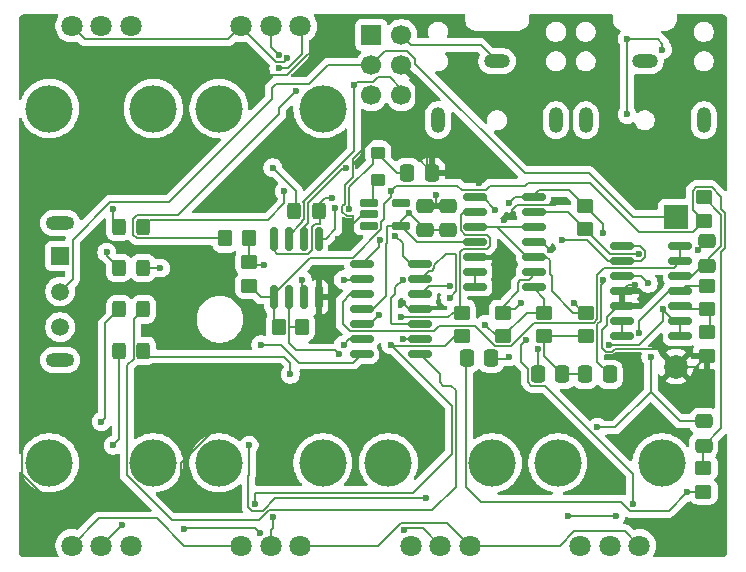
<source format=gbr>
%TF.GenerationSoftware,KiCad,Pcbnew,9.0.0*%
%TF.CreationDate,2025-05-15T12:38:11-07:00*%
%TF.ProjectId,ece223_project,65636532-3233-45f7-9072-6f6a6563742e,rev?*%
%TF.SameCoordinates,Original*%
%TF.FileFunction,Copper,L1,Top*%
%TF.FilePolarity,Positive*%
%FSLAX46Y46*%
G04 Gerber Fmt 4.6, Leading zero omitted, Abs format (unit mm)*
G04 Created by KiCad (PCBNEW 9.0.0) date 2025-05-15 12:38:11*
%MOMM*%
%LPD*%
G01*
G04 APERTURE LIST*
G04 Aperture macros list*
%AMRoundRect*
0 Rectangle with rounded corners*
0 $1 Rounding radius*
0 $2 $3 $4 $5 $6 $7 $8 $9 X,Y pos of 4 corners*
0 Add a 4 corners polygon primitive as box body*
4,1,4,$2,$3,$4,$5,$6,$7,$8,$9,$2,$3,0*
0 Add four circle primitives for the rounded corners*
1,1,$1+$1,$2,$3*
1,1,$1+$1,$4,$5*
1,1,$1+$1,$6,$7*
1,1,$1+$1,$8,$9*
0 Add four rect primitives between the rounded corners*
20,1,$1+$1,$2,$3,$4,$5,0*
20,1,$1+$1,$4,$5,$6,$7,0*
20,1,$1+$1,$6,$7,$8,$9,0*
20,1,$1+$1,$8,$9,$2,$3,0*%
G04 Aperture macros list end*
%TA.AperFunction,ComponentPad*%
%ADD10O,1.200000X2.200000*%
%TD*%
%TA.AperFunction,ComponentPad*%
%ADD11O,2.200000X1.200000*%
%TD*%
%TA.AperFunction,SMDPad,CuDef*%
%ADD12RoundRect,0.250000X-0.325000X-0.450000X0.325000X-0.450000X0.325000X0.450000X-0.325000X0.450000X0*%
%TD*%
%TA.AperFunction,ComponentPad*%
%ADD13R,1.700000X1.700000*%
%TD*%
%TA.AperFunction,ComponentPad*%
%ADD14C,1.700000*%
%TD*%
%TA.AperFunction,SMDPad,CuDef*%
%ADD15RoundRect,0.250000X-0.337500X-0.475000X0.337500X-0.475000X0.337500X0.475000X-0.337500X0.475000X0*%
%TD*%
%TA.AperFunction,SMDPad,CuDef*%
%ADD16RoundRect,0.250000X0.475000X-0.337500X0.475000X0.337500X-0.475000X0.337500X-0.475000X-0.337500X0*%
%TD*%
%TA.AperFunction,SMDPad,CuDef*%
%ADD17RoundRect,0.250000X0.350000X-0.275000X0.350000X0.275000X-0.350000X0.275000X-0.350000X-0.275000X0*%
%TD*%
%TA.AperFunction,SMDPad,CuDef*%
%ADD18RoundRect,0.150000X-0.825000X-0.150000X0.825000X-0.150000X0.825000X0.150000X-0.825000X0.150000X0*%
%TD*%
%TA.AperFunction,SMDPad,CuDef*%
%ADD19RoundRect,0.162500X-0.617500X-0.162500X0.617500X-0.162500X0.617500X0.162500X-0.617500X0.162500X0*%
%TD*%
%TA.AperFunction,SMDPad,CuDef*%
%ADD20RoundRect,0.250000X0.337500X0.475000X-0.337500X0.475000X-0.337500X-0.475000X0.337500X-0.475000X0*%
%TD*%
%TA.AperFunction,SMDPad,CuDef*%
%ADD21RoundRect,0.250000X0.350000X0.450000X-0.350000X0.450000X-0.350000X-0.450000X0.350000X-0.450000X0*%
%TD*%
%TA.AperFunction,SMDPad,CuDef*%
%ADD22RoundRect,0.250000X0.450000X-0.350000X0.450000X0.350000X-0.450000X0.350000X-0.450000X-0.350000X0*%
%TD*%
%TA.AperFunction,SMDPad,CuDef*%
%ADD23RoundRect,0.150000X0.825000X0.150000X-0.825000X0.150000X-0.825000X-0.150000X0.825000X-0.150000X0*%
%TD*%
%TA.AperFunction,SMDPad,CuDef*%
%ADD24RoundRect,0.250000X-0.475000X0.337500X-0.475000X-0.337500X0.475000X-0.337500X0.475000X0.337500X0*%
%TD*%
%TA.AperFunction,WasherPad*%
%ADD25C,4.000000*%
%TD*%
%TA.AperFunction,ComponentPad*%
%ADD26C,1.800000*%
%TD*%
%TA.AperFunction,SMDPad,CuDef*%
%ADD27RoundRect,0.250000X-0.450000X0.350000X-0.450000X-0.350000X0.450000X-0.350000X0.450000X0.350000X0*%
%TD*%
%TA.AperFunction,WasherPad*%
%ADD28O,2.400000X1.200000*%
%TD*%
%TA.AperFunction,ComponentPad*%
%ADD29R,1.508000X1.508000*%
%TD*%
%TA.AperFunction,ComponentPad*%
%ADD30C,1.508000*%
%TD*%
%TA.AperFunction,SMDPad,CuDef*%
%ADD31RoundRect,0.250000X-0.350000X-0.450000X0.350000X-0.450000X0.350000X0.450000X-0.350000X0.450000X0*%
%TD*%
%TA.AperFunction,SMDPad,CuDef*%
%ADD32RoundRect,0.150000X0.150000X-0.825000X0.150000X0.825000X-0.150000X0.825000X-0.150000X-0.825000X0*%
%TD*%
%TA.AperFunction,ComponentPad*%
%ADD33R,2.000000X2.000000*%
%TD*%
%TA.AperFunction,ComponentPad*%
%ADD34C,2.000000*%
%TD*%
%TA.AperFunction,ViaPad*%
%ADD35C,0.600000*%
%TD*%
%TA.AperFunction,Conductor*%
%ADD36C,0.200000*%
%TD*%
%TA.AperFunction,Conductor*%
%ADD37C,0.165000*%
%TD*%
G04 APERTURE END LIST*
D10*
%TO.P,J2,R*%
%TO.N,Net-(J2-PadR)*%
X71000000Y-33000000D03*
D11*
%TO.P,J2,S*%
%TO.N,VREF*%
X66000000Y-28000000D03*
D10*
%TO.P,J2,T*%
%TO.N,Net-(J2-PadT)*%
X61000000Y-33000000D03*
%TD*%
D12*
%TO.P,D4,1,K*%
%TO.N,Net-(D4-K)*%
X34000000Y-52500000D03*
%TO.P,D4,2,A*%
%TO.N,/LED_GAIN/OUTD*%
X36050000Y-52500000D03*
%TD*%
D13*
%TO.P,J1,1,Pin_1*%
%TO.N,IN*%
X55357994Y-25776109D03*
D14*
%TO.P,J1,2,Pin_2*%
%TO.N,VREF*%
X57897994Y-25776109D03*
%TO.P,J1,3,Pin_3*%
%TO.N,VIN*%
X55357994Y-28316109D03*
%TO.P,J1,4,Pin_4*%
%TO.N,GND*%
X57897994Y-28316109D03*
%TO.P,J1,5,Pin_5*%
%TO.N,VREF*%
X55357994Y-30856109D03*
%TO.P,J1,6,Pin_6*%
%TO.N,OUT*%
X57897994Y-30856109D03*
%TD*%
D12*
%TO.P,D2,1,K*%
%TO.N,Net-(D2-K)*%
X33975000Y-45500000D03*
%TO.P,D2,2,A*%
%TO.N,/LED_GAIN/OUTB*%
X36025000Y-45500000D03*
%TD*%
D15*
%TO.P,C8,1*%
%TO.N,Net-(C8-Pad1)*%
X63417180Y-53129359D03*
%TO.P,C8,2*%
%TO.N,Net-(C8-Pad2)*%
X65492180Y-53129359D03*
%TD*%
D16*
%TO.P,C3,1*%
%TO.N,VCC*%
X59857994Y-42313609D03*
%TO.P,C3,2*%
%TO.N,GND*%
X59857994Y-40238609D03*
%TD*%
D17*
%TO.P,L1,1,1*%
%TO.N,Net-(U5-SW)*%
X55902446Y-38020426D03*
%TO.P,L1,2,2*%
%TO.N,/RAIL_GEN/VIN+*%
X55902446Y-35720426D03*
%TD*%
D18*
%TO.P,U4,1*%
%TO.N,/LED_GAIN/OUTA*%
X54525000Y-45190000D03*
%TO.P,U4,2,-*%
%TO.N,/LED_GAIN/AREF*%
X54525000Y-46460000D03*
%TO.P,U4,3,+*%
%TO.N,/FILTERS/OLP*%
X54525000Y-47730000D03*
%TO.P,U4,4,V+*%
%TO.N,VCC*%
X54525000Y-49000000D03*
%TO.P,U4,5,+*%
%TO.N,/FILTERS/OBP1*%
X54525000Y-50270000D03*
%TO.P,U4,6,-*%
%TO.N,/LED_GAIN/BREF*%
X54525000Y-51540000D03*
%TO.P,U4,7*%
%TO.N,/LED_GAIN/OUTB*%
X54525000Y-52810000D03*
%TO.P,U4,8*%
%TO.N,/LED_GAIN/OUTC*%
X59475000Y-52810000D03*
%TO.P,U4,9,-*%
%TO.N,/LED_GAIN/CREF*%
X59475000Y-51540000D03*
%TO.P,U4,10,+*%
%TO.N,/FILTERS/OBP2*%
X59475000Y-50270000D03*
%TO.P,U4,11,V-*%
%TO.N,GND*%
X59475000Y-49000000D03*
%TO.P,U4,12,+*%
%TO.N,/FILTERS/OHP*%
X59475000Y-47730000D03*
%TO.P,U4,13,-*%
%TO.N,/LED_GAIN/DREF*%
X59475000Y-46460000D03*
%TO.P,U4,14*%
%TO.N,/LED_GAIN/OUTD*%
X59475000Y-45190000D03*
%TD*%
D19*
%TO.P,U5,1,SW*%
%TO.N,Net-(U5-SW)*%
X55150000Y-40000000D03*
%TO.P,U5,2,GND*%
%TO.N,GND*%
X55150000Y-40950000D03*
%TO.P,U5,3,NC*%
%TO.N,unconnected-(U5-NC-Pad3)*%
X55150000Y-41900000D03*
%TO.P,U5,4,VOUT*%
%TO.N,VCC*%
X57850000Y-41900000D03*
%TO.P,U5,5,NC*%
%TO.N,unconnected-(U5-NC-Pad5)*%
X57850000Y-40000000D03*
%TD*%
D20*
%TO.P,C11,1*%
%TO.N,Net-(C10-Pad1)*%
X71537500Y-54500000D03*
%TO.P,C11,2*%
%TO.N,Net-(U3D--)*%
X69462500Y-54500000D03*
%TD*%
D12*
%TO.P,D1,1,K*%
%TO.N,Net-(D1-K)*%
X33975000Y-42000000D03*
%TO.P,D1,2,A*%
%TO.N,/LED_GAIN/OUTA*%
X36025000Y-42000000D03*
%TD*%
D21*
%TO.P,R11,1*%
%TO.N,Net-(U2A--)*%
X49500000Y-50500000D03*
%TO.P,R11,2*%
%TO.N,/FILTERS/IBP1*%
X47500000Y-50500000D03*
%TD*%
D10*
%TO.P,J3,R*%
%TO.N,Net-(J3-PadR)*%
X83500000Y-33000000D03*
D11*
%TO.P,J3,S*%
%TO.N,VREF*%
X78500000Y-28000000D03*
D10*
%TO.P,J3,T*%
%TO.N,Net-(J3-PadR)*%
X73500000Y-33000000D03*
%TD*%
D22*
%TO.P,R14,1*%
%TO.N,/FILTERS/IBP1*%
X83500000Y-41500000D03*
%TO.P,R14,2*%
%TO.N,Net-(U1B-+)*%
X83500000Y-39500000D03*
%TD*%
D16*
%TO.P,C4,1*%
%TO.N,/FILTERS/IBP1*%
X83500000Y-60537500D03*
%TO.P,C4,2*%
%TO.N,Net-(U1C-+)*%
X83500000Y-58462500D03*
%TD*%
D22*
%TO.P,R12,1*%
%TO.N,/FILTERS/IBP1*%
X45000000Y-47000000D03*
%TO.P,R12,2*%
%TO.N,Net-(C6-Pad1)*%
X45000000Y-45000000D03*
%TD*%
D23*
%TO.P,U1,1*%
%TO.N,VREF*%
X81500000Y-51270000D03*
%TO.P,U1,2,-*%
X81500000Y-50000000D03*
%TO.P,U1,3,+*%
%TO.N,Net-(U1A-+)*%
X81500000Y-48730000D03*
%TO.P,U1,4,V+*%
%TO.N,VCC*%
X81500000Y-47460000D03*
%TO.P,U1,5,+*%
%TO.N,Net-(U1B-+)*%
X81500000Y-46190000D03*
%TO.P,U1,6,-*%
%TO.N,/FILTERS/OLP*%
X81500000Y-44920000D03*
%TO.P,U1,7*%
X81500000Y-43650000D03*
%TO.P,U1,8*%
%TO.N,/FILTERS/OHP*%
X76550000Y-43650000D03*
%TO.P,U1,9,-*%
X76550000Y-44920000D03*
%TO.P,U1,10,+*%
%TO.N,Net-(U1C-+)*%
X76550000Y-46190000D03*
%TO.P,U1,11,V-*%
%TO.N,GND*%
X76550000Y-47460000D03*
%TO.P,U1,12,+*%
X76550000Y-48730000D03*
%TO.P,U1,13,-*%
%TO.N,Net-(U1D--)*%
X76550000Y-50000000D03*
%TO.P,U1,14*%
X76550000Y-51270000D03*
%TD*%
D24*
%TO.P,C5,1*%
%TO.N,VREF*%
X83808728Y-43228381D03*
%TO.P,C5,2*%
%TO.N,Net-(U1B-+)*%
X83808728Y-45303381D03*
%TD*%
D25*
%TO.P,RV6,*%
%TO.N,*%
X51250000Y-32000000D03*
X42450000Y-32000000D03*
D26*
%TO.P,RV6,1,1*%
%TO.N,VREF*%
X44350000Y-25000000D03*
%TO.P,RV6,2,2*%
%TO.N,Net-(U2B-+)*%
X46850000Y-25000000D03*
%TO.P,RV6,3,3*%
%TO.N,/FILTERS/IBP1*%
X49350000Y-25000000D03*
%TD*%
D15*
%TO.P,C1,1*%
%TO.N,/RAIL_GEN/VIN+*%
X58402446Y-37432926D03*
%TO.P,C1,2*%
%TO.N,GND*%
X60477446Y-37432926D03*
%TD*%
D22*
%TO.P,R22,1*%
%TO.N,Net-(U3D--)*%
X73457994Y-42226109D03*
%TO.P,R22,2*%
%TO.N,/FILTERS/OBP2*%
X73457994Y-40226109D03*
%TD*%
D25*
%TO.P,RV2,*%
%TO.N,*%
X28100000Y-62000000D03*
X36900000Y-62000000D03*
D26*
%TO.P,RV2,1,1*%
%TO.N,VCC*%
X35000000Y-69000000D03*
%TO.P,RV2,2,2*%
%TO.N,/LED_GAIN/AREF*%
X32500000Y-69000000D03*
%TO.P,RV2,3,3*%
%TO.N,VREF*%
X30000000Y-69000000D03*
%TD*%
D25*
%TO.P,RV5,*%
%TO.N,*%
X71150000Y-62000000D03*
X79950000Y-62000000D03*
D26*
%TO.P,RV5,1,1*%
%TO.N,VCC*%
X78050000Y-69000000D03*
%TO.P,RV5,2,2*%
%TO.N,/LED_GAIN/DREF*%
X75550000Y-69000000D03*
%TO.P,RV5,3,3*%
%TO.N,VREF*%
X73050000Y-69000000D03*
%TD*%
D27*
%TO.P,R20,1*%
%TO.N,Net-(C8-Pad2)*%
X70000000Y-49270000D03*
%TO.P,R20,2*%
%TO.N,Net-(C10-Pad1)*%
X70000000Y-51270000D03*
%TD*%
D12*
%TO.P,D5,1,K*%
%TO.N,Net-(D5-K)*%
X48841032Y-40694171D03*
%TO.P,D5,2,A*%
%TO.N,VCC*%
X50891032Y-40694171D03*
%TD*%
D27*
%TO.P,R19,1*%
%TO.N,Net-(U3C--)*%
X66500000Y-49270000D03*
%TO.P,R19,2*%
%TO.N,Net-(C8-Pad2)*%
X66500000Y-51270000D03*
%TD*%
D18*
%TO.P,U3,1*%
%TO.N,/FILTERS/OBP1*%
X64132994Y-39460000D03*
%TO.P,U3,2,-*%
%TO.N,Net-(U3A--)*%
X64132994Y-40730000D03*
%TO.P,U3,3,+*%
%TO.N,VREF*%
X64132994Y-42000000D03*
%TO.P,U3,4,V+*%
%TO.N,VCC*%
X64132994Y-43270000D03*
%TO.P,U3,5,+*%
%TO.N,GND*%
X64132994Y-44540000D03*
%TO.P,U3,6,-*%
%TO.N,Net-(U3B--)*%
X64132994Y-45810000D03*
%TO.P,U3,7*%
X64132994Y-47080000D03*
%TO.P,U3,8*%
%TO.N,Net-(C8-Pad2)*%
X69082994Y-47080000D03*
%TO.P,U3,9,-*%
%TO.N,Net-(U3C--)*%
X69082994Y-45810000D03*
%TO.P,U3,10,+*%
%TO.N,VREF*%
X69082994Y-44540000D03*
%TO.P,U3,11,V-*%
%TO.N,GND*%
X69082994Y-43270000D03*
%TO.P,U3,12,+*%
%TO.N,VREF*%
X69082994Y-42000000D03*
%TO.P,U3,13,-*%
%TO.N,Net-(U3D--)*%
X69082994Y-40730000D03*
%TO.P,U3,14*%
%TO.N,/FILTERS/OBP2*%
X69082994Y-39460000D03*
%TD*%
D27*
%TO.P,R9,1*%
%TO.N,Net-(U1A-+)*%
X83756554Y-50949585D03*
%TO.P,R9,2*%
%TO.N,GND*%
X83756554Y-52949585D03*
%TD*%
D16*
%TO.P,C2,1*%
%TO.N,VCC*%
X61857994Y-42313609D03*
%TO.P,C2,2*%
%TO.N,GND*%
X61857994Y-40238609D03*
%TD*%
D28*
%TO.P,SW1,*%
%TO.N,*%
X29000000Y-41700000D03*
X29000000Y-53300000D03*
D29*
%TO.P,SW1,1,A*%
%TO.N,/RAIL_GEN/VIN+*%
X29000000Y-44500000D03*
D30*
%TO.P,SW1,2,B*%
%TO.N,VIN*%
X29000000Y-47500000D03*
%TO.P,SW1,3,C*%
%TO.N,unconnected-(SW1-C-Pad3)*%
X29000000Y-50500000D03*
%TD*%
D25*
%TO.P,RV4,*%
%TO.N,*%
X56800000Y-62000000D03*
X65600000Y-62000000D03*
D26*
%TO.P,RV4,1,1*%
%TO.N,VCC*%
X63700000Y-69000000D03*
%TO.P,RV4,2,2*%
%TO.N,/LED_GAIN/CREF*%
X61200000Y-69000000D03*
%TO.P,RV4,3,3*%
%TO.N,VREF*%
X58700000Y-69000000D03*
%TD*%
D31*
%TO.P,R15,1*%
%TO.N,VREF*%
X43000000Y-43000000D03*
%TO.P,R15,2*%
%TO.N,Net-(C6-Pad1)*%
X45000000Y-43000000D03*
%TD*%
D15*
%TO.P,C10,1*%
%TO.N,Net-(C10-Pad1)*%
X73462500Y-54500000D03*
%TO.P,C10,2*%
%TO.N,/FILTERS/OBP2*%
X75537500Y-54500000D03*
%TD*%
D27*
%TO.P,R18,1*%
%TO.N,Net-(U3A--)*%
X63000000Y-49270000D03*
%TO.P,R18,2*%
%TO.N,/FILTERS/OBP1*%
X63000000Y-51270000D03*
%TD*%
D25*
%TO.P,RV1,*%
%TO.N,*%
X36900000Y-32000000D03*
X28100000Y-32000000D03*
D26*
%TO.P,RV1,1,1*%
%TO.N,VREF*%
X30000000Y-25000000D03*
%TO.P,RV1,2,2*%
%TO.N,Net-(U2A-+)*%
X32500000Y-25000000D03*
%TO.P,RV1,3,3*%
%TO.N,IN*%
X35000000Y-25000000D03*
%TD*%
D12*
%TO.P,D3,1,K*%
%TO.N,Net-(D3-K)*%
X34000000Y-49000000D03*
%TO.P,D3,2,A*%
%TO.N,/LED_GAIN/OUTC*%
X36050000Y-49000000D03*
%TD*%
D25*
%TO.P,RV3,*%
%TO.N,*%
X42450000Y-62000000D03*
X51250000Y-62000000D03*
D26*
%TO.P,RV3,1,1*%
%TO.N,VCC*%
X49350000Y-69000000D03*
%TO.P,RV3,2,2*%
%TO.N,/LED_GAIN/BREF*%
X46850000Y-69000000D03*
%TO.P,RV3,3,3*%
%TO.N,VREF*%
X44350000Y-69000000D03*
%TD*%
D27*
%TO.P,R21,1*%
%TO.N,VREF*%
X73500000Y-49270000D03*
%TO.P,R21,2*%
%TO.N,Net-(C10-Pad1)*%
X73500000Y-51270000D03*
%TD*%
%TO.P,R13,1*%
%TO.N,/FILTERS/IBP1*%
X83473393Y-62430892D03*
%TO.P,R13,2*%
%TO.N,Net-(C8-Pad1)*%
X83473393Y-64430892D03*
%TD*%
%TO.P,R8,1*%
%TO.N,VCC*%
X83776966Y-47000000D03*
%TO.P,R8,2*%
%TO.N,Net-(U1A-+)*%
X83776966Y-49000000D03*
%TD*%
D32*
%TO.P,U2,1*%
%TO.N,/FILTERS/IBP1*%
X47095000Y-47975000D03*
%TO.P,U2,2,-*%
%TO.N,Net-(U2A--)*%
X48365000Y-47975000D03*
%TO.P,U2,3,+*%
%TO.N,Net-(U2A-+)*%
X49635000Y-47975000D03*
%TO.P,U2,4,V-*%
%TO.N,GND*%
X50905000Y-47975000D03*
%TO.P,U2,5,+*%
%TO.N,Net-(U2B-+)*%
X50905000Y-43025000D03*
%TO.P,U2,6,-*%
%TO.N,Net-(U2B--)*%
X49635000Y-43025000D03*
%TO.P,U2,7*%
%TO.N,OUT*%
X48365000Y-43025000D03*
%TO.P,U2,8,V+*%
%TO.N,VCC*%
X47095000Y-43025000D03*
%TD*%
D33*
%TO.P,BT1,1,+*%
%TO.N,VIN*%
X81140000Y-41150000D03*
D34*
%TO.P,BT1,2,-*%
%TO.N,GND*%
X81140000Y-53850000D03*
%TD*%
D35*
%TO.N,GND*%
X42607994Y-39526109D03*
X77661919Y-46926086D03*
X51000000Y-46000000D03*
X53000000Y-27400000D03*
X75107994Y-56776109D03*
X35607994Y-35526109D03*
X78857994Y-58776109D03*
X64357994Y-29276109D03*
X45000000Y-29170214D03*
X60857994Y-39276109D03*
X70500000Y-44000000D03*
X53607994Y-58026109D03*
X57741216Y-32892887D03*
X52555005Y-43055005D03*
X64500000Y-38329000D03*
X84857994Y-66276109D03*
X29500000Y-65500000D03*
X65857994Y-57776109D03*
X66607994Y-45776109D03*
X66607994Y-41417500D03*
X61857994Y-29276109D03*
X33000000Y-30000000D03*
X38000000Y-65000000D03*
X83000000Y-56500000D03*
X61857994Y-37643326D03*
X46500000Y-55000000D03*
X58000000Y-48500000D03*
%TO.N,VREF*%
X72000000Y-66500000D03*
X75500000Y-52000000D03*
X76047500Y-66500000D03*
X49000000Y-30500000D03*
X80049000Y-49000000D03*
X48243122Y-27741707D03*
X83000000Y-44000000D03*
X72500000Y-48500000D03*
%TO.N,Net-(U3A--)*%
X57857994Y-49657405D03*
%TO.N,Net-(U3C--)*%
X68444040Y-51612155D03*
X77500000Y-65500000D03*
X68000000Y-48500000D03*
%TO.N,/FILTERS/OBP1*%
X45500000Y-65500000D03*
X57000000Y-52000000D03*
X56000000Y-49500000D03*
X65857994Y-40547500D03*
%TO.N,/RAIL_GEN/VIN+*%
X53500000Y-40500000D03*
%TO.N,VCC*%
X58511551Y-40872552D03*
X78013506Y-50998198D03*
X52001156Y-39574628D03*
X39500000Y-67582500D03*
X45943291Y-67933283D03*
%TO.N,/FILTERS/IBP1*%
X57000000Y-38992128D03*
X47511178Y-28569214D03*
%TO.N,Net-(U1C-+)*%
X78792919Y-46792919D03*
X74500000Y-59000000D03*
X79000000Y-53000000D03*
%TO.N,/FILTERS/OBP2*%
X75000000Y-46500000D03*
X75000000Y-42500000D03*
X58000000Y-46500000D03*
X67000000Y-40000000D03*
%TO.N,Net-(U3D--)*%
X69452500Y-52335000D03*
X78000000Y-44315712D03*
%TO.N,/LED_GAIN/OUTA*%
X48000000Y-39000000D03*
X56069000Y-43121025D03*
%TO.N,Net-(D1-K)*%
X33500000Y-40500000D03*
%TO.N,/LED_GAIN/OUTB*%
X46000000Y-52000000D03*
X37500000Y-45500000D03*
%TO.N,Net-(D2-K)*%
X32957852Y-44167890D03*
%TO.N,Net-(D3-K)*%
X32500000Y-58500000D03*
%TO.N,Net-(D4-K)*%
X33500000Y-60500000D03*
%TO.N,/LED_GAIN/OUTD*%
X48500000Y-54500000D03*
X57357994Y-42776109D03*
%TO.N,OUT*%
X53889537Y-30000000D03*
%TO.N,/LED_GAIN/AREF*%
X53000000Y-46500000D03*
X34250000Y-67250000D03*
%TO.N,/LED_GAIN/BREF*%
X53000000Y-52000000D03*
X47000000Y-66547500D03*
%TO.N,/LED_GAIN/CREF*%
X58000000Y-51540000D03*
X58148485Y-67651262D03*
%TO.N,/LED_GAIN/DREF*%
X62000000Y-48000000D03*
%TO.N,/FILTERS/OHP*%
X71500000Y-43091500D03*
X61979494Y-47007500D03*
%TO.N,Net-(C6-Pad1)*%
X60000000Y-65000000D03*
X46258284Y-45241716D03*
X45000000Y-60500000D03*
%TO.N,Net-(C8-Pad1)*%
X82079125Y-64500000D03*
%TO.N,Net-(C8-Pad2)*%
X67000000Y-53000000D03*
X65000000Y-50285000D03*
%TO.N,Net-(U2A--)*%
X52595278Y-52810998D03*
%TO.N,Net-(U2B--)*%
X77000000Y-32500000D03*
X53205006Y-37060826D03*
X80000000Y-27000000D03*
X77000000Y-26100000D03*
%TO.N,Net-(U2A-+)*%
X49500000Y-46500000D03*
%TO.N,Net-(U2B-+)*%
X47526786Y-27473214D03*
X52299000Y-40431340D03*
%TO.N,Net-(D5-K)*%
X47000000Y-37000000D03*
%TD*%
D36*
%TO.N,GND*%
X51000000Y-46000000D02*
X50905000Y-46095000D01*
X63671000Y-37500000D02*
X60544520Y-37500000D01*
X83019012Y-53687127D02*
X83756554Y-52949585D01*
X75251057Y-52601000D02*
X74899000Y-52248943D01*
X53805005Y-41044938D02*
X53805005Y-41805005D01*
X57741216Y-32892887D02*
X57424164Y-32575836D01*
X59475000Y-49000000D02*
X58500000Y-49000000D01*
X52899000Y-40748943D02*
X53251057Y-41101000D01*
X55292778Y-34741122D02*
X53805005Y-36228895D01*
X69770000Y-43270000D02*
X70500000Y-44000000D01*
X59100075Y-29518190D02*
X59100075Y-36055555D01*
X52555005Y-43055005D02*
X53805005Y-41805005D01*
X53805005Y-36228895D02*
X53805005Y-37786795D01*
X66040000Y-44540000D02*
X64132994Y-44540000D01*
X67720943Y-40129000D02*
X70867603Y-40129000D01*
X49997927Y-27400000D02*
X53000000Y-27400000D01*
X52899000Y-40251057D02*
X52899000Y-40748943D01*
X75274000Y-50340968D02*
X75274000Y-49659032D01*
X81140000Y-53850000D02*
X82856139Y-53850000D01*
X25799000Y-47573240D02*
X25799000Y-62953106D01*
X60075000Y-35226672D02*
X57741216Y-32892887D01*
X28345894Y-65500000D02*
X29500000Y-65500000D01*
X66607994Y-45776109D02*
X66607994Y-45107994D01*
X79673500Y-52383500D02*
X75966443Y-52383500D01*
X53251057Y-41101000D02*
X53748943Y-41101000D01*
X57897994Y-28316109D02*
X59100075Y-29518190D01*
X53099000Y-40051057D02*
X52899000Y-40251057D01*
X61857994Y-40238609D02*
X59857994Y-40238609D01*
X59100075Y-36055555D02*
X60477446Y-37432926D01*
X55292778Y-32646450D02*
X55292778Y-34741122D01*
X61857994Y-29276109D02*
X64357994Y-29276109D01*
X45000000Y-29170214D02*
X48227713Y-29170214D01*
X77661919Y-46926086D02*
X77083914Y-46926086D01*
X76203032Y-48730000D02*
X76550000Y-48730000D01*
X75274000Y-49659032D02*
X76203032Y-48730000D01*
X64500000Y-38329000D02*
X63671000Y-37500000D01*
X61107994Y-40238609D02*
X60857994Y-39988609D01*
X82856139Y-53850000D02*
X83019012Y-53687127D01*
X60075000Y-37030480D02*
X60075000Y-35226672D01*
X39201000Y-63799000D02*
X38000000Y-65000000D01*
X60857994Y-39988609D02*
X60857994Y-39276109D01*
X53748943Y-41101000D02*
X53805005Y-41044938D01*
X74899000Y-52248943D02*
X74899000Y-50715968D01*
X53805005Y-41805005D02*
X54660010Y-40950000D01*
X46195894Y-55000000D02*
X39201000Y-61994894D01*
X67228825Y-40796669D02*
X67228825Y-40621118D01*
X83000000Y-53706139D02*
X83019012Y-53687127D01*
X53099000Y-38492800D02*
X53099000Y-40051057D01*
X33000000Y-30000000D02*
X35340428Y-30000000D01*
X75748943Y-52601000D02*
X75251057Y-52601000D01*
X25799000Y-62953106D02*
X28345894Y-65500000D01*
X46500000Y-55000000D02*
X46195894Y-55000000D01*
X77083914Y-46926086D02*
X76550000Y-47460000D01*
X55363392Y-32575836D02*
X55292778Y-32646450D01*
X66607994Y-45107994D02*
X66040000Y-44540000D01*
X70867603Y-40129000D02*
X71257994Y-39738609D01*
X50905000Y-46095000D02*
X50905000Y-47975000D01*
X75966443Y-52383500D02*
X75748943Y-52601000D01*
X83000000Y-56500000D02*
X83000000Y-53706139D01*
X74899000Y-50715968D02*
X75274000Y-50340968D01*
X81140000Y-53850000D02*
X79673500Y-52383500D01*
X36170214Y-29170214D02*
X45000000Y-29170214D01*
X39201000Y-61994894D02*
X39201000Y-63799000D01*
X66607994Y-41417500D02*
X67228825Y-40796669D01*
X53805005Y-37786795D02*
X53099000Y-38492800D01*
X67228825Y-40621118D02*
X67720943Y-40129000D01*
X48227713Y-29170214D02*
X49997927Y-27400000D01*
X58500000Y-49000000D02*
X58000000Y-48500000D01*
X57424164Y-32575836D02*
X55363392Y-32575836D01*
X35340428Y-30000000D02*
X36170214Y-29170214D01*
D37*
%TO.N,Net-(U1B-+)*%
X83500000Y-39500000D02*
X85000000Y-41000000D01*
X82474999Y-46190000D02*
X81500000Y-46190000D01*
X85000000Y-41000000D02*
X85000000Y-43664999D01*
X85000000Y-43664999D02*
X82474999Y-46190000D01*
%TO.N,VREF*%
X35538088Y-43000000D02*
X43000000Y-43000000D01*
X47963115Y-28021714D02*
X47299589Y-28021714D01*
X66000000Y-42000000D02*
X68540000Y-44540000D01*
X72438841Y-49270000D02*
X70607994Y-47439153D01*
X80049000Y-49951000D02*
X78000000Y-52000000D01*
X47299589Y-28021714D02*
X44350000Y-25072125D01*
X70441500Y-44859615D02*
X70121885Y-44540000D01*
X32298500Y-66701500D02*
X37201500Y-66701500D01*
X39500000Y-69000000D02*
X44350000Y-69000000D01*
X64626109Y-26626109D02*
X66000000Y-28000000D01*
X70441500Y-46002659D02*
X70441500Y-44859615D01*
X35201500Y-42663412D02*
X35538088Y-43000000D01*
X30000000Y-69000000D02*
X32298500Y-66701500D01*
X81500000Y-51270000D02*
X81500000Y-50000000D01*
X78000000Y-52000000D02*
X75500000Y-52000000D01*
X80049000Y-49000000D02*
X80049000Y-49951000D01*
X48243122Y-27741707D02*
X47963115Y-28021714D01*
X70607994Y-47439153D02*
X70607994Y-46169153D01*
X72500000Y-48500000D02*
X73270000Y-49270000D01*
X37201500Y-66701500D02*
X39500000Y-69000000D01*
X57897994Y-25776109D02*
X58747994Y-26626109D01*
X35201500Y-41336588D02*
X35201500Y-42663412D01*
X83771619Y-43228381D02*
X83000000Y-44000000D01*
X70607994Y-46169153D02*
X70441500Y-46002659D01*
X80049000Y-49000000D02*
X80049000Y-49049000D01*
X44350000Y-25000000D02*
X43201500Y-26148500D01*
X38948500Y-41051500D02*
X35486588Y-41051500D01*
X47547500Y-31952500D02*
X47547500Y-32452500D01*
X72000000Y-66500000D02*
X76047500Y-66500000D01*
X69082994Y-42000000D02*
X66000000Y-42000000D01*
X58747994Y-26626109D02*
X64626109Y-26626109D01*
X49000000Y-30500000D02*
X47547500Y-31952500D01*
X31148500Y-26148500D02*
X30000000Y-25000000D01*
X73500000Y-49270000D02*
X72438841Y-49270000D01*
X43201500Y-26148500D02*
X31148500Y-26148500D01*
X70121885Y-44540000D02*
X69247720Y-44540000D01*
X80049000Y-49049000D02*
X81000000Y-50000000D01*
X66000000Y-42000000D02*
X64132994Y-42000000D01*
X47547500Y-32452500D02*
X38948500Y-41051500D01*
X35486588Y-41051500D02*
X35201500Y-41336588D01*
%TO.N,Net-(U3A--)*%
X62857994Y-44119782D02*
X63124276Y-43853500D01*
X61882595Y-49657405D02*
X62270000Y-49270000D01*
X65391494Y-42936282D02*
X65141712Y-42686500D01*
X63276774Y-42686500D02*
X62909494Y-42319220D01*
X65141712Y-43853500D02*
X65391494Y-43603718D01*
X63157995Y-40730000D02*
X64132994Y-40730000D01*
X63000000Y-49270000D02*
X62857994Y-49127994D01*
X62270000Y-49270000D02*
X63000000Y-49270000D01*
X62909494Y-42319220D02*
X62909494Y-40978501D01*
X65141712Y-42686500D02*
X63276774Y-42686500D01*
X63124276Y-43853500D02*
X65141712Y-43853500D01*
X57857994Y-49657405D02*
X61882595Y-49657405D01*
X62857994Y-49127994D02*
X62857994Y-44119782D01*
X65391494Y-43603718D02*
X65391494Y-42936282D01*
X62909494Y-40978501D02*
X63157995Y-40730000D01*
%TO.N,Net-(U3C--)*%
X67811140Y-47458860D02*
X66500000Y-48770000D01*
X67980780Y-46531500D02*
X67751500Y-46760780D01*
X68738500Y-46531500D02*
X67980780Y-46531500D01*
X68626500Y-54044615D02*
X68626500Y-55188412D01*
X68444040Y-51612155D02*
X68000000Y-52056195D01*
X70013412Y-55473500D02*
X70034399Y-55452514D01*
X68911588Y-55473500D02*
X70013412Y-55473500D01*
X67751500Y-47399220D02*
X67811140Y-47458860D01*
X68626500Y-55188412D02*
X68911588Y-55473500D01*
X68975000Y-46295000D02*
X68738500Y-46531500D01*
X67751500Y-46760780D02*
X67751500Y-47399220D01*
X68000000Y-52056195D02*
X68000000Y-53418115D01*
X68975000Y-45917994D02*
X68975000Y-46295000D01*
X77500000Y-62918115D02*
X77500000Y-65500000D01*
X69082994Y-45810000D02*
X68975000Y-45917994D01*
X68000000Y-53418115D02*
X68626500Y-54044615D01*
X67500000Y-49000000D02*
X66770000Y-49000000D01*
X68000000Y-48500000D02*
X67500000Y-49000000D01*
X70034399Y-55452514D02*
X77500000Y-62918115D01*
%TO.N,/FILTERS/OBP1*%
X61605910Y-52088500D02*
X57088500Y-52088500D01*
X62169000Y-57169000D02*
X62169000Y-61215103D01*
X57000000Y-52000000D02*
X62169000Y-57169000D01*
X58857994Y-64526109D02*
X45500000Y-64526109D01*
X62169000Y-61215103D02*
X58857994Y-64526109D01*
X57088500Y-52088500D02*
X57000000Y-52000000D01*
X62424410Y-51270000D02*
X61605910Y-52088500D01*
X56000000Y-49500000D02*
X55179000Y-50321000D01*
X45500000Y-64526109D02*
X45500000Y-65500000D01*
X64770494Y-39460000D02*
X65857994Y-40547500D01*
X57000000Y-52000000D02*
X56877720Y-52000000D01*
X64132994Y-39460000D02*
X64770494Y-39460000D01*
D36*
%TO.N,/RAIL_GEN/VIN+*%
X53500000Y-38658900D02*
X55500000Y-36658900D01*
X58402446Y-37432926D02*
X57527446Y-37432926D01*
X57527446Y-37432926D02*
X55902446Y-35807926D01*
X53500000Y-40500000D02*
X53500000Y-38658900D01*
X55500000Y-36658900D02*
X55500000Y-36210372D01*
X55500000Y-36210372D02*
X55902446Y-35807926D01*
%TO.N,VCC*%
X49350000Y-69000000D02*
X55949804Y-69000000D01*
X80525001Y-47460000D02*
X78013506Y-49971495D01*
X51025000Y-40000000D02*
X51000000Y-40025000D01*
X56607994Y-43431974D02*
X56607994Y-47892005D01*
X76849000Y-67799000D02*
X78050000Y-69000000D01*
X59220000Y-43270000D02*
X64132994Y-43270000D01*
X50304000Y-42009032D02*
X50304000Y-43972968D01*
X52001156Y-39574628D02*
X51450372Y-39574628D01*
X47095000Y-43999999D02*
X47095000Y-43025000D01*
X55949804Y-69000000D02*
X57899542Y-67050262D01*
X78013506Y-49971495D02*
X78013506Y-50998198D01*
X84000000Y-47000000D02*
X81960000Y-47000000D01*
X51450372Y-39574628D02*
X51025000Y-40000000D01*
X57850000Y-41900000D02*
X59220000Y-43270000D01*
X47396001Y-44301000D02*
X47095000Y-43999999D01*
X56607994Y-47892005D02*
X55499999Y-49000000D01*
X50304000Y-43972968D02*
X49975968Y-44301000D01*
X58511551Y-40872552D02*
X57850000Y-41534103D01*
X61750262Y-67050262D02*
X63700000Y-69000000D01*
X39603675Y-67478825D02*
X39500000Y-67582500D01*
X59952609Y-42313609D02*
X61107994Y-42313609D01*
X55499999Y-49000000D02*
X54525000Y-49000000D01*
X58511551Y-40872552D02*
X59952609Y-42313609D01*
X81500000Y-47460000D02*
X80525001Y-47460000D01*
X45488833Y-67478825D02*
X39603675Y-67478825D01*
X81960000Y-47000000D02*
X81500000Y-47460000D01*
X71351529Y-69000000D02*
X72552529Y-67799000D01*
X57850000Y-41534103D02*
X57850000Y-41900000D01*
X56670000Y-41964103D02*
X56670000Y-43369968D01*
X57850000Y-41900000D02*
X56734103Y-41900000D01*
X51000000Y-40025000D02*
X51000000Y-41749000D01*
X57899542Y-67050262D02*
X61750262Y-67050262D01*
X45943291Y-67933283D02*
X45488833Y-67478825D01*
X49975968Y-44301000D02*
X47396001Y-44301000D01*
X50564032Y-41749000D02*
X50304000Y-42009032D01*
X56670000Y-43369968D02*
X56607994Y-43431974D01*
X72552529Y-67799000D02*
X76849000Y-67799000D01*
X63700000Y-69000000D02*
X71351529Y-69000000D01*
X51000000Y-41749000D02*
X50564032Y-41749000D01*
X56734103Y-41900000D02*
X56670000Y-41964103D01*
D37*
%TO.N,/FILTERS/IBP1*%
X85331000Y-43802104D02*
X85331000Y-40862895D01*
X82566500Y-42433500D02*
X83500000Y-41500000D01*
X82551500Y-38936588D02*
X82551500Y-40551500D01*
X84163412Y-38651500D02*
X82836588Y-38651500D01*
X73857994Y-38276109D02*
X78015385Y-42433500D01*
X65404611Y-38526109D02*
X68366171Y-38526109D01*
X47511178Y-28569214D02*
X48286362Y-28569214D01*
X83500000Y-60537500D02*
X85000000Y-59037500D01*
X85000000Y-44133103D02*
X85331000Y-43802104D01*
X57466019Y-38526109D02*
X62645389Y-38526109D01*
X68366171Y-38526109D02*
X68616171Y-38276109D01*
X82836588Y-38651500D02*
X82551500Y-38936588D01*
X85000000Y-59037500D02*
X85000000Y-44133103D01*
X85137105Y-40669000D02*
X85137104Y-40669000D01*
X84163412Y-38651500D02*
X85000000Y-39488088D01*
X68616171Y-38276109D02*
X73857994Y-38276109D01*
X56433326Y-41307930D02*
X56178500Y-41562756D01*
X85000000Y-40531896D02*
X85000000Y-39488088D01*
X83473393Y-62430892D02*
X83473393Y-60564107D01*
X78015385Y-42433500D02*
X82566500Y-42433500D01*
X49500000Y-27355576D02*
X49500000Y-25150000D01*
X57000000Y-39484256D02*
X56433326Y-40050930D01*
X65019220Y-38911500D02*
X65404611Y-38526109D01*
X85137104Y-40669000D02*
X85000000Y-40531896D01*
X45975000Y-47975000D02*
X45000000Y-47000000D01*
X62645389Y-38526109D02*
X63030780Y-38911500D01*
X47095000Y-47975000D02*
X45975000Y-47975000D01*
X57000000Y-38992128D02*
X57000000Y-39484256D01*
X56433326Y-40050930D02*
X56433326Y-41307930D01*
X82551500Y-40551500D02*
X83500000Y-41500000D01*
X48286362Y-28569214D02*
X49500000Y-27355576D01*
X56178500Y-42237244D02*
X53774244Y-44641500D01*
X63030780Y-38911500D02*
X65019220Y-38911500D01*
X85331000Y-40862895D02*
X85137105Y-40669000D01*
X57000000Y-38992128D02*
X57466019Y-38526109D01*
X50155780Y-44641500D02*
X47095000Y-47702280D01*
X47095000Y-47975000D02*
X47095000Y-50095000D01*
X56178500Y-41562756D02*
X56178500Y-42237244D01*
X53774244Y-44641500D02*
X50155780Y-44641500D01*
%TO.N,Net-(U1C-+)*%
X83500000Y-58462500D02*
X81462500Y-58462500D01*
X79000000Y-53000000D02*
X79000000Y-56000000D01*
X78792919Y-46792919D02*
X78190001Y-46190000D01*
X81462500Y-58462500D02*
X79000000Y-56000000D01*
X76000000Y-59000000D02*
X74500000Y-59000000D01*
X79000000Y-56000000D02*
X76000000Y-59000000D01*
X78190001Y-46190000D02*
X76550000Y-46190000D01*
%TO.N,/FILTERS/OBP2*%
X69082994Y-39460000D02*
X69082994Y-39352006D01*
X69567391Y-38867609D02*
X72099494Y-38867609D01*
X57101885Y-50270000D02*
X59475000Y-50270000D01*
X69082994Y-39460000D02*
X67540000Y-39460000D01*
X73457994Y-40227994D02*
X73457994Y-40226109D01*
X75000000Y-46500000D02*
X75000000Y-46727852D01*
X57000000Y-50168115D02*
X57101885Y-50270000D01*
X75000000Y-42500000D02*
X75000000Y-41770000D01*
X57383500Y-47116500D02*
X57383500Y-47658849D01*
X74500000Y-53462500D02*
X75537500Y-54500000D01*
X58000000Y-46500000D02*
X57383500Y-47116500D01*
X74779500Y-46948352D02*
X74779500Y-49970517D01*
X74500000Y-50250016D02*
X74500000Y-53462500D01*
X57383500Y-47658849D02*
X57000000Y-48042349D01*
X75000000Y-46727852D02*
X74779500Y-46948352D01*
X67540000Y-39460000D02*
X67000000Y-40000000D01*
X72099494Y-38867609D02*
X73457994Y-40226109D01*
X57000000Y-48042349D02*
X57000000Y-50168115D01*
X74779500Y-49970517D02*
X74500000Y-50250016D01*
X75000000Y-41770000D02*
X73457994Y-40227994D01*
X69082994Y-39352006D02*
X69567391Y-38867609D01*
%TO.N,Net-(C10-Pad1)*%
X70000000Y-51270000D02*
X70000000Y-52975000D01*
X73500000Y-51270000D02*
X70000000Y-51270000D01*
X70000000Y-52975000D02*
X71525000Y-54500000D01*
X73462500Y-54500000D02*
X71525000Y-54500000D01*
%TO.N,Net-(U3D--)*%
X78000000Y-44315712D02*
X75545712Y-44315712D01*
X72006109Y-40776109D02*
X69129103Y-40776109D01*
X73456109Y-42226109D02*
X72006109Y-40776109D01*
X73457994Y-42226109D02*
X73456109Y-42226109D01*
X69462500Y-54500000D02*
X69462500Y-52345000D01*
X75545712Y-44315712D02*
X73457994Y-42227994D01*
X69462500Y-52345000D02*
X69452500Y-52335000D01*
X73457994Y-42227994D02*
X73457994Y-42226109D01*
X69129103Y-40776109D02*
X69082994Y-40730000D01*
%TO.N,/LED_GAIN/OUTA*%
X56000000Y-43190025D02*
X56000000Y-43715000D01*
X46564500Y-41435500D02*
X36589500Y-41435500D01*
X56000000Y-43715000D02*
X54525000Y-45190000D01*
X56069000Y-43121025D02*
X56000000Y-43190025D01*
X36589500Y-41435500D02*
X36025000Y-42000000D01*
X48000000Y-39000000D02*
X48000000Y-40000000D01*
X48000000Y-40000000D02*
X46564500Y-41435500D01*
%TO.N,Net-(D1-K)*%
X33500000Y-40500000D02*
X33500000Y-41525000D01*
%TO.N,/LED_GAIN/OUTB*%
X53835000Y-53500000D02*
X49190000Y-53500000D01*
X37500000Y-45500000D02*
X36025000Y-45500000D01*
X54525000Y-52810000D02*
X53835000Y-53500000D01*
X47690000Y-52000000D02*
X49190000Y-53500000D01*
X46000000Y-52000000D02*
X47690000Y-52000000D01*
%TO.N,Net-(D2-K)*%
X32957852Y-44457852D02*
X33975000Y-45475000D01*
X32957852Y-44167890D02*
X32957852Y-44457852D01*
%TO.N,/LED_GAIN/OUTC*%
X62500000Y-55835000D02*
X62500000Y-64000000D01*
X34651500Y-53738412D02*
X35226500Y-53163412D01*
X45843590Y-66829500D02*
X38459511Y-66829500D01*
X61126500Y-54461500D02*
X61126500Y-55188412D01*
X35226500Y-53163412D02*
X35226500Y-49823500D01*
X35226500Y-49823500D02*
X36050000Y-49000000D01*
X38459511Y-66829500D02*
X34651500Y-63021489D01*
X62138500Y-55473500D02*
X62500000Y-55835000D01*
X62500000Y-64000000D02*
X60500000Y-66000000D01*
X34651500Y-63021489D02*
X34651500Y-53738412D01*
X61126500Y-55188412D02*
X61411588Y-55473500D01*
X60500000Y-66000000D02*
X46673090Y-66000000D01*
X61411588Y-55473500D02*
X62138500Y-55473500D01*
X46673090Y-66000000D02*
X45843590Y-66829500D01*
X59475000Y-52810000D02*
X61126500Y-54461500D01*
%TO.N,Net-(D3-K)*%
X32834997Y-50165003D02*
X34000000Y-49000000D01*
X32500000Y-58500000D02*
X32834997Y-58165003D01*
X32834997Y-58165003D02*
X32834997Y-50165003D01*
%TO.N,Net-(D4-K)*%
X34000000Y-60000000D02*
X33500000Y-60500000D01*
X34000000Y-52500000D02*
X34000000Y-60000000D01*
%TO.N,/LED_GAIN/OUTD*%
X58000000Y-43418115D02*
X58000000Y-44450000D01*
X48500000Y-53500000D02*
X48000000Y-53000000D01*
X57357994Y-42776109D02*
X58000000Y-43418115D01*
X48000000Y-53000000D02*
X36550000Y-53000000D01*
X48500000Y-54500000D02*
X48500000Y-53500000D01*
X58000000Y-44450000D02*
X58740000Y-45190000D01*
X36550000Y-53000000D02*
X36050000Y-52500000D01*
%TO.N,OUT*%
X55500000Y-29757609D02*
X54131928Y-29757609D01*
X49562661Y-39928889D02*
X49664532Y-40030759D01*
X48365000Y-42752280D02*
X48365000Y-43025000D01*
X53889537Y-35602013D02*
X49562661Y-39928889D01*
X57897994Y-30313758D02*
X56905845Y-29321609D01*
X49664532Y-41357583D02*
X49500000Y-41522115D01*
X49500000Y-41522115D02*
X49500000Y-41617280D01*
X49664532Y-40030759D02*
X49664532Y-41357583D01*
X56905845Y-29321609D02*
X55936000Y-29321609D01*
X49500000Y-41617280D02*
X48365000Y-42752280D01*
X57897994Y-30856109D02*
X57897994Y-30313758D01*
X53889537Y-30000000D02*
X53889537Y-35602013D01*
X55936000Y-29321609D02*
X55500000Y-29757609D01*
X54131928Y-29757609D02*
X53889537Y-30000000D01*
%TO.N,Net-(U5-SW)*%
X55500000Y-39650000D02*
X55500000Y-38335372D01*
X55500000Y-38335372D02*
X55902446Y-37932926D01*
X55150000Y-40000000D02*
X55500000Y-39650000D01*
%TO.N,Net-(U1A-+)*%
X84000000Y-49000000D02*
X81770000Y-49000000D01*
X81770000Y-49000000D02*
X81500000Y-48730000D01*
X84000000Y-51000000D02*
X84000000Y-49000000D01*
%TO.N,/LED_GAIN/AREF*%
X53000000Y-46500000D02*
X54485000Y-46500000D01*
X32500000Y-69000000D02*
X34250000Y-67250000D01*
%TO.N,/LED_GAIN/BREF*%
X47000000Y-67500000D02*
X46850000Y-67650000D01*
X46850000Y-67650000D02*
X46850000Y-69000000D01*
X47000000Y-66547500D02*
X47000000Y-67500000D01*
X53000000Y-52000000D02*
X53500000Y-51500000D01*
X53500000Y-51500000D02*
X54485000Y-51500000D01*
%TO.N,/LED_GAIN/CREF*%
X59750000Y-67550000D02*
X61200000Y-69000000D01*
X58249747Y-67550000D02*
X59750000Y-67550000D01*
X58148485Y-67651262D02*
X58249747Y-67550000D01*
X58000000Y-51540000D02*
X59475000Y-51540000D01*
%TO.N,/LED_GAIN/DREF*%
X60196500Y-45738500D02*
X59475000Y-46460000D01*
X62526994Y-44276109D02*
X61658891Y-44276109D01*
X61658891Y-44276109D02*
X60698500Y-45236500D01*
X62000000Y-48000000D02*
X62526994Y-47473006D01*
X62526994Y-47473006D02*
X62526994Y-44276109D01*
X60469220Y-45738500D02*
X60196500Y-45738500D01*
X60698500Y-45509220D02*
X60469220Y-45738500D01*
X60698500Y-45236500D02*
X60698500Y-45509220D01*
%TO.N,Net-(U1D--)*%
X76550000Y-51270000D02*
X76550000Y-50000000D01*
%TO.N,/FILTERS/OHP*%
X73591500Y-43091500D02*
X75420000Y-44920000D01*
X60197500Y-47007500D02*
X59475000Y-47730000D01*
X78109985Y-43650000D02*
X76550000Y-43650000D01*
X71500000Y-43091500D02*
X73591500Y-43091500D01*
X76550000Y-44920000D02*
X78171409Y-44920000D01*
X78171409Y-44920000D02*
X78548500Y-44542909D01*
X75420000Y-44920000D02*
X76550000Y-44920000D01*
X78548500Y-44542909D02*
X78548500Y-44088515D01*
X78548500Y-44088515D02*
X78109985Y-43650000D01*
X61979494Y-47007500D02*
X60197500Y-47007500D01*
%TO.N,/FILTERS/OLP*%
X52935500Y-48344501D02*
X53550001Y-47730000D01*
X75031500Y-45468500D02*
X74448500Y-46051500D01*
X69163412Y-50118500D02*
X67163412Y-52118500D01*
X80951500Y-45468500D02*
X75031500Y-45468500D01*
X53550001Y-47730000D02*
X54525000Y-47730000D01*
X74448500Y-49833412D02*
X74163412Y-50118500D01*
X61078500Y-50421500D02*
X60681500Y-50818500D01*
X64139588Y-50421500D02*
X61078500Y-50421500D01*
X53530780Y-50818500D02*
X52935500Y-50223220D01*
X74163412Y-50118500D02*
X69163412Y-50118500D01*
X60681500Y-50818500D02*
X53530780Y-50818500D01*
X65836588Y-52118500D02*
X64139588Y-50421500D01*
X81500000Y-44920000D02*
X80951500Y-45468500D01*
X52935500Y-50223220D02*
X52935500Y-48344501D01*
X67163412Y-52118500D02*
X65836588Y-52118500D01*
X81500000Y-43650000D02*
X81500000Y-44920000D01*
X74448500Y-46051500D02*
X74448500Y-49833412D01*
%TO.N,Net-(U3B--)*%
X64132994Y-45810000D02*
X64132994Y-47080000D01*
%TO.N,Net-(C6-Pad1)*%
X46156486Y-66048500D02*
X47204986Y-65000000D01*
X45000000Y-63000000D02*
X44951500Y-63048500D01*
X45000000Y-45000000D02*
X45000000Y-43000000D01*
X47204986Y-65000000D02*
X60000000Y-65000000D01*
X44951500Y-65727197D02*
X45272803Y-66048500D01*
X45000000Y-60500000D02*
X45000000Y-63000000D01*
X45272803Y-66048500D02*
X46156486Y-66048500D01*
X44951500Y-63048500D02*
X44951500Y-65727197D01*
X46258284Y-45241716D02*
X45241716Y-45241716D01*
%TO.N,Net-(C8-Pad1)*%
X77272803Y-66048500D02*
X80530625Y-66048500D01*
X76500412Y-65276109D02*
X77272803Y-66048500D01*
X63351500Y-64019615D02*
X64607994Y-65276109D01*
X63351500Y-53195039D02*
X63351500Y-64019615D01*
X82079125Y-64500000D02*
X82500000Y-64500000D01*
X64607994Y-65276109D02*
X76500412Y-65276109D01*
X82569108Y-64430892D02*
X83473393Y-64430892D01*
X82500000Y-64500000D02*
X82569108Y-64430892D01*
X80530625Y-66048500D02*
X82079125Y-64500000D01*
X63417180Y-53129359D02*
X63351500Y-53195039D01*
%TO.N,Net-(C8-Pad2)*%
X70000000Y-48105000D02*
X70000000Y-49270000D01*
X69082994Y-47080000D02*
X69082994Y-47187994D01*
X68500000Y-49270000D02*
X66500000Y-51270000D01*
X70000000Y-49270000D02*
X68500000Y-49270000D01*
X69082994Y-47187994D02*
X70000000Y-48105000D01*
X66776324Y-53223676D02*
X67000000Y-53000000D01*
X65000000Y-50285000D02*
X65985000Y-51270000D01*
X65586497Y-53223676D02*
X66776324Y-53223676D01*
%TO.N,Net-(U2A--)*%
X49500000Y-50500000D02*
X48365000Y-50500000D01*
X52263280Y-52479000D02*
X49000000Y-52479000D01*
X52595278Y-52810998D02*
X52263280Y-52479000D01*
X48365000Y-50500000D02*
X48365000Y-47975000D01*
X48365000Y-51844000D02*
X48365000Y-50500000D01*
X49000000Y-52479000D02*
X48365000Y-51844000D01*
%TO.N,Net-(U2B--)*%
X52987967Y-37060826D02*
X53205006Y-37060826D01*
X80000000Y-27000000D02*
X80000000Y-26500000D01*
X49635000Y-42050001D02*
X50032532Y-41652469D01*
X77000000Y-32500000D02*
X77000000Y-26100000D01*
X50032532Y-40016261D02*
X52987967Y-37060826D01*
X79600000Y-26100000D02*
X77000000Y-26100000D01*
X80000000Y-26500000D02*
X79600000Y-26100000D01*
X50032532Y-41652469D02*
X50032532Y-40016261D01*
X49635000Y-43025000D02*
X49635000Y-42050001D01*
%TO.N,Net-(U2A-+)*%
X49500000Y-46500000D02*
X49500000Y-47840000D01*
X49500000Y-47840000D02*
X49635000Y-47975000D01*
%TO.N,Net-(U2B-+)*%
X46850000Y-25000000D02*
X46850000Y-26796428D01*
X51475000Y-43025000D02*
X50905000Y-43025000D01*
X52299000Y-42201000D02*
X51475000Y-43025000D01*
X52299000Y-40431340D02*
X52299000Y-42201000D01*
X46850000Y-26796428D02*
X47526786Y-27473214D01*
D36*
%TO.N,VIN*%
X77481885Y-41150000D02*
X81140000Y-41150000D01*
X46946500Y-31183943D02*
X38231443Y-39899000D01*
X46946500Y-30251057D02*
X46946500Y-31183943D01*
X56508994Y-27165109D02*
X58374754Y-27165109D01*
X38231443Y-39899000D02*
X33251057Y-39899000D01*
X50096894Y-29899000D02*
X47298557Y-29899000D01*
X68340931Y-37486109D02*
X73817994Y-37486109D01*
X55357994Y-28316109D02*
X56508994Y-27165109D01*
X30055000Y-46445000D02*
X29000000Y-47500000D01*
X51679785Y-28316109D02*
X50096894Y-29899000D01*
X58374754Y-27165109D02*
X59048994Y-27839349D01*
X55357994Y-28316109D02*
X51679785Y-28316109D01*
X59048994Y-28194172D02*
X68340931Y-37486109D01*
X47298557Y-29899000D02*
X46946500Y-30251057D01*
X33251057Y-39899000D02*
X30055000Y-43095057D01*
X59048994Y-27839349D02*
X59048994Y-28194172D01*
X73817994Y-37486109D02*
X77481885Y-41150000D01*
X30055000Y-43095057D02*
X30055000Y-46445000D01*
D37*
%TO.N,Net-(D5-K)*%
X48975000Y-38975000D02*
X48975000Y-40000000D01*
X47000000Y-37000000D02*
X48975000Y-38975000D01*
%TD*%
%TA.AperFunction,Conductor*%
%TO.N,GND*%
G36*
X28818741Y-24020185D02*
G01*
X28864496Y-24072989D01*
X28874440Y-24142147D01*
X28852020Y-24197385D01*
X28802187Y-24265974D01*
X28702104Y-24462393D01*
X28702103Y-24462396D01*
X28633985Y-24672047D01*
X28599500Y-24889778D01*
X28599500Y-25110221D01*
X28633985Y-25327952D01*
X28702103Y-25537603D01*
X28702104Y-25537606D01*
X28802187Y-25734025D01*
X28931752Y-25912358D01*
X28931756Y-25912363D01*
X29087636Y-26068243D01*
X29087641Y-26068247D01*
X29213372Y-26159595D01*
X29265978Y-26197815D01*
X29375665Y-26253704D01*
X29462393Y-26297895D01*
X29462396Y-26297896D01*
X29565286Y-26331326D01*
X29672049Y-26366015D01*
X29889778Y-26400500D01*
X29889779Y-26400500D01*
X30110221Y-26400500D01*
X30110222Y-26400500D01*
X30327951Y-26366015D01*
X30416884Y-26337118D01*
X30486723Y-26335124D01*
X30542882Y-26367369D01*
X30681983Y-26506470D01*
X30681984Y-26506471D01*
X30790529Y-26615016D01*
X30923470Y-26691770D01*
X31071747Y-26731500D01*
X31071749Y-26731500D01*
X43278251Y-26731500D01*
X43278253Y-26731500D01*
X43426530Y-26691770D01*
X43559471Y-26615016D01*
X43807119Y-26367366D01*
X43868438Y-26333884D01*
X43933115Y-26337119D01*
X43965304Y-26347577D01*
X44022049Y-26366015D01*
X44239778Y-26400500D01*
X44239779Y-26400500D01*
X44460221Y-26400500D01*
X44460222Y-26400500D01*
X44677951Y-26366015D01*
X44712446Y-26354806D01*
X44782286Y-26352812D01*
X44838445Y-26385057D01*
X46702482Y-28249094D01*
X46735967Y-28310417D01*
X46736418Y-28360966D01*
X46710678Y-28490367D01*
X46710678Y-28648060D01*
X46741439Y-28802703D01*
X46741442Y-28802715D01*
X46801780Y-28948386D01*
X46801787Y-28948399D01*
X46889388Y-29079502D01*
X46889391Y-29079506D01*
X47004829Y-29194944D01*
X47038314Y-29256267D01*
X47033330Y-29325959D01*
X46991458Y-29381892D01*
X46979148Y-29390012D01*
X46929844Y-29418477D01*
X46929839Y-29418481D01*
X46570717Y-29777603D01*
X46570714Y-29777605D01*
X46570715Y-29777606D01*
X46465980Y-29882341D01*
X46442197Y-29923535D01*
X46386923Y-30019272D01*
X46345999Y-30172000D01*
X46345999Y-30172002D01*
X46345999Y-30340103D01*
X46346000Y-30340116D01*
X46346000Y-30883845D01*
X46326315Y-30950884D01*
X46309681Y-30971526D01*
X45162181Y-32119026D01*
X45100858Y-32152511D01*
X45031166Y-32147527D01*
X44975233Y-32105655D01*
X44950816Y-32040191D01*
X44950500Y-32031345D01*
X44950500Y-31859572D01*
X44950499Y-31859568D01*
X44919057Y-31580505D01*
X44919054Y-31580487D01*
X44913274Y-31555165D01*
X44856560Y-31306682D01*
X44763801Y-31041592D01*
X44641945Y-30788555D01*
X44492523Y-30550752D01*
X44317416Y-30331175D01*
X44118825Y-30132584D01*
X43899248Y-29957477D01*
X43661445Y-29808055D01*
X43661442Y-29808053D01*
X43408411Y-29686200D01*
X43143329Y-29593443D01*
X43143317Y-29593439D01*
X42869512Y-29530945D01*
X42869494Y-29530942D01*
X42590431Y-29499500D01*
X42590425Y-29499500D01*
X42309575Y-29499500D01*
X42309568Y-29499500D01*
X42030505Y-29530942D01*
X42030487Y-29530945D01*
X41756682Y-29593439D01*
X41756670Y-29593443D01*
X41491588Y-29686200D01*
X41238557Y-29808053D01*
X41000753Y-29957476D01*
X40781175Y-30132583D01*
X40582583Y-30331175D01*
X40407476Y-30550753D01*
X40258053Y-30788557D01*
X40136200Y-31041588D01*
X40043443Y-31306670D01*
X40043439Y-31306682D01*
X39980945Y-31580487D01*
X39980942Y-31580505D01*
X39949500Y-31859568D01*
X39949500Y-32140431D01*
X39980942Y-32419494D01*
X39980945Y-32419512D01*
X40043439Y-32693317D01*
X40043443Y-32693329D01*
X40136200Y-32958411D01*
X40258053Y-33211442D01*
X40258055Y-33211445D01*
X40407477Y-33449248D01*
X40538113Y-33613060D01*
X40576045Y-33660626D01*
X40582584Y-33668825D01*
X40781175Y-33867416D01*
X41000752Y-34042523D01*
X41238555Y-34191945D01*
X41491592Y-34313801D01*
X41690680Y-34383465D01*
X41756670Y-34406556D01*
X41756682Y-34406560D01*
X42030491Y-34469055D01*
X42030497Y-34469055D01*
X42030505Y-34469057D01*
X42216547Y-34490018D01*
X42309569Y-34500499D01*
X42309572Y-34500500D01*
X42481345Y-34500500D01*
X42548384Y-34520185D01*
X42594139Y-34572989D01*
X42604083Y-34642147D01*
X42575058Y-34705703D01*
X42569026Y-34712181D01*
X38019027Y-39262181D01*
X37957704Y-39295666D01*
X37931346Y-39298500D01*
X33172000Y-39298500D01*
X33019270Y-39339423D01*
X33000781Y-39350099D01*
X33000780Y-39350099D01*
X32882344Y-39418477D01*
X32882339Y-39418481D01*
X32770535Y-39530286D01*
X30861882Y-41438938D01*
X30800559Y-41472423D01*
X30730867Y-41467439D01*
X30674934Y-41425567D01*
X30656272Y-41389579D01*
X30619873Y-41277555D01*
X30541232Y-41123212D01*
X30439414Y-40983072D01*
X30316928Y-40860586D01*
X30176788Y-40758768D01*
X30022445Y-40680127D01*
X29857701Y-40626598D01*
X29857699Y-40626597D01*
X29857698Y-40626597D01*
X29726271Y-40605781D01*
X29686611Y-40599500D01*
X28313389Y-40599500D01*
X28273728Y-40605781D01*
X28142302Y-40626597D01*
X27977552Y-40680128D01*
X27823211Y-40758768D01*
X27769793Y-40797579D01*
X27683072Y-40860586D01*
X27683070Y-40860588D01*
X27683069Y-40860588D01*
X27560588Y-40983069D01*
X27560588Y-40983070D01*
X27560586Y-40983072D01*
X27521274Y-41037180D01*
X27458768Y-41123211D01*
X27380128Y-41277552D01*
X27326597Y-41442302D01*
X27310137Y-41546230D01*
X27299500Y-41613389D01*
X27299500Y-41786611D01*
X27326598Y-41957701D01*
X27380127Y-42122445D01*
X27458768Y-42276788D01*
X27560586Y-42416928D01*
X27683072Y-42539414D01*
X27823212Y-42641232D01*
X27977555Y-42719873D01*
X28142299Y-42773402D01*
X28313389Y-42800500D01*
X29350643Y-42800500D01*
X29417682Y-42820185D01*
X29463437Y-42872989D01*
X29474000Y-42937114D01*
X29472989Y-42946991D01*
X29454499Y-43016000D01*
X29454499Y-43127825D01*
X29453856Y-43134114D01*
X29442945Y-43160846D01*
X29434814Y-43188539D01*
X29429908Y-43192789D01*
X29427454Y-43198803D01*
X29403823Y-43215392D01*
X29382010Y-43234294D01*
X29374605Y-43235904D01*
X29370269Y-43238949D01*
X29358374Y-43239435D01*
X29330499Y-43245500D01*
X28198129Y-43245500D01*
X28198123Y-43245501D01*
X28138516Y-43251908D01*
X28003671Y-43302202D01*
X28003664Y-43302206D01*
X27888455Y-43388452D01*
X27888452Y-43388455D01*
X27802206Y-43503664D01*
X27802202Y-43503671D01*
X27751908Y-43638517D01*
X27745501Y-43698116D01*
X27745500Y-43698135D01*
X27745500Y-45301870D01*
X27745501Y-45301876D01*
X27751908Y-45361483D01*
X27802202Y-45496328D01*
X27802206Y-45496335D01*
X27888452Y-45611544D01*
X27888455Y-45611547D01*
X28003664Y-45697793D01*
X28003671Y-45697797D01*
X28138517Y-45748091D01*
X28138516Y-45748091D01*
X28145444Y-45748835D01*
X28198127Y-45754500D01*
X29330500Y-45754499D01*
X29397539Y-45774184D01*
X29443294Y-45826987D01*
X29454500Y-45878499D01*
X29454500Y-46144901D01*
X29445855Y-46174341D01*
X29439332Y-46204328D01*
X29435577Y-46209343D01*
X29434815Y-46211940D01*
X29418181Y-46232582D01*
X29407871Y-46242892D01*
X29346548Y-46276377D01*
X29298778Y-46275868D01*
X29298575Y-46277152D01*
X29098736Y-46245500D01*
X29098731Y-46245500D01*
X28901269Y-46245500D01*
X28901264Y-46245500D01*
X28706236Y-46276389D01*
X28518441Y-46337408D01*
X28342495Y-46427058D01*
X28182753Y-46543115D01*
X28043115Y-46682753D01*
X27927058Y-46842495D01*
X27837408Y-47018441D01*
X27776389Y-47206236D01*
X27745500Y-47401263D01*
X27745500Y-47598736D01*
X27776389Y-47793763D01*
X27831633Y-47963784D01*
X27837409Y-47981561D01*
X27923140Y-48149815D01*
X27927058Y-48157504D01*
X28043115Y-48317246D01*
X28182753Y-48456884D01*
X28303580Y-48544668D01*
X28342499Y-48572944D01*
X28518439Y-48662591D01*
X28593563Y-48687000D01*
X28706236Y-48723610D01*
X28901264Y-48754500D01*
X28901269Y-48754500D01*
X29098736Y-48754500D01*
X29293763Y-48723610D01*
X29481561Y-48662591D01*
X29657501Y-48572944D01*
X29783028Y-48481744D01*
X29817246Y-48456884D01*
X29817248Y-48456881D01*
X29817252Y-48456879D01*
X29956879Y-48317252D01*
X29956881Y-48317248D01*
X29956884Y-48317246D01*
X30039229Y-48203906D01*
X30072944Y-48157501D01*
X30162591Y-47981561D01*
X30223610Y-47793763D01*
X30224111Y-47790602D01*
X30254500Y-47598736D01*
X30254500Y-47401263D01*
X30222848Y-47201425D01*
X30224594Y-47201148D01*
X30224732Y-47198382D01*
X30221104Y-47188653D01*
X30226447Y-47164087D01*
X30227704Y-47138973D01*
X30234143Y-47128713D01*
X30235956Y-47120380D01*
X30257104Y-47092129D01*
X30413506Y-46935728D01*
X30413511Y-46935724D01*
X30423714Y-46925520D01*
X30423716Y-46925520D01*
X30535520Y-46813716D01*
X30588773Y-46721478D01*
X30614577Y-46676785D01*
X30655500Y-46524058D01*
X30655500Y-46365943D01*
X30655500Y-44089043D01*
X32157352Y-44089043D01*
X32157352Y-44246736D01*
X32188113Y-44401379D01*
X32188116Y-44401391D01*
X32248454Y-44547062D01*
X32248461Y-44547075D01*
X32336062Y-44678178D01*
X32336065Y-44678182D01*
X32447560Y-44789677D01*
X32447563Y-44789679D01*
X32474937Y-44807970D01*
X32490537Y-44818393D01*
X32509328Y-44833815D01*
X32696032Y-45020519D01*
X32863181Y-45187667D01*
X32896666Y-45248990D01*
X32899500Y-45275348D01*
X32899500Y-46000001D01*
X32899501Y-46000019D01*
X32910000Y-46102796D01*
X32910001Y-46102799D01*
X32965185Y-46269331D01*
X32965187Y-46269336D01*
X32982934Y-46298109D01*
X33057288Y-46418656D01*
X33181344Y-46542712D01*
X33330666Y-46634814D01*
X33497203Y-46689999D01*
X33599991Y-46700500D01*
X34350008Y-46700499D01*
X34350016Y-46700498D01*
X34350019Y-46700498D01*
X34406302Y-46694748D01*
X34452797Y-46689999D01*
X34619334Y-46634814D01*
X34768656Y-46542712D01*
X34892712Y-46418656D01*
X34894461Y-46415819D01*
X34896169Y-46414283D01*
X34897193Y-46412989D01*
X34897414Y-46413163D01*
X34946406Y-46369096D01*
X35015368Y-46357872D01*
X35079451Y-46385713D01*
X35105537Y-46415817D01*
X35107288Y-46418656D01*
X35231344Y-46542712D01*
X35380666Y-46634814D01*
X35547203Y-46689999D01*
X35649991Y-46700500D01*
X36400008Y-46700499D01*
X36400016Y-46700498D01*
X36400019Y-46700498D01*
X36456302Y-46694748D01*
X36502797Y-46689999D01*
X36669334Y-46634814D01*
X36818656Y-46542712D01*
X36942712Y-46418656D01*
X37026329Y-46283089D01*
X37078277Y-46236365D01*
X37147239Y-46225142D01*
X37179318Y-46233624D01*
X37266503Y-46269737D01*
X37409103Y-46298102D01*
X37421153Y-46300499D01*
X37421156Y-46300500D01*
X37421158Y-46300500D01*
X37578844Y-46300500D01*
X37578845Y-46300499D01*
X37733497Y-46269737D01*
X37852625Y-46220393D01*
X37879172Y-46209397D01*
X37879172Y-46209396D01*
X37879179Y-46209394D01*
X38010289Y-46121789D01*
X38121789Y-46010289D01*
X38209394Y-45879179D01*
X38269737Y-45733497D01*
X38300500Y-45578842D01*
X38300500Y-45421158D01*
X38300500Y-45421155D01*
X38300499Y-45421153D01*
X38288630Y-45361483D01*
X38269737Y-45266503D01*
X38263717Y-45251969D01*
X38209397Y-45120827D01*
X38209390Y-45120814D01*
X38121789Y-44989711D01*
X38121786Y-44989707D01*
X38010292Y-44878213D01*
X38010288Y-44878210D01*
X37879185Y-44790609D01*
X37879172Y-44790602D01*
X37733501Y-44730264D01*
X37733489Y-44730261D01*
X37578845Y-44699500D01*
X37578842Y-44699500D01*
X37421158Y-44699500D01*
X37421155Y-44699500D01*
X37266510Y-44730261D01*
X37266507Y-44730262D01*
X37266506Y-44730262D01*
X37266503Y-44730263D01*
X37233694Y-44743853D01*
X37179320Y-44766375D01*
X37109850Y-44773843D01*
X37047371Y-44742567D01*
X37026329Y-44716910D01*
X37016476Y-44700935D01*
X36942712Y-44581344D01*
X36818656Y-44457288D01*
X36720540Y-44396770D01*
X36669336Y-44365187D01*
X36669331Y-44365185D01*
X36633105Y-44353181D01*
X36502797Y-44310001D01*
X36502795Y-44310000D01*
X36400010Y-44299500D01*
X35649998Y-44299500D01*
X35649980Y-44299501D01*
X35547203Y-44310000D01*
X35547200Y-44310001D01*
X35380668Y-44365185D01*
X35380663Y-44365187D01*
X35231342Y-44457289D01*
X35107285Y-44581346D01*
X35105537Y-44584182D01*
X35103829Y-44585717D01*
X35102807Y-44587011D01*
X35102585Y-44586836D01*
X35053589Y-44630905D01*
X34984626Y-44642126D01*
X34920544Y-44614282D01*
X34894463Y-44584182D01*
X34892714Y-44581346D01*
X34768657Y-44457289D01*
X34768656Y-44457288D01*
X34670540Y-44396770D01*
X34619336Y-44365187D01*
X34619331Y-44365185D01*
X34583105Y-44353181D01*
X34452797Y-44310001D01*
X34452795Y-44310000D01*
X34350016Y-44299500D01*
X34350009Y-44299500D01*
X33882352Y-44299500D01*
X33815313Y-44279815D01*
X33769558Y-44227011D01*
X33758352Y-44175500D01*
X33758352Y-44089045D01*
X33758351Y-44089043D01*
X33752276Y-44058500D01*
X33727589Y-43934393D01*
X33714407Y-43902569D01*
X33667249Y-43788717D01*
X33667242Y-43788704D01*
X33579641Y-43657601D01*
X33579638Y-43657597D01*
X33468144Y-43546103D01*
X33468140Y-43546100D01*
X33337037Y-43458499D01*
X33337024Y-43458492D01*
X33191353Y-43398154D01*
X33191341Y-43398151D01*
X33036697Y-43367390D01*
X33036694Y-43367390D01*
X32879010Y-43367390D01*
X32879007Y-43367390D01*
X32724362Y-43398151D01*
X32724350Y-43398154D01*
X32578679Y-43458492D01*
X32578666Y-43458499D01*
X32447563Y-43546100D01*
X32447559Y-43546103D01*
X32336065Y-43657597D01*
X32336062Y-43657601D01*
X32248461Y-43788704D01*
X32248454Y-43788717D01*
X32188116Y-43934388D01*
X32188113Y-43934400D01*
X32157352Y-44089043D01*
X30655500Y-44089043D01*
X30655500Y-43395154D01*
X30675185Y-43328115D01*
X30691819Y-43307473D01*
X31677531Y-42321761D01*
X32698575Y-41300716D01*
X32759896Y-41267233D01*
X32829588Y-41272217D01*
X32885521Y-41314089D01*
X32909938Y-41379553D01*
X32909612Y-41401001D01*
X32899500Y-41499981D01*
X32899500Y-42500001D01*
X32899501Y-42500019D01*
X32910000Y-42602796D01*
X32910001Y-42602799D01*
X32965185Y-42769331D01*
X32965187Y-42769336D01*
X32984409Y-42800500D01*
X33057288Y-42918656D01*
X33181344Y-43042712D01*
X33330666Y-43134814D01*
X33497203Y-43189999D01*
X33599991Y-43200500D01*
X34350008Y-43200499D01*
X34350016Y-43200498D01*
X34350019Y-43200498D01*
X34425484Y-43192789D01*
X34452797Y-43189999D01*
X34619334Y-43134814D01*
X34677573Y-43098891D01*
X34744963Y-43080451D01*
X34811627Y-43101373D01*
X34830350Y-43116749D01*
X35180117Y-43466516D01*
X35313058Y-43543270D01*
X35461335Y-43583000D01*
X35614841Y-43583000D01*
X41813900Y-43583000D01*
X41880939Y-43602685D01*
X41926694Y-43655489D01*
X41931605Y-43667993D01*
X41965186Y-43769334D01*
X42057288Y-43918656D01*
X42181344Y-44042712D01*
X42330666Y-44134814D01*
X42497203Y-44189999D01*
X42599991Y-44200500D01*
X43400008Y-44200499D01*
X43400016Y-44200498D01*
X43400019Y-44200498D01*
X43456302Y-44194748D01*
X43502797Y-44189999D01*
X43669334Y-44134814D01*
X43735140Y-44094224D01*
X43802531Y-44075784D01*
X43869194Y-44096706D01*
X43913964Y-44150348D01*
X43922626Y-44219678D01*
X43905775Y-44264859D01*
X43865190Y-44330659D01*
X43865185Y-44330668D01*
X43853747Y-44365186D01*
X43810001Y-44497203D01*
X43810001Y-44497204D01*
X43810000Y-44497204D01*
X43799500Y-44599983D01*
X43799500Y-45400001D01*
X43799501Y-45400019D01*
X43810000Y-45502796D01*
X43810001Y-45502799D01*
X43865185Y-45669331D01*
X43865187Y-45669336D01*
X43883791Y-45699498D01*
X43946831Y-45801703D01*
X43957289Y-45818657D01*
X44050951Y-45912319D01*
X44084436Y-45973642D01*
X44079452Y-46043334D01*
X44050951Y-46087681D01*
X43957289Y-46181342D01*
X43865187Y-46330663D01*
X43865185Y-46330668D01*
X43846946Y-46385710D01*
X43810001Y-46497203D01*
X43810001Y-46497204D01*
X43810000Y-46497204D01*
X43799500Y-46599983D01*
X43799500Y-47400001D01*
X43799501Y-47400019D01*
X43810000Y-47502796D01*
X43810001Y-47502799D01*
X43856549Y-47643269D01*
X43865186Y-47669334D01*
X43957288Y-47818656D01*
X44081344Y-47942712D01*
X44230666Y-48034814D01*
X44397203Y-48089999D01*
X44499991Y-48100500D01*
X45224650Y-48100499D01*
X45291689Y-48120183D01*
X45312331Y-48136818D01*
X45508484Y-48332971D01*
X45617029Y-48441516D01*
X45749970Y-48518270D01*
X45898247Y-48558000D01*
X46170500Y-48558000D01*
X46237539Y-48577685D01*
X46283294Y-48630489D01*
X46294500Y-48682000D01*
X46294500Y-48865701D01*
X46297401Y-48902567D01*
X46297402Y-48902573D01*
X46343254Y-49060393D01*
X46343255Y-49060396D01*
X46426917Y-49201862D01*
X46426923Y-49201870D01*
X46475680Y-49250626D01*
X46509166Y-49311949D01*
X46512000Y-49338308D01*
X46512000Y-49619601D01*
X46493540Y-49684695D01*
X46465186Y-49730666D01*
X46410001Y-49897203D01*
X46410001Y-49897204D01*
X46410000Y-49897204D01*
X46399500Y-49999983D01*
X46399500Y-51000001D01*
X46399502Y-51000021D01*
X46410284Y-51105577D01*
X46397514Y-51174269D01*
X46349633Y-51225153D01*
X46281842Y-51242073D01*
X46239478Y-51232740D01*
X46233500Y-51230264D01*
X46233498Y-51230263D01*
X46233497Y-51230263D01*
X46233494Y-51230262D01*
X46233489Y-51230261D01*
X46078845Y-51199500D01*
X46078842Y-51199500D01*
X45921158Y-51199500D01*
X45921155Y-51199500D01*
X45766510Y-51230261D01*
X45766498Y-51230264D01*
X45620827Y-51290602D01*
X45620814Y-51290609D01*
X45489711Y-51378210D01*
X45489707Y-51378213D01*
X45378213Y-51489707D01*
X45378210Y-51489711D01*
X45290609Y-51620814D01*
X45290602Y-51620827D01*
X45230264Y-51766498D01*
X45230261Y-51766510D01*
X45199500Y-51921153D01*
X45199500Y-52078846D01*
X45230261Y-52233489D01*
X45230264Y-52233501D01*
X45235255Y-52245550D01*
X45242722Y-52315019D01*
X45211446Y-52377498D01*
X45151356Y-52413149D01*
X45120693Y-52417000D01*
X37249499Y-52417000D01*
X37182460Y-52397315D01*
X37136705Y-52344511D01*
X37125499Y-52293000D01*
X37125499Y-51999998D01*
X37125498Y-51999981D01*
X37114999Y-51897203D01*
X37114998Y-51897200D01*
X37107776Y-51875406D01*
X37059814Y-51730666D01*
X36967712Y-51581344D01*
X36843656Y-51457288D01*
X36715451Y-51378211D01*
X36694336Y-51365187D01*
X36694331Y-51365185D01*
X36632001Y-51344531D01*
X36527797Y-51310001D01*
X36527795Y-51310000D01*
X36425016Y-51299500D01*
X36425009Y-51299500D01*
X35933500Y-51299500D01*
X35866461Y-51279815D01*
X35820706Y-51227011D01*
X35809500Y-51175500D01*
X35809500Y-50324499D01*
X35829185Y-50257460D01*
X35881989Y-50211705D01*
X35933500Y-50200499D01*
X36425002Y-50200499D01*
X36425008Y-50200499D01*
X36425919Y-50200406D01*
X36442895Y-50198671D01*
X36527797Y-50189999D01*
X36694334Y-50134814D01*
X36843656Y-50042712D01*
X36967712Y-49918656D01*
X37059814Y-49769334D01*
X37075988Y-49720525D01*
X40554500Y-49720525D01*
X40554500Y-49979474D01*
X40554501Y-49979491D01*
X40588299Y-50236217D01*
X40588300Y-50236222D01*
X40588301Y-50236228D01*
X40611953Y-50324499D01*
X40655324Y-50486364D01*
X40754423Y-50725609D01*
X40754427Y-50725619D01*
X40883906Y-50949883D01*
X41041551Y-51155331D01*
X41041557Y-51155338D01*
X41224661Y-51338442D01*
X41224668Y-51338448D01*
X41430116Y-51496093D01*
X41654380Y-51625572D01*
X41654381Y-51625572D01*
X41654384Y-51625574D01*
X41893634Y-51724675D01*
X42143772Y-51791699D01*
X42400519Y-51825500D01*
X42400526Y-51825500D01*
X42659474Y-51825500D01*
X42659481Y-51825500D01*
X42916228Y-51791699D01*
X43166366Y-51724675D01*
X43405616Y-51625574D01*
X43629884Y-51496093D01*
X43835333Y-51338447D01*
X44018447Y-51155333D01*
X44176093Y-50949884D01*
X44305574Y-50725616D01*
X44404675Y-50486366D01*
X44471699Y-50236228D01*
X44505500Y-49979481D01*
X44505500Y-49720519D01*
X44471699Y-49463772D01*
X44404675Y-49213634D01*
X44305574Y-48974384D01*
X44297451Y-48960315D01*
X44176093Y-48750116D01*
X44018448Y-48544668D01*
X44018442Y-48544661D01*
X43835338Y-48361557D01*
X43835331Y-48361551D01*
X43629883Y-48203906D01*
X43405619Y-48074427D01*
X43405609Y-48074423D01*
X43166364Y-47975324D01*
X43006697Y-47932542D01*
X42916228Y-47908301D01*
X42916222Y-47908300D01*
X42916217Y-47908299D01*
X42659491Y-47874501D01*
X42659486Y-47874500D01*
X42659481Y-47874500D01*
X42400519Y-47874500D01*
X42400513Y-47874500D01*
X42400508Y-47874501D01*
X42143782Y-47908299D01*
X42143775Y-47908300D01*
X42143772Y-47908301D01*
X42095789Y-47921158D01*
X41893635Y-47975324D01*
X41654390Y-48074423D01*
X41654380Y-48074427D01*
X41430116Y-48203906D01*
X41224668Y-48361551D01*
X41224661Y-48361557D01*
X41041557Y-48544661D01*
X41041551Y-48544668D01*
X40883906Y-48750116D01*
X40754427Y-48974380D01*
X40754423Y-48974390D01*
X40655324Y-49213635D01*
X40621919Y-49338308D01*
X40590039Y-49457288D01*
X40588302Y-49463769D01*
X40588299Y-49463782D01*
X40554501Y-49720508D01*
X40554500Y-49720525D01*
X37075988Y-49720525D01*
X37114999Y-49602797D01*
X37125500Y-49500009D01*
X37125499Y-48499992D01*
X37121095Y-48456884D01*
X37114999Y-48397203D01*
X37114998Y-48397200D01*
X37109024Y-48379172D01*
X37059814Y-48230666D01*
X36967712Y-48081344D01*
X36843656Y-47957288D01*
X36727306Y-47885523D01*
X36694336Y-47865187D01*
X36694331Y-47865185D01*
X36692862Y-47864698D01*
X36527797Y-47810001D01*
X36527795Y-47810000D01*
X36425010Y-47799500D01*
X35674998Y-47799500D01*
X35674980Y-47799501D01*
X35572203Y-47810000D01*
X35572200Y-47810001D01*
X35405668Y-47865185D01*
X35405663Y-47865187D01*
X35256342Y-47957289D01*
X35132285Y-48081346D01*
X35130537Y-48084182D01*
X35128829Y-48085717D01*
X35127807Y-48087011D01*
X35127585Y-48086836D01*
X35078589Y-48130905D01*
X35009626Y-48142126D01*
X34945544Y-48114282D01*
X34919463Y-48084182D01*
X34917714Y-48081346D01*
X34793657Y-47957289D01*
X34793656Y-47957288D01*
X34677306Y-47885523D01*
X34644336Y-47865187D01*
X34644331Y-47865185D01*
X34642862Y-47864698D01*
X34477797Y-47810001D01*
X34477795Y-47810000D01*
X34375010Y-47799500D01*
X33624998Y-47799500D01*
X33624980Y-47799501D01*
X33522203Y-47810000D01*
X33522200Y-47810001D01*
X33355668Y-47865185D01*
X33355663Y-47865187D01*
X33206342Y-47957289D01*
X33082289Y-48081342D01*
X32990187Y-48230663D01*
X32990185Y-48230668D01*
X32988688Y-48235186D01*
X32935001Y-48397203D01*
X32935001Y-48397204D01*
X32935000Y-48397204D01*
X32924500Y-48499983D01*
X32924500Y-49199650D01*
X32904815Y-49266689D01*
X32888181Y-49287331D01*
X32477026Y-49698487D01*
X32368483Y-49807029D01*
X32368481Y-49807032D01*
X32291727Y-49939971D01*
X32251997Y-50088250D01*
X32251997Y-57653416D01*
X32232312Y-57720455D01*
X32179508Y-57766210D01*
X32175451Y-57767977D01*
X32120821Y-57790606D01*
X32120814Y-57790609D01*
X31989711Y-57878210D01*
X31989707Y-57878213D01*
X31878213Y-57989707D01*
X31878210Y-57989711D01*
X31790609Y-58120814D01*
X31790602Y-58120827D01*
X31730264Y-58266498D01*
X31730261Y-58266510D01*
X31699500Y-58421153D01*
X31699500Y-58578846D01*
X31730261Y-58733489D01*
X31730264Y-58733501D01*
X31790602Y-58879172D01*
X31790609Y-58879185D01*
X31878210Y-59010288D01*
X31878213Y-59010292D01*
X31989707Y-59121786D01*
X31989711Y-59121789D01*
X32120814Y-59209390D01*
X32120827Y-59209397D01*
X32266498Y-59269735D01*
X32266503Y-59269737D01*
X32421153Y-59300499D01*
X32421156Y-59300500D01*
X32421158Y-59300500D01*
X32578844Y-59300500D01*
X32578845Y-59300499D01*
X32733497Y-59269737D01*
X32879179Y-59209394D01*
X33010289Y-59121789D01*
X33121789Y-59010289D01*
X33189898Y-58908357D01*
X33243510Y-58863552D01*
X33312835Y-58854845D01*
X33375862Y-58884999D01*
X33412582Y-58944442D01*
X33417000Y-58977248D01*
X33417000Y-59598563D01*
X33397315Y-59665602D01*
X33344511Y-59711357D01*
X33317191Y-59720180D01*
X33266510Y-59730261D01*
X33266498Y-59730264D01*
X33120827Y-59790602D01*
X33120814Y-59790609D01*
X32989711Y-59878210D01*
X32989707Y-59878213D01*
X32878213Y-59989707D01*
X32878210Y-59989711D01*
X32790613Y-60120809D01*
X32790602Y-60120827D01*
X32730264Y-60266498D01*
X32730261Y-60266510D01*
X32699500Y-60421153D01*
X32699500Y-60578846D01*
X32730261Y-60733489D01*
X32730264Y-60733501D01*
X32790602Y-60879172D01*
X32790609Y-60879185D01*
X32878210Y-61010288D01*
X32878213Y-61010292D01*
X32989707Y-61121786D01*
X32989711Y-61121789D01*
X33120814Y-61209390D01*
X33120827Y-61209397D01*
X33266498Y-61269735D01*
X33266503Y-61269737D01*
X33421153Y-61300499D01*
X33421156Y-61300500D01*
X33421158Y-61300500D01*
X33578844Y-61300500D01*
X33578845Y-61300499D01*
X33733497Y-61269737D01*
X33879179Y-61209394D01*
X33879184Y-61209390D01*
X33884554Y-61206521D01*
X33885679Y-61208627D01*
X33942283Y-61190902D01*
X34009663Y-61209384D01*
X34056355Y-61261362D01*
X34068500Y-61314882D01*
X34068500Y-62944736D01*
X34068500Y-63098242D01*
X34084941Y-63159602D01*
X34108230Y-63246520D01*
X34109979Y-63249549D01*
X34184984Y-63379460D01*
X34184986Y-63379462D01*
X36712343Y-65906819D01*
X36745828Y-65968142D01*
X36740844Y-66037834D01*
X36698972Y-66093767D01*
X36633508Y-66118184D01*
X36624662Y-66118500D01*
X32221747Y-66118500D01*
X32073468Y-66158230D01*
X31940529Y-66234984D01*
X31940526Y-66234986D01*
X30542881Y-67632630D01*
X30481558Y-67666115D01*
X30416882Y-67662880D01*
X30404343Y-67658806D01*
X30379586Y-67650762D01*
X30327952Y-67633985D01*
X30219086Y-67616742D01*
X30110222Y-67599500D01*
X29889778Y-67599500D01*
X29817201Y-67610995D01*
X29672047Y-67633985D01*
X29462396Y-67702103D01*
X29462393Y-67702104D01*
X29265974Y-67802187D01*
X29087641Y-67931752D01*
X29087636Y-67931756D01*
X28931756Y-68087636D01*
X28931752Y-68087641D01*
X28802187Y-68265974D01*
X28702104Y-68462393D01*
X28702103Y-68462396D01*
X28633985Y-68672047D01*
X28599500Y-68889778D01*
X28599500Y-69110221D01*
X28633985Y-69327952D01*
X28702103Y-69537603D01*
X28702104Y-69537606D01*
X28741711Y-69615337D01*
X28799399Y-69728555D01*
X28802187Y-69734025D01*
X28852020Y-69802615D01*
X28875500Y-69868421D01*
X28859674Y-69936475D01*
X28809569Y-69985170D01*
X28751702Y-69999500D01*
X26006962Y-69999500D01*
X25993078Y-69998720D01*
X25979952Y-69997241D01*
X25902735Y-69988540D01*
X25875666Y-69982362D01*
X25796462Y-69954648D01*
X25771444Y-69942600D01*
X25700395Y-69897957D01*
X25678686Y-69880644D01*
X25619355Y-69821313D01*
X25602042Y-69799604D01*
X25557399Y-69728555D01*
X25545351Y-69703537D01*
X25517637Y-69624333D01*
X25511459Y-69597263D01*
X25511278Y-69595660D01*
X25501280Y-69506922D01*
X25500500Y-69493038D01*
X25500500Y-62871738D01*
X25520185Y-62804699D01*
X25572989Y-62758944D01*
X25642147Y-62749000D01*
X25705703Y-62778025D01*
X25741541Y-62830783D01*
X25786200Y-62958411D01*
X25908053Y-63211442D01*
X25930094Y-63246520D01*
X26057477Y-63449248D01*
X26232584Y-63668825D01*
X26431175Y-63867416D01*
X26650752Y-64042523D01*
X26780288Y-64123916D01*
X26888557Y-64191946D01*
X26928470Y-64211167D01*
X27141592Y-64313801D01*
X27231600Y-64345296D01*
X27406670Y-64406556D01*
X27406682Y-64406560D01*
X27680491Y-64469055D01*
X27680497Y-64469055D01*
X27680505Y-64469057D01*
X27847799Y-64487906D01*
X27959569Y-64500499D01*
X27959572Y-64500500D01*
X27959575Y-64500500D01*
X28240428Y-64500500D01*
X28240429Y-64500499D01*
X28401716Y-64482327D01*
X28519494Y-64469057D01*
X28519499Y-64469056D01*
X28519509Y-64469055D01*
X28793318Y-64406560D01*
X29058408Y-64313801D01*
X29311445Y-64191945D01*
X29549248Y-64042523D01*
X29768825Y-63867416D01*
X29967416Y-63668825D01*
X30142523Y-63449248D01*
X30291945Y-63211445D01*
X30413801Y-62958408D01*
X30506560Y-62693318D01*
X30569055Y-62419509D01*
X30600500Y-62140425D01*
X30600500Y-61859575D01*
X30569056Y-61580503D01*
X30569054Y-61580487D01*
X30506560Y-61306682D01*
X30506556Y-61306670D01*
X30478325Y-61225992D01*
X30413801Y-61041592D01*
X30291945Y-60788555D01*
X30142523Y-60550752D01*
X29967416Y-60331175D01*
X29768825Y-60132584D01*
X29549248Y-59957477D01*
X29311445Y-59808055D01*
X29311442Y-59808053D01*
X29058411Y-59686200D01*
X28793329Y-59593443D01*
X28793317Y-59593439D01*
X28519512Y-59530945D01*
X28519494Y-59530942D01*
X28240431Y-59499500D01*
X28240425Y-59499500D01*
X27959575Y-59499500D01*
X27959568Y-59499500D01*
X27680505Y-59530942D01*
X27680487Y-59530945D01*
X27406682Y-59593439D01*
X27406670Y-59593443D01*
X27141588Y-59686200D01*
X26888557Y-59808053D01*
X26650753Y-59957476D01*
X26431175Y-60132583D01*
X26232583Y-60331175D01*
X26057476Y-60550753D01*
X25908053Y-60788557D01*
X25786200Y-61041588D01*
X25741541Y-61169216D01*
X25700819Y-61225992D01*
X25635867Y-61251739D01*
X25567305Y-61238283D01*
X25516902Y-61189895D01*
X25500500Y-61128261D01*
X25500500Y-53213389D01*
X27299500Y-53213389D01*
X27299500Y-53386611D01*
X27306735Y-53432288D01*
X27326382Y-53556342D01*
X27326598Y-53557701D01*
X27380127Y-53722445D01*
X27458768Y-53876788D01*
X27560586Y-54016928D01*
X27683072Y-54139414D01*
X27823212Y-54241232D01*
X27977555Y-54319873D01*
X28142299Y-54373402D01*
X28313389Y-54400500D01*
X28313390Y-54400500D01*
X29686610Y-54400500D01*
X29686611Y-54400500D01*
X29857701Y-54373402D01*
X30022445Y-54319873D01*
X30176788Y-54241232D01*
X30316928Y-54139414D01*
X30439414Y-54016928D01*
X30541232Y-53876788D01*
X30619873Y-53722445D01*
X30673402Y-53557701D01*
X30700500Y-53386611D01*
X30700500Y-53213389D01*
X30673402Y-53042299D01*
X30619873Y-52877555D01*
X30541232Y-52723212D01*
X30439414Y-52583072D01*
X30316928Y-52460586D01*
X30176788Y-52358768D01*
X30022445Y-52280127D01*
X29857701Y-52226598D01*
X29857699Y-52226597D01*
X29857698Y-52226597D01*
X29726271Y-52205781D01*
X29686611Y-52199500D01*
X28313389Y-52199500D01*
X28273728Y-52205781D01*
X28142302Y-52226597D01*
X27977552Y-52280128D01*
X27823211Y-52358768D01*
X27767003Y-52399606D01*
X27683072Y-52460586D01*
X27683070Y-52460588D01*
X27683069Y-52460588D01*
X27560588Y-52583069D01*
X27560588Y-52583070D01*
X27560586Y-52583072D01*
X27525205Y-52631770D01*
X27458768Y-52723211D01*
X27380128Y-52877552D01*
X27326597Y-53042302D01*
X27305776Y-53173766D01*
X27299500Y-53213389D01*
X25500500Y-53213389D01*
X25500500Y-50401263D01*
X27745500Y-50401263D01*
X27745500Y-50598736D01*
X27776389Y-50793763D01*
X27836311Y-50978182D01*
X27837409Y-50981561D01*
X27925954Y-51155338D01*
X27927058Y-51157504D01*
X28043115Y-51317246D01*
X28182753Y-51456884D01*
X28296084Y-51539222D01*
X28342499Y-51572944D01*
X28518439Y-51662591D01*
X28643637Y-51703270D01*
X28706236Y-51723610D01*
X28901264Y-51754500D01*
X28901269Y-51754500D01*
X29098736Y-51754500D01*
X29293763Y-51723610D01*
X29481561Y-51662591D01*
X29657501Y-51572944D01*
X29766894Y-51493466D01*
X29817246Y-51456884D01*
X29817248Y-51456881D01*
X29817252Y-51456879D01*
X29956879Y-51317252D01*
X29956881Y-51317248D01*
X29956884Y-51317246D01*
X30042430Y-51199500D01*
X30072944Y-51157501D01*
X30162591Y-50981561D01*
X30223610Y-50793763D01*
X30234403Y-50725619D01*
X30254500Y-50598736D01*
X30254500Y-50401263D01*
X30223610Y-50206236D01*
X30185274Y-50088250D01*
X30162591Y-50018439D01*
X30072944Y-49842499D01*
X30023694Y-49774711D01*
X29956884Y-49682753D01*
X29817246Y-49543115D01*
X29657504Y-49427058D01*
X29657503Y-49427057D01*
X29657501Y-49427056D01*
X29481561Y-49337409D01*
X29481558Y-49337408D01*
X29293763Y-49276389D01*
X29098736Y-49245500D01*
X29098731Y-49245500D01*
X28901269Y-49245500D01*
X28901264Y-49245500D01*
X28706236Y-49276389D01*
X28518441Y-49337408D01*
X28342495Y-49427058D01*
X28182753Y-49543115D01*
X28043115Y-49682753D01*
X27927058Y-49842495D01*
X27837408Y-50018441D01*
X27776389Y-50206236D01*
X27745500Y-50401263D01*
X25500500Y-50401263D01*
X25500500Y-32871738D01*
X25520185Y-32804699D01*
X25572989Y-32758944D01*
X25642147Y-32749000D01*
X25705703Y-32778025D01*
X25741541Y-32830783D01*
X25786200Y-32958411D01*
X25908053Y-33211442D01*
X25908055Y-33211445D01*
X26057477Y-33449248D01*
X26188113Y-33613060D01*
X26226045Y-33660626D01*
X26232584Y-33668825D01*
X26431175Y-33867416D01*
X26650752Y-34042523D01*
X26888555Y-34191945D01*
X27141592Y-34313801D01*
X27340680Y-34383465D01*
X27406670Y-34406556D01*
X27406682Y-34406560D01*
X27680491Y-34469055D01*
X27680497Y-34469055D01*
X27680505Y-34469057D01*
X27866547Y-34490018D01*
X27959569Y-34500499D01*
X27959572Y-34500500D01*
X27959575Y-34500500D01*
X28240428Y-34500500D01*
X28240429Y-34500499D01*
X28383055Y-34484429D01*
X28519494Y-34469057D01*
X28519499Y-34469056D01*
X28519509Y-34469055D01*
X28793318Y-34406560D01*
X29058408Y-34313801D01*
X29311445Y-34191945D01*
X29549248Y-34042523D01*
X29768825Y-33867416D01*
X29967416Y-33668825D01*
X30142523Y-33449248D01*
X30291945Y-33211445D01*
X30413801Y-32958408D01*
X30506560Y-32693318D01*
X30569055Y-32419509D01*
X30569974Y-32411358D01*
X30586294Y-32266510D01*
X30600500Y-32140425D01*
X30600500Y-31859575D01*
X30600499Y-31859568D01*
X34399500Y-31859568D01*
X34399500Y-32140431D01*
X34430942Y-32419494D01*
X34430945Y-32419512D01*
X34493439Y-32693317D01*
X34493443Y-32693329D01*
X34586200Y-32958411D01*
X34708053Y-33211442D01*
X34708055Y-33211445D01*
X34857477Y-33449248D01*
X34988113Y-33613060D01*
X35026045Y-33660626D01*
X35032584Y-33668825D01*
X35231175Y-33867416D01*
X35450752Y-34042523D01*
X35688555Y-34191945D01*
X35941592Y-34313801D01*
X36140680Y-34383465D01*
X36206670Y-34406556D01*
X36206682Y-34406560D01*
X36480491Y-34469055D01*
X36480497Y-34469055D01*
X36480505Y-34469057D01*
X36666547Y-34490018D01*
X36759569Y-34500499D01*
X36759572Y-34500500D01*
X36759575Y-34500500D01*
X37040428Y-34500500D01*
X37040429Y-34500499D01*
X37183055Y-34484429D01*
X37319494Y-34469057D01*
X37319499Y-34469056D01*
X37319509Y-34469055D01*
X37593318Y-34406560D01*
X37858408Y-34313801D01*
X38111445Y-34191945D01*
X38349248Y-34042523D01*
X38568825Y-33867416D01*
X38767416Y-33668825D01*
X38942523Y-33449248D01*
X39091945Y-33211445D01*
X39213801Y-32958408D01*
X39306560Y-32693318D01*
X39369055Y-32419509D01*
X39369974Y-32411358D01*
X39386294Y-32266510D01*
X39400500Y-32140425D01*
X39400500Y-31859575D01*
X39389074Y-31758166D01*
X39369057Y-31580505D01*
X39369054Y-31580487D01*
X39363274Y-31555165D01*
X39306560Y-31306682D01*
X39213801Y-31041592D01*
X39091945Y-30788555D01*
X38942523Y-30550752D01*
X38767416Y-30331175D01*
X38568825Y-30132584D01*
X38349248Y-29957477D01*
X38111445Y-29808055D01*
X38111442Y-29808053D01*
X37858411Y-29686200D01*
X37593329Y-29593443D01*
X37593317Y-29593439D01*
X37319512Y-29530945D01*
X37319494Y-29530942D01*
X37040431Y-29499500D01*
X37040425Y-29499500D01*
X36759575Y-29499500D01*
X36759568Y-29499500D01*
X36480505Y-29530942D01*
X36480487Y-29530945D01*
X36206682Y-29593439D01*
X36206670Y-29593443D01*
X35941588Y-29686200D01*
X35688557Y-29808053D01*
X35450753Y-29957476D01*
X35231175Y-30132583D01*
X35032583Y-30331175D01*
X34857476Y-30550753D01*
X34708053Y-30788557D01*
X34586200Y-31041588D01*
X34493443Y-31306670D01*
X34493439Y-31306682D01*
X34430945Y-31580487D01*
X34430942Y-31580505D01*
X34399500Y-31859568D01*
X30600499Y-31859568D01*
X30589074Y-31758166D01*
X30569057Y-31580505D01*
X30569054Y-31580487D01*
X30563274Y-31555165D01*
X30506560Y-31306682D01*
X30413801Y-31041592D01*
X30291945Y-30788555D01*
X30142523Y-30550752D01*
X29967416Y-30331175D01*
X29768825Y-30132584D01*
X29549248Y-29957477D01*
X29311445Y-29808055D01*
X29311442Y-29808053D01*
X29058411Y-29686200D01*
X28793329Y-29593443D01*
X28793317Y-29593439D01*
X28519512Y-29530945D01*
X28519494Y-29530942D01*
X28240431Y-29499500D01*
X28240425Y-29499500D01*
X27959575Y-29499500D01*
X27959568Y-29499500D01*
X27680505Y-29530942D01*
X27680487Y-29530945D01*
X27406682Y-29593439D01*
X27406670Y-29593443D01*
X27141588Y-29686200D01*
X26888557Y-29808053D01*
X26650753Y-29957476D01*
X26431175Y-30132583D01*
X26232583Y-30331175D01*
X26057476Y-30550753D01*
X25908053Y-30788557D01*
X25786200Y-31041588D01*
X25741541Y-31169216D01*
X25700819Y-31225992D01*
X25635867Y-31251739D01*
X25567305Y-31238283D01*
X25516902Y-31189895D01*
X25500500Y-31128261D01*
X25500500Y-24506961D01*
X25501280Y-24493077D01*
X25505135Y-24458862D01*
X25511460Y-24402729D01*
X25517635Y-24375670D01*
X25545353Y-24296456D01*
X25557396Y-24271450D01*
X25602046Y-24200389D01*
X25619351Y-24178690D01*
X25678690Y-24119351D01*
X25700389Y-24102046D01*
X25771450Y-24057396D01*
X25796456Y-24045353D01*
X25875670Y-24017635D01*
X25902733Y-24011459D01*
X25965419Y-24004396D01*
X25993079Y-24001280D01*
X26006962Y-24000500D01*
X26065892Y-24000500D01*
X28751702Y-24000500D01*
X28818741Y-24020185D01*
G37*
%TD.AperFunction*%
%TA.AperFunction,Conductor*%
G36*
X85418834Y-59545666D02*
G01*
X85474767Y-59587538D01*
X85499184Y-59653002D01*
X85499500Y-59661848D01*
X85499500Y-69493038D01*
X85498720Y-69506923D01*
X85488540Y-69597264D01*
X85482362Y-69624333D01*
X85454648Y-69703537D01*
X85442600Y-69728555D01*
X85397957Y-69799604D01*
X85380644Y-69821313D01*
X85321313Y-69880644D01*
X85299604Y-69897957D01*
X85228555Y-69942600D01*
X85203537Y-69954648D01*
X85124333Y-69982362D01*
X85097264Y-69988540D01*
X85020048Y-69997241D01*
X85006921Y-69998720D01*
X84993038Y-69999500D01*
X79298298Y-69999500D01*
X79231259Y-69979815D01*
X79185504Y-69927011D01*
X79175560Y-69857853D01*
X79197980Y-69802615D01*
X79215218Y-69778887D01*
X79247815Y-69734022D01*
X79347895Y-69537606D01*
X79416015Y-69327951D01*
X79450500Y-69110222D01*
X79450500Y-68889778D01*
X79416015Y-68672049D01*
X79347895Y-68462394D01*
X79347895Y-68462393D01*
X79303241Y-68374756D01*
X79247815Y-68265978D01*
X79217408Y-68224126D01*
X79118247Y-68087641D01*
X79118243Y-68087636D01*
X78962363Y-67931756D01*
X78962358Y-67931752D01*
X78784025Y-67802187D01*
X78784024Y-67802186D01*
X78784022Y-67802185D01*
X78718112Y-67768602D01*
X78587606Y-67702104D01*
X78587603Y-67702103D01*
X78377952Y-67633985D01*
X78269086Y-67616742D01*
X78160222Y-67599500D01*
X77939778Y-67599500D01*
X77896232Y-67606397D01*
X77722045Y-67633985D01*
X77651794Y-67656811D01*
X77581953Y-67658806D01*
X77525796Y-67626561D01*
X77336590Y-67437355D01*
X77336588Y-67437352D01*
X77217717Y-67318481D01*
X77217716Y-67318480D01*
X77111045Y-67256894D01*
X77111044Y-67256893D01*
X77080783Y-67239422D01*
X77022812Y-67223889D01*
X76928057Y-67198499D01*
X76775519Y-67198499D01*
X76708480Y-67178814D01*
X76662725Y-67126010D01*
X76652781Y-67056852D01*
X76672417Y-67005608D01*
X76756890Y-66879185D01*
X76756890Y-66879184D01*
X76756894Y-66879179D01*
X76817237Y-66733497D01*
X76832514Y-66656697D01*
X76864899Y-66594786D01*
X76925614Y-66560212D01*
X76995384Y-66563951D01*
X77016128Y-66573499D01*
X77025381Y-66578842D01*
X77047770Y-66591769D01*
X77047772Y-66591769D01*
X77047773Y-66591770D01*
X77196050Y-66631500D01*
X77196052Y-66631500D01*
X80607376Y-66631500D01*
X80607378Y-66631500D01*
X80755655Y-66591770D01*
X80888596Y-66515016D01*
X82066792Y-65336818D01*
X82128115Y-65303334D01*
X82128294Y-65303295D01*
X82141235Y-65300500D01*
X82157967Y-65300500D01*
X82312622Y-65269737D01*
X82344173Y-65256667D01*
X82355104Y-65254307D01*
X82379234Y-65256068D01*
X82403295Y-65253481D01*
X82413457Y-65258567D01*
X82424788Y-65259395D01*
X82444135Y-65273922D01*
X82465775Y-65284754D01*
X82468964Y-65287831D01*
X82554737Y-65373604D01*
X82704059Y-65465706D01*
X82870596Y-65520891D01*
X82973384Y-65531392D01*
X83973401Y-65531391D01*
X83973409Y-65531390D01*
X83973412Y-65531390D01*
X84029695Y-65525640D01*
X84076190Y-65520891D01*
X84242727Y-65465706D01*
X84392049Y-65373604D01*
X84516105Y-65249548D01*
X84608207Y-65100226D01*
X84663392Y-64933689D01*
X84673893Y-64830901D01*
X84673892Y-64030884D01*
X84663392Y-63928095D01*
X84608207Y-63761558D01*
X84516105Y-63612236D01*
X84422442Y-63518573D01*
X84388957Y-63457250D01*
X84393941Y-63387558D01*
X84422442Y-63343211D01*
X84452758Y-63312895D01*
X84516105Y-63249548D01*
X84608207Y-63100226D01*
X84663392Y-62933689D01*
X84673893Y-62830901D01*
X84673892Y-62030884D01*
X84663392Y-61928095D01*
X84608207Y-61761558D01*
X84516105Y-61612236D01*
X84495299Y-61591430D01*
X84461814Y-61530107D01*
X84466798Y-61460415D01*
X84495295Y-61416072D01*
X84567712Y-61343656D01*
X84659814Y-61194334D01*
X84714999Y-61027797D01*
X84725500Y-60925009D01*
X84725499Y-60187847D01*
X84745183Y-60120809D01*
X84761813Y-60100172D01*
X85287820Y-59574166D01*
X85349142Y-59540682D01*
X85418834Y-59545666D01*
G37*
%TD.AperFunction*%
%TA.AperFunction,Conductor*%
G36*
X56105519Y-51852963D02*
G01*
X56126688Y-51855945D01*
X56137481Y-51865243D01*
X56150783Y-51870354D01*
X56163426Y-51887594D01*
X56179623Y-51901548D01*
X56183676Y-51915207D01*
X56192102Y-51926697D01*
X56193417Y-51948035D01*
X56199499Y-51968531D01*
X56199500Y-51968886D01*
X56199500Y-52078846D01*
X56230261Y-52233489D01*
X56230264Y-52233501D01*
X56290602Y-52379172D01*
X56290609Y-52379185D01*
X56378210Y-52510288D01*
X56378213Y-52510292D01*
X56489707Y-52621786D01*
X56489711Y-52621789D01*
X56620814Y-52709390D01*
X56620827Y-52709397D01*
X56758695Y-52766503D01*
X56766503Y-52769737D01*
X56903583Y-52797004D01*
X56921153Y-52800499D01*
X56921156Y-52800500D01*
X56921158Y-52800500D01*
X56924651Y-52800500D01*
X56926414Y-52801017D01*
X56927218Y-52801097D01*
X56927202Y-52801249D01*
X56991690Y-52820185D01*
X57012332Y-52836819D01*
X61549681Y-57374168D01*
X61583166Y-57435491D01*
X61586000Y-57461849D01*
X61586000Y-60922254D01*
X61566315Y-60989293D01*
X61549681Y-61009935D01*
X59167885Y-63391730D01*
X59106562Y-63425215D01*
X59036870Y-63420231D01*
X58980937Y-63378359D01*
X58956520Y-63312895D01*
X58971372Y-63244622D01*
X58975212Y-63238075D01*
X58978475Y-63232882D01*
X58991945Y-63211445D01*
X59113801Y-62958408D01*
X59206560Y-62693318D01*
X59269055Y-62419509D01*
X59300500Y-62140425D01*
X59300500Y-61859575D01*
X59269056Y-61580503D01*
X59269054Y-61580487D01*
X59206560Y-61306682D01*
X59206556Y-61306670D01*
X59178325Y-61225992D01*
X59113801Y-61041592D01*
X58991945Y-60788555D01*
X58842523Y-60550752D01*
X58667416Y-60331175D01*
X58468825Y-60132584D01*
X58249248Y-59957477D01*
X58011445Y-59808055D01*
X58011442Y-59808053D01*
X57758411Y-59686200D01*
X57493329Y-59593443D01*
X57493317Y-59593439D01*
X57219512Y-59530945D01*
X57219494Y-59530942D01*
X56940431Y-59499500D01*
X56940425Y-59499500D01*
X56659575Y-59499500D01*
X56659568Y-59499500D01*
X56380505Y-59530942D01*
X56380487Y-59530945D01*
X56106682Y-59593439D01*
X56106670Y-59593443D01*
X55841588Y-59686200D01*
X55588557Y-59808053D01*
X55350753Y-59957476D01*
X55131175Y-60132583D01*
X54932583Y-60331175D01*
X54757476Y-60550753D01*
X54608053Y-60788557D01*
X54486200Y-61041588D01*
X54393443Y-61306670D01*
X54393439Y-61306682D01*
X54330945Y-61580487D01*
X54330942Y-61580505D01*
X54299500Y-61859568D01*
X54299500Y-62140431D01*
X54330942Y-62419494D01*
X54330945Y-62419512D01*
X54393439Y-62693317D01*
X54393443Y-62693329D01*
X54486200Y-62958411D01*
X54608053Y-63211442D01*
X54630094Y-63246520D01*
X54757477Y-63449248D01*
X54793473Y-63494385D01*
X54932583Y-63668824D01*
X54995187Y-63731428D01*
X55028672Y-63792751D01*
X55023688Y-63862443D01*
X54981816Y-63918376D01*
X54916352Y-63942793D01*
X54907506Y-63943109D01*
X53142494Y-63943109D01*
X53075455Y-63923424D01*
X53029700Y-63870620D01*
X53019756Y-63801462D01*
X53048781Y-63737906D01*
X53054813Y-63731428D01*
X53079091Y-63707150D01*
X53117416Y-63668825D01*
X53292523Y-63449248D01*
X53441945Y-63211445D01*
X53563801Y-62958408D01*
X53656560Y-62693318D01*
X53719055Y-62419509D01*
X53750500Y-62140425D01*
X53750500Y-61859575D01*
X53719056Y-61580503D01*
X53719054Y-61580487D01*
X53656560Y-61306682D01*
X53656556Y-61306670D01*
X53628325Y-61225992D01*
X53563801Y-61041592D01*
X53441945Y-60788555D01*
X53292523Y-60550752D01*
X53117416Y-60331175D01*
X52918825Y-60132584D01*
X52699248Y-59957477D01*
X52461445Y-59808055D01*
X52461442Y-59808053D01*
X52208411Y-59686200D01*
X51943329Y-59593443D01*
X51943317Y-59593439D01*
X51669512Y-59530945D01*
X51669494Y-59530942D01*
X51390431Y-59499500D01*
X51390425Y-59499500D01*
X51109575Y-59499500D01*
X51109568Y-59499500D01*
X50830505Y-59530942D01*
X50830487Y-59530945D01*
X50556682Y-59593439D01*
X50556670Y-59593443D01*
X50291588Y-59686200D01*
X50038557Y-59808053D01*
X49800753Y-59957476D01*
X49581175Y-60132583D01*
X49382583Y-60331175D01*
X49207476Y-60550753D01*
X49058053Y-60788557D01*
X48936200Y-61041588D01*
X48843443Y-61306670D01*
X48843439Y-61306682D01*
X48780945Y-61580487D01*
X48780942Y-61580505D01*
X48749500Y-61859568D01*
X48749500Y-62140431D01*
X48780942Y-62419494D01*
X48780945Y-62419512D01*
X48843439Y-62693317D01*
X48843443Y-62693329D01*
X48936200Y-62958411D01*
X49058053Y-63211442D01*
X49080094Y-63246520D01*
X49207477Y-63449248D01*
X49243473Y-63494385D01*
X49382583Y-63668824D01*
X49445187Y-63731428D01*
X49478672Y-63792751D01*
X49473688Y-63862443D01*
X49431816Y-63918376D01*
X49366352Y-63942793D01*
X49357506Y-63943109D01*
X45658500Y-63943109D01*
X45591461Y-63923424D01*
X45545706Y-63870620D01*
X45534500Y-63819109D01*
X45534500Y-63270868D01*
X45542010Y-63233108D01*
X45541166Y-63232882D01*
X45546909Y-63211447D01*
X45583000Y-63076753D01*
X45583000Y-62923247D01*
X45583000Y-61100440D01*
X45602685Y-61033401D01*
X45619320Y-61012757D01*
X45621789Y-61010289D01*
X45709394Y-60879179D01*
X45769737Y-60733497D01*
X45800500Y-60578842D01*
X45800500Y-60421158D01*
X45800500Y-60421155D01*
X45800499Y-60421153D01*
X45769738Y-60266510D01*
X45769737Y-60266503D01*
X45763152Y-60250606D01*
X45709397Y-60120827D01*
X45709387Y-60120809D01*
X45621789Y-59989711D01*
X45621786Y-59989707D01*
X45510292Y-59878213D01*
X45510288Y-59878210D01*
X45379185Y-59790609D01*
X45379172Y-59790602D01*
X45233501Y-59730264D01*
X45233489Y-59730261D01*
X45078845Y-59699500D01*
X45078842Y-59699500D01*
X44921158Y-59699500D01*
X44921155Y-59699500D01*
X44766510Y-59730261D01*
X44766498Y-59730264D01*
X44620827Y-59790602D01*
X44620814Y-59790609D01*
X44489711Y-59878210D01*
X44489707Y-59878213D01*
X44378213Y-59989707D01*
X44378210Y-59989711D01*
X44300709Y-60105699D01*
X44247096Y-60150504D01*
X44177771Y-60159211D01*
X44120294Y-60133755D01*
X43931304Y-59983041D01*
X43899248Y-59957477D01*
X43661445Y-59808055D01*
X43661442Y-59808053D01*
X43408411Y-59686200D01*
X43143329Y-59593443D01*
X43143317Y-59593439D01*
X42869512Y-59530945D01*
X42869494Y-59530942D01*
X42590431Y-59499500D01*
X42590425Y-59499500D01*
X42309575Y-59499500D01*
X42309568Y-59499500D01*
X42030505Y-59530942D01*
X42030487Y-59530945D01*
X41756682Y-59593439D01*
X41756670Y-59593443D01*
X41491588Y-59686200D01*
X41238557Y-59808053D01*
X41000753Y-59957476D01*
X40781175Y-60132583D01*
X40582583Y-60331175D01*
X40407476Y-60550753D01*
X40258053Y-60788557D01*
X40136200Y-61041588D01*
X40043443Y-61306670D01*
X40043439Y-61306682D01*
X39980945Y-61580487D01*
X39980942Y-61580505D01*
X39949500Y-61859568D01*
X39949500Y-62140431D01*
X39980942Y-62419494D01*
X39980945Y-62419512D01*
X40043439Y-62693317D01*
X40043443Y-62693329D01*
X40136200Y-62958411D01*
X40258053Y-63211442D01*
X40280094Y-63246520D01*
X40407477Y-63449248D01*
X40582584Y-63668825D01*
X40781175Y-63867416D01*
X41000752Y-64042523D01*
X41130288Y-64123916D01*
X41238557Y-64191946D01*
X41278470Y-64211167D01*
X41491592Y-64313801D01*
X41581600Y-64345296D01*
X41756670Y-64406556D01*
X41756682Y-64406560D01*
X42030491Y-64469055D01*
X42030497Y-64469055D01*
X42030505Y-64469057D01*
X42197799Y-64487906D01*
X42309569Y-64500499D01*
X42309572Y-64500500D01*
X42309575Y-64500500D01*
X42590428Y-64500500D01*
X42590429Y-64500499D01*
X42751716Y-64482327D01*
X42869494Y-64469057D01*
X42869499Y-64469056D01*
X42869509Y-64469055D01*
X43143318Y-64406560D01*
X43408408Y-64313801D01*
X43661445Y-64191945D01*
X43899248Y-64042523D01*
X44118825Y-63867416D01*
X44156819Y-63829422D01*
X44218142Y-63795937D01*
X44287834Y-63800921D01*
X44343767Y-63842793D01*
X44368184Y-63908257D01*
X44368500Y-63917103D01*
X44368500Y-65803949D01*
X44408230Y-65952228D01*
X44435575Y-65999591D01*
X44470742Y-66060501D01*
X44487215Y-66128399D01*
X44464363Y-66194426D01*
X44409442Y-66237617D01*
X44363355Y-66246500D01*
X38752360Y-66246500D01*
X38685321Y-66226815D01*
X38664679Y-66210181D01*
X37145720Y-64691222D01*
X37112235Y-64629899D01*
X37117219Y-64560207D01*
X37159091Y-64504274D01*
X37219517Y-64480321D01*
X37257755Y-64476013D01*
X37319495Y-64469057D01*
X37319501Y-64469055D01*
X37319509Y-64469055D01*
X37593318Y-64406560D01*
X37858408Y-64313801D01*
X38111445Y-64191945D01*
X38349248Y-64042523D01*
X38568825Y-63867416D01*
X38767416Y-63668825D01*
X38942523Y-63449248D01*
X39091945Y-63211445D01*
X39213801Y-62958408D01*
X39306560Y-62693318D01*
X39369055Y-62419509D01*
X39400500Y-62140425D01*
X39400500Y-61859575D01*
X39369056Y-61580503D01*
X39369054Y-61580487D01*
X39306560Y-61306682D01*
X39306556Y-61306670D01*
X39278325Y-61225992D01*
X39213801Y-61041592D01*
X39091945Y-60788555D01*
X38942523Y-60550752D01*
X38767416Y-60331175D01*
X38568825Y-60132584D01*
X38349248Y-59957477D01*
X38111445Y-59808055D01*
X38111442Y-59808053D01*
X37858411Y-59686200D01*
X37593329Y-59593443D01*
X37593317Y-59593439D01*
X37319512Y-59530945D01*
X37319494Y-59530942D01*
X37040431Y-59499500D01*
X37040425Y-59499500D01*
X36759575Y-59499500D01*
X36759568Y-59499500D01*
X36480505Y-59530942D01*
X36480487Y-59530945D01*
X36206682Y-59593439D01*
X36206670Y-59593443D01*
X35941588Y-59686200D01*
X35688557Y-59808053D01*
X35450755Y-59957474D01*
X35435811Y-59969392D01*
X35371124Y-59995799D01*
X35302428Y-59983041D01*
X35251536Y-59935170D01*
X35234500Y-59872443D01*
X35234500Y-54031260D01*
X35254185Y-53964221D01*
X35270815Y-53943583D01*
X35487166Y-53727231D01*
X35548487Y-53693748D01*
X35587445Y-53691556D01*
X35674991Y-53700500D01*
X36425008Y-53700499D01*
X36425016Y-53700498D01*
X36425019Y-53700498D01*
X36491096Y-53693748D01*
X36527797Y-53689999D01*
X36694334Y-53634814D01*
X36710958Y-53624560D01*
X36748409Y-53601461D01*
X36813505Y-53583000D01*
X47707151Y-53583000D01*
X47736591Y-53591644D01*
X47766578Y-53598168D01*
X47771593Y-53601922D01*
X47774190Y-53602685D01*
X47794832Y-53619319D01*
X47880681Y-53705168D01*
X47914166Y-53766491D01*
X47917000Y-53792849D01*
X47917000Y-53899559D01*
X47897315Y-53966598D01*
X47880681Y-53987240D01*
X47878213Y-53989707D01*
X47878210Y-53989711D01*
X47790609Y-54120814D01*
X47790602Y-54120827D01*
X47730264Y-54266498D01*
X47730261Y-54266510D01*
X47699500Y-54421153D01*
X47699500Y-54578846D01*
X47730261Y-54733489D01*
X47730264Y-54733501D01*
X47790602Y-54879172D01*
X47790609Y-54879185D01*
X47878210Y-55010288D01*
X47878213Y-55010292D01*
X47989707Y-55121786D01*
X47989711Y-55121789D01*
X48120814Y-55209390D01*
X48120827Y-55209397D01*
X48255465Y-55265165D01*
X48266503Y-55269737D01*
X48390145Y-55294331D01*
X48421153Y-55300499D01*
X48421156Y-55300500D01*
X48421158Y-55300500D01*
X48578844Y-55300500D01*
X48578845Y-55300499D01*
X48733497Y-55269737D01*
X48879179Y-55209394D01*
X49010289Y-55121789D01*
X49121789Y-55010289D01*
X49209394Y-54879179D01*
X49212859Y-54870815D01*
X49269735Y-54733501D01*
X49269737Y-54733497D01*
X49300500Y-54578842D01*
X49300500Y-54421158D01*
X49300500Y-54421155D01*
X49300499Y-54421153D01*
X49283442Y-54335403D01*
X49269737Y-54266503D01*
X49269735Y-54266498D01*
X49264745Y-54254450D01*
X49257278Y-54184981D01*
X49288554Y-54122502D01*
X49348644Y-54086851D01*
X49379307Y-54083000D01*
X53911751Y-54083000D01*
X53911753Y-54083000D01*
X54060030Y-54043270D01*
X54192971Y-53966516D01*
X54512668Y-53646819D01*
X54573991Y-53613334D01*
X54600349Y-53610500D01*
X55415686Y-53610500D01*
X55415694Y-53610500D01*
X55452569Y-53607598D01*
X55452571Y-53607597D01*
X55452573Y-53607597D01*
X55494191Y-53595505D01*
X55610398Y-53561744D01*
X55751865Y-53478081D01*
X55868081Y-53361865D01*
X55951744Y-53220398D01*
X55992870Y-53078842D01*
X55997597Y-53062573D01*
X55997598Y-53062567D01*
X56000499Y-53025701D01*
X56000500Y-53025694D01*
X56000500Y-52594306D01*
X55997598Y-52557431D01*
X55996896Y-52555016D01*
X55951745Y-52399606D01*
X55951744Y-52399603D01*
X55951744Y-52399602D01*
X55868081Y-52258135D01*
X55868078Y-52258132D01*
X55863298Y-52251969D01*
X55865750Y-52250066D01*
X55839155Y-52201421D01*
X55844104Y-52131726D01*
X55852065Y-52114506D01*
X55860458Y-52099487D01*
X55868081Y-52091865D01*
X55951744Y-51950398D01*
X55960365Y-51920723D01*
X55967257Y-51908392D01*
X55982522Y-51893424D01*
X55994029Y-51875406D01*
X56006972Y-51869449D01*
X56017146Y-51859475D01*
X56038079Y-51855136D01*
X56057502Y-51846199D01*
X56071611Y-51848186D01*
X56085562Y-51845295D01*
X56105519Y-51852963D01*
G37*
%TD.AperFunction*%
%TA.AperFunction,Conductor*%
G36*
X67442319Y-53705174D02*
G01*
X67443082Y-53705102D01*
X67473478Y-53720772D01*
X67504112Y-53736106D01*
X67504730Y-53736882D01*
X67505185Y-53737117D01*
X67527002Y-53764860D01*
X67527944Y-53766491D01*
X67533484Y-53776086D01*
X67533486Y-53776088D01*
X68007181Y-54249783D01*
X68040666Y-54311106D01*
X68043500Y-54337464D01*
X68043500Y-55111659D01*
X68043500Y-55265165D01*
X68051315Y-55294331D01*
X68083230Y-55413443D01*
X68100675Y-55443658D01*
X68159984Y-55546383D01*
X68553617Y-55940016D01*
X68686558Y-56016770D01*
X68834835Y-56056500D01*
X68988341Y-56056500D01*
X69762536Y-56056500D01*
X69829575Y-56076185D01*
X69850217Y-56092819D01*
X76880681Y-63123283D01*
X76914166Y-63184606D01*
X76917000Y-63210964D01*
X76917000Y-64628660D01*
X76897315Y-64695699D01*
X76844511Y-64741454D01*
X76775353Y-64751398D01*
X76731002Y-64736048D01*
X76725447Y-64732841D01*
X76725445Y-64732840D01*
X76725442Y-64732839D01*
X76577165Y-64693109D01*
X76577164Y-64693109D01*
X71688394Y-64693109D01*
X71621355Y-64673424D01*
X71575600Y-64620620D01*
X71565656Y-64551462D01*
X71594681Y-64487906D01*
X71653459Y-64450132D01*
X71660802Y-64448218D01*
X71674248Y-64445149D01*
X71843318Y-64406560D01*
X72108408Y-64313801D01*
X72361445Y-64191945D01*
X72599248Y-64042523D01*
X72818825Y-63867416D01*
X73017416Y-63668825D01*
X73192523Y-63449248D01*
X73341945Y-63211445D01*
X73463801Y-62958408D01*
X73556560Y-62693318D01*
X73619055Y-62419509D01*
X73650500Y-62140425D01*
X73650500Y-61859575D01*
X73619056Y-61580503D01*
X73619054Y-61580487D01*
X73556560Y-61306682D01*
X73556556Y-61306670D01*
X73528325Y-61225992D01*
X73463801Y-61041592D01*
X73341945Y-60788555D01*
X73192523Y-60550752D01*
X73017416Y-60331175D01*
X72818825Y-60132584D01*
X72599248Y-59957477D01*
X72361445Y-59808055D01*
X72361442Y-59808053D01*
X72108411Y-59686200D01*
X71843329Y-59593443D01*
X71843317Y-59593439D01*
X71569512Y-59530945D01*
X71569494Y-59530942D01*
X71290431Y-59499500D01*
X71290425Y-59499500D01*
X71009575Y-59499500D01*
X71009568Y-59499500D01*
X70730505Y-59530942D01*
X70730487Y-59530945D01*
X70456682Y-59593439D01*
X70456670Y-59593443D01*
X70191588Y-59686200D01*
X69938557Y-59808053D01*
X69700753Y-59957476D01*
X69481175Y-60132583D01*
X69282583Y-60331175D01*
X69107476Y-60550753D01*
X68958053Y-60788557D01*
X68836200Y-61041588D01*
X68743443Y-61306670D01*
X68743439Y-61306682D01*
X68680945Y-61580487D01*
X68680942Y-61580505D01*
X68649500Y-61859568D01*
X68649500Y-62140431D01*
X68680942Y-62419494D01*
X68680945Y-62419512D01*
X68743439Y-62693317D01*
X68743443Y-62693329D01*
X68836200Y-62958411D01*
X68958053Y-63211442D01*
X68980094Y-63246520D01*
X69107477Y-63449248D01*
X69282584Y-63668825D01*
X69481175Y-63867416D01*
X69700752Y-64042523D01*
X69830288Y-64123916D01*
X69938557Y-64191946D01*
X69978470Y-64211167D01*
X70191592Y-64313801D01*
X70281600Y-64345296D01*
X70456670Y-64406556D01*
X70456682Y-64406560D01*
X70639198Y-64448218D01*
X70700177Y-64482327D01*
X70733035Y-64543988D01*
X70727340Y-64613625D01*
X70684900Y-64669129D01*
X70619190Y-64692877D01*
X70611606Y-64693109D01*
X66138394Y-64693109D01*
X66071355Y-64673424D01*
X66025600Y-64620620D01*
X66015656Y-64551462D01*
X66044681Y-64487906D01*
X66103459Y-64450132D01*
X66110802Y-64448218D01*
X66124248Y-64445149D01*
X66293318Y-64406560D01*
X66558408Y-64313801D01*
X66811445Y-64191945D01*
X67049248Y-64042523D01*
X67268825Y-63867416D01*
X67467416Y-63668825D01*
X67642523Y-63449248D01*
X67791945Y-63211445D01*
X67913801Y-62958408D01*
X68006560Y-62693318D01*
X68069055Y-62419509D01*
X68100500Y-62140425D01*
X68100500Y-61859575D01*
X68069056Y-61580503D01*
X68069054Y-61580487D01*
X68006560Y-61306682D01*
X68006556Y-61306670D01*
X67978325Y-61225992D01*
X67913801Y-61041592D01*
X67791945Y-60788555D01*
X67642523Y-60550752D01*
X67467416Y-60331175D01*
X67268825Y-60132584D01*
X67049248Y-59957477D01*
X66811445Y-59808055D01*
X66811442Y-59808053D01*
X66558411Y-59686200D01*
X66293329Y-59593443D01*
X66293317Y-59593439D01*
X66019512Y-59530945D01*
X66019494Y-59530942D01*
X65740431Y-59499500D01*
X65740425Y-59499500D01*
X65459575Y-59499500D01*
X65459568Y-59499500D01*
X65180505Y-59530942D01*
X65180487Y-59530945D01*
X64906682Y-59593439D01*
X64906670Y-59593443D01*
X64641588Y-59686200D01*
X64388557Y-59808053D01*
X64150755Y-59957474D01*
X64135811Y-59969392D01*
X64071124Y-59995799D01*
X64002428Y-59983041D01*
X63951536Y-59935170D01*
X63934500Y-59872443D01*
X63934500Y-54424944D01*
X63954185Y-54357905D01*
X64006989Y-54312150D01*
X64019490Y-54307240D01*
X64074014Y-54289173D01*
X64223336Y-54197071D01*
X64347392Y-54073015D01*
X64349141Y-54070178D01*
X64350849Y-54068642D01*
X64351873Y-54067348D01*
X64352094Y-54067522D01*
X64401086Y-54023455D01*
X64470048Y-54012231D01*
X64534131Y-54040072D01*
X64560217Y-54070176D01*
X64561968Y-54073015D01*
X64686024Y-54197071D01*
X64835346Y-54289173D01*
X65001883Y-54344358D01*
X65104671Y-54354859D01*
X65879688Y-54354858D01*
X65879696Y-54354857D01*
X65879699Y-54354857D01*
X65935982Y-54349107D01*
X65982477Y-54344358D01*
X66149014Y-54289173D01*
X66298336Y-54197071D01*
X66422392Y-54073015D01*
X66514494Y-53923693D01*
X66525105Y-53891670D01*
X66564879Y-53834226D01*
X66629395Y-53807404D01*
X66642811Y-53806676D01*
X66853074Y-53806676D01*
X66853077Y-53806676D01*
X66867386Y-53802841D01*
X66914956Y-53801284D01*
X66915093Y-53799903D01*
X66921156Y-53800500D01*
X66921158Y-53800500D01*
X67078844Y-53800500D01*
X67078845Y-53800499D01*
X67233497Y-53769737D01*
X67336112Y-53727233D01*
X67372164Y-53712300D01*
X67372926Y-53712218D01*
X67373529Y-53711744D01*
X67407575Y-53708492D01*
X67441633Y-53704831D01*
X67442319Y-53705174D01*
G37*
%TD.AperFunction*%
%TA.AperFunction,Conductor*%
G36*
X79043333Y-56883666D02*
G01*
X79087680Y-56912167D01*
X81104529Y-58929016D01*
X81237470Y-59005770D01*
X81385747Y-59045500D01*
X81539253Y-59045500D01*
X82226760Y-59045500D01*
X82293799Y-59065185D01*
X82335961Y-59113454D01*
X82336395Y-59113187D01*
X82337998Y-59115787D01*
X82339142Y-59117096D01*
X82340182Y-59119328D01*
X82432289Y-59268657D01*
X82556346Y-59392714D01*
X82559182Y-59394463D01*
X82560717Y-59396170D01*
X82562011Y-59397193D01*
X82561836Y-59397414D01*
X82605905Y-59446411D01*
X82617126Y-59515374D01*
X82589282Y-59579456D01*
X82559182Y-59605537D01*
X82556346Y-59607285D01*
X82432289Y-59731342D01*
X82340187Y-59880663D01*
X82340186Y-59880666D01*
X82285001Y-60047203D01*
X82285001Y-60047204D01*
X82285000Y-60047204D01*
X82274500Y-60149983D01*
X82274500Y-60569102D01*
X82254815Y-60636141D01*
X82202011Y-60681896D01*
X82132853Y-60691840D01*
X82069297Y-60662815D01*
X82045506Y-60635074D01*
X81992523Y-60550752D01*
X81817416Y-60331175D01*
X81618825Y-60132584D01*
X81399248Y-59957477D01*
X81161445Y-59808055D01*
X81161442Y-59808053D01*
X80908411Y-59686200D01*
X80643329Y-59593443D01*
X80643317Y-59593439D01*
X80369512Y-59530945D01*
X80369494Y-59530942D01*
X80090431Y-59499500D01*
X80090425Y-59499500D01*
X79809575Y-59499500D01*
X79809568Y-59499500D01*
X79530505Y-59530942D01*
X79530487Y-59530945D01*
X79256682Y-59593439D01*
X79256670Y-59593443D01*
X78991588Y-59686200D01*
X78738557Y-59808053D01*
X78500753Y-59957476D01*
X78281175Y-60132583D01*
X78082583Y-60331175D01*
X77907476Y-60550753D01*
X77758053Y-60788557D01*
X77636200Y-61041588D01*
X77543443Y-61306670D01*
X77543439Y-61306682D01*
X77480945Y-61580487D01*
X77480943Y-61580503D01*
X77459741Y-61768671D01*
X77432674Y-61833085D01*
X77375079Y-61872640D01*
X77305242Y-61874777D01*
X77248840Y-61842468D01*
X75201053Y-59794681D01*
X75167568Y-59733358D01*
X75172552Y-59663666D01*
X75214424Y-59607733D01*
X75279888Y-59583316D01*
X75288734Y-59583000D01*
X76076751Y-59583000D01*
X76076753Y-59583000D01*
X76225030Y-59543270D01*
X76357971Y-59466516D01*
X78912318Y-56912166D01*
X78973641Y-56878682D01*
X79043333Y-56883666D01*
G37*
%TD.AperFunction*%
%TA.AperFunction,Conductor*%
G36*
X78161896Y-52580563D02*
G01*
X78219759Y-52619725D01*
X78247264Y-52683953D01*
X78238703Y-52746126D01*
X78232363Y-52761432D01*
X78230263Y-52766503D01*
X78230261Y-52766510D01*
X78199500Y-52921153D01*
X78199500Y-53078846D01*
X78230261Y-53233489D01*
X78230264Y-53233501D01*
X78290602Y-53379172D01*
X78290609Y-53379185D01*
X78378208Y-53510286D01*
X78378210Y-53510288D01*
X78378211Y-53510289D01*
X78380676Y-53512754D01*
X78381556Y-53514365D01*
X78382076Y-53514999D01*
X78381955Y-53515097D01*
X78414164Y-53574073D01*
X78417000Y-53600440D01*
X78417000Y-55707151D01*
X78397315Y-55774190D01*
X78380681Y-55794832D01*
X75794832Y-58380681D01*
X75733509Y-58414166D01*
X75707151Y-58417000D01*
X75100441Y-58417000D01*
X75033402Y-58397315D01*
X75012760Y-58380681D01*
X75010292Y-58378213D01*
X75010288Y-58378210D01*
X74879185Y-58290609D01*
X74879172Y-58290602D01*
X74733501Y-58230264D01*
X74733489Y-58230261D01*
X74578845Y-58199500D01*
X74578842Y-58199500D01*
X74421158Y-58199500D01*
X74421155Y-58199500D01*
X74266510Y-58230261D01*
X74266498Y-58230264D01*
X74120827Y-58290602D01*
X74120814Y-58290609D01*
X73989711Y-58378210D01*
X73974825Y-58393096D01*
X73913501Y-58426579D01*
X73843809Y-58421593D01*
X73799465Y-58393093D01*
X71343552Y-55937180D01*
X71310067Y-55875857D01*
X71315051Y-55806165D01*
X71356923Y-55750232D01*
X71422387Y-55725815D01*
X71431215Y-55725499D01*
X71925008Y-55725499D01*
X71925016Y-55725498D01*
X71925019Y-55725498D01*
X71981302Y-55719748D01*
X72027797Y-55714999D01*
X72194334Y-55659814D01*
X72343656Y-55567712D01*
X72412319Y-55499049D01*
X72473642Y-55465564D01*
X72543334Y-55470548D01*
X72587681Y-55499049D01*
X72656344Y-55567712D01*
X72805666Y-55659814D01*
X72972203Y-55714999D01*
X73074991Y-55725500D01*
X73850008Y-55725499D01*
X73850016Y-55725498D01*
X73850019Y-55725498D01*
X73906302Y-55719748D01*
X73952797Y-55714999D01*
X74119334Y-55659814D01*
X74268656Y-55567712D01*
X74392712Y-55443656D01*
X74394461Y-55440819D01*
X74396169Y-55439283D01*
X74397193Y-55437989D01*
X74397414Y-55438163D01*
X74446406Y-55394096D01*
X74515368Y-55382872D01*
X74579451Y-55410713D01*
X74605537Y-55440817D01*
X74607288Y-55443656D01*
X74731344Y-55567712D01*
X74880666Y-55659814D01*
X75047203Y-55714999D01*
X75149991Y-55725500D01*
X75925008Y-55725499D01*
X75925016Y-55725498D01*
X75925019Y-55725498D01*
X75981302Y-55719748D01*
X76027797Y-55714999D01*
X76194334Y-55659814D01*
X76343656Y-55567712D01*
X76467712Y-55443656D01*
X76559814Y-55294334D01*
X76614999Y-55127797D01*
X76625500Y-55025009D01*
X76625499Y-53974992D01*
X76625030Y-53970404D01*
X76614999Y-53872203D01*
X76614998Y-53872200D01*
X76607641Y-53849999D01*
X76559814Y-53705666D01*
X76467712Y-53556344D01*
X76343656Y-53432288D01*
X76229490Y-53361870D01*
X76194336Y-53340187D01*
X76194331Y-53340185D01*
X76192862Y-53339698D01*
X76027797Y-53285001D01*
X76027795Y-53285000D01*
X75925016Y-53274500D01*
X75207000Y-53274500D01*
X75139961Y-53254815D01*
X75094206Y-53202011D01*
X75083000Y-53150500D01*
X75083000Y-52879306D01*
X75102685Y-52812267D01*
X75155489Y-52766512D01*
X75224647Y-52756568D01*
X75254448Y-52764744D01*
X75266503Y-52769737D01*
X75403583Y-52797004D01*
X75421153Y-52800499D01*
X75421156Y-52800500D01*
X75421158Y-52800500D01*
X75578844Y-52800500D01*
X75578845Y-52800499D01*
X75733497Y-52769737D01*
X75860609Y-52717086D01*
X75879172Y-52709397D01*
X75879172Y-52709396D01*
X75879179Y-52709394D01*
X76010289Y-52621789D01*
X76011264Y-52620814D01*
X76012760Y-52619319D01*
X76014371Y-52618439D01*
X76014999Y-52617924D01*
X76015096Y-52618043D01*
X76074083Y-52585834D01*
X76100441Y-52583000D01*
X78076751Y-52583000D01*
X78076753Y-52583000D01*
X78092047Y-52578902D01*
X78161896Y-52580563D01*
G37*
%TD.AperFunction*%
%TA.AperFunction,Conductor*%
G36*
X79943833Y-50983166D02*
G01*
X79999767Y-51025038D01*
X80024184Y-51090502D01*
X80024500Y-51099348D01*
X80024500Y-51485701D01*
X80027401Y-51522567D01*
X80027402Y-51522573D01*
X80073254Y-51680393D01*
X80073255Y-51680396D01*
X80073256Y-51680398D01*
X80110681Y-51743681D01*
X80156917Y-51821862D01*
X80156923Y-51821870D01*
X80273129Y-51938076D01*
X80273133Y-51938079D01*
X80273135Y-51938081D01*
X80414602Y-52021744D01*
X80456224Y-52033836D01*
X80572426Y-52067597D01*
X80572429Y-52067597D01*
X80572431Y-52067598D01*
X80609306Y-52070500D01*
X80609314Y-52070500D01*
X82390686Y-52070500D01*
X82390694Y-52070500D01*
X82427569Y-52067598D01*
X82427571Y-52067597D01*
X82427573Y-52067597D01*
X82515520Y-52042046D01*
X82585389Y-52042245D01*
X82644059Y-52080187D01*
X82672903Y-52143825D01*
X82662762Y-52212955D01*
X82655654Y-52226218D01*
X82622199Y-52280456D01*
X82622195Y-52280465D01*
X82567048Y-52446887D01*
X82567047Y-52446894D01*
X82556554Y-52549598D01*
X82556554Y-52699585D01*
X83632554Y-52699585D01*
X83699593Y-52719270D01*
X83745348Y-52772074D01*
X83756554Y-52823585D01*
X83756554Y-52949585D01*
X83882554Y-52949585D01*
X83949593Y-52969270D01*
X83995348Y-53022074D01*
X84006554Y-53073585D01*
X84006554Y-54049584D01*
X84256526Y-54049584D01*
X84256540Y-54049583D01*
X84280398Y-54047146D01*
X84349091Y-54059915D01*
X84399975Y-54107796D01*
X84417000Y-54170504D01*
X84417000Y-57309113D01*
X84397315Y-57376152D01*
X84344511Y-57421907D01*
X84275353Y-57431851D01*
X84253997Y-57426819D01*
X84127799Y-57385001D01*
X84127795Y-57385000D01*
X84025010Y-57374500D01*
X82974998Y-57374500D01*
X82974980Y-57374501D01*
X82872203Y-57385000D01*
X82872200Y-57385001D01*
X82705668Y-57440185D01*
X82705663Y-57440187D01*
X82556342Y-57532289D01*
X82432289Y-57656342D01*
X82340182Y-57805671D01*
X82339142Y-57807904D01*
X82338020Y-57809178D01*
X82336395Y-57811813D01*
X82335944Y-57811535D01*
X82292970Y-57860344D01*
X82226760Y-57879500D01*
X81755349Y-57879500D01*
X81688310Y-57859815D01*
X81667668Y-57843181D01*
X79619319Y-55794832D01*
X79585834Y-55733509D01*
X79583000Y-55707151D01*
X79583000Y-54614746D01*
X79602685Y-54547707D01*
X79655489Y-54501952D01*
X79724647Y-54492008D01*
X79788203Y-54521033D01*
X79817485Y-54558451D01*
X79857087Y-54636175D01*
X79917338Y-54719104D01*
X79917340Y-54719105D01*
X80648871Y-53987574D01*
X80664755Y-54046853D01*
X80731898Y-54163147D01*
X80826853Y-54258102D01*
X80943147Y-54325245D01*
X81002425Y-54341128D01*
X80270893Y-55072658D01*
X80353828Y-55132914D01*
X80564197Y-55240102D01*
X80788752Y-55313065D01*
X80788751Y-55313065D01*
X81021948Y-55350000D01*
X81258052Y-55350000D01*
X81491247Y-55313065D01*
X81715802Y-55240102D01*
X81926163Y-55132918D01*
X81926169Y-55132914D01*
X82009104Y-55072658D01*
X82009105Y-55072658D01*
X81277574Y-54341128D01*
X81336853Y-54325245D01*
X81453147Y-54258102D01*
X81548102Y-54163147D01*
X81615245Y-54046853D01*
X81631128Y-53987575D01*
X82362658Y-54719105D01*
X82362658Y-54719104D01*
X82422914Y-54636169D01*
X82422918Y-54636163D01*
X82530102Y-54425802D01*
X82603065Y-54201247D01*
X82603066Y-54201246D01*
X82639627Y-53970404D01*
X82669556Y-53907269D01*
X82728867Y-53870337D01*
X82798730Y-53871335D01*
X82831704Y-53888690D01*
X82832063Y-53888110D01*
X82987429Y-53983941D01*
X82987434Y-53983943D01*
X83153856Y-54039090D01*
X83153863Y-54039091D01*
X83256573Y-54049584D01*
X83506553Y-54049584D01*
X83506554Y-54049583D01*
X83506554Y-53199585D01*
X82550554Y-53199585D01*
X82483515Y-53179900D01*
X82437760Y-53127096D01*
X82426554Y-53075585D01*
X82426554Y-53070970D01*
X82422914Y-53063829D01*
X82362658Y-52980894D01*
X82362658Y-52980893D01*
X81631128Y-53712424D01*
X81615245Y-53653147D01*
X81548102Y-53536853D01*
X81453147Y-53441898D01*
X81336853Y-53374755D01*
X81277574Y-53358871D01*
X82009105Y-52627340D01*
X82009104Y-52627338D01*
X81926174Y-52567087D01*
X81715802Y-52459897D01*
X81491247Y-52386934D01*
X81491248Y-52386934D01*
X81258052Y-52350000D01*
X81021948Y-52350000D01*
X80788752Y-52386934D01*
X80564197Y-52459897D01*
X80353830Y-52567084D01*
X80270894Y-52627340D01*
X81002425Y-53358871D01*
X80943147Y-53374755D01*
X80826853Y-53441898D01*
X80731898Y-53536853D01*
X80664755Y-53653147D01*
X80648871Y-53712425D01*
X79914960Y-52978514D01*
X79891840Y-52973657D01*
X79859609Y-52968140D01*
X79857830Y-52966513D01*
X79855472Y-52966018D01*
X79832187Y-52943063D01*
X79808048Y-52920989D01*
X79806964Y-52918198D01*
X79805715Y-52916967D01*
X79794251Y-52888503D01*
X79793259Y-52884760D01*
X79769737Y-52766503D01*
X79748145Y-52714375D01*
X79748144Y-52714371D01*
X79709397Y-52620827D01*
X79709390Y-52620814D01*
X79621789Y-52489711D01*
X79621786Y-52489707D01*
X79510292Y-52378213D01*
X79510288Y-52378210D01*
X79379185Y-52290609D01*
X79379172Y-52290602D01*
X79233501Y-52230264D01*
X79233489Y-52230261D01*
X79078845Y-52199500D01*
X79078842Y-52199500D01*
X78924349Y-52199500D01*
X78857310Y-52179815D01*
X78811555Y-52127011D01*
X78801611Y-52057853D01*
X78830636Y-51994297D01*
X78836668Y-51987819D01*
X79812819Y-51011667D01*
X79874142Y-50978182D01*
X79943833Y-50983166D01*
G37*
%TD.AperFunction*%
%TA.AperFunction,Conductor*%
G36*
X52958084Y-45234067D02*
G01*
X52990843Y-45243114D01*
X52991538Y-45243891D01*
X52992539Y-45244185D01*
X53014778Y-45269850D01*
X53037446Y-45295171D01*
X53037853Y-45296480D01*
X53038294Y-45296989D01*
X53038948Y-45299998D01*
X53047936Y-45328870D01*
X53049500Y-45338624D01*
X53049500Y-45405694D01*
X53052402Y-45442569D01*
X53083113Y-45548279D01*
X53084331Y-45555870D01*
X53080850Y-45583211D01*
X53080772Y-45610774D01*
X53076501Y-45617378D01*
X53075508Y-45625180D01*
X53057797Y-45646299D01*
X53042830Y-45669444D01*
X53035666Y-45672690D01*
X53030613Y-45678717D01*
X53004297Y-45686908D01*
X52979192Y-45698288D01*
X52971410Y-45697146D01*
X52963901Y-45699484D01*
X52961895Y-45699500D01*
X52921155Y-45699500D01*
X52766510Y-45730261D01*
X52766498Y-45730264D01*
X52620827Y-45790602D01*
X52620814Y-45790609D01*
X52489711Y-45878210D01*
X52489707Y-45878213D01*
X52378213Y-45989707D01*
X52378210Y-45989711D01*
X52290609Y-46120814D01*
X52290602Y-46120827D01*
X52230264Y-46266498D01*
X52230261Y-46266510D01*
X52199500Y-46421153D01*
X52199500Y-46578846D01*
X52230261Y-46733489D01*
X52230264Y-46733501D01*
X52290602Y-46879172D01*
X52290609Y-46879185D01*
X52378210Y-47010288D01*
X52378213Y-47010292D01*
X52489707Y-47121786D01*
X52489711Y-47121789D01*
X52620814Y-47209390D01*
X52620827Y-47209397D01*
X52680189Y-47233985D01*
X52766503Y-47269737D01*
X52803082Y-47277013D01*
X52888684Y-47294041D01*
X52950595Y-47326426D01*
X52985169Y-47387142D01*
X52981430Y-47456911D01*
X52952174Y-47503339D01*
X52560087Y-47895425D01*
X52560088Y-47895426D01*
X52468984Y-47986530D01*
X52392230Y-48119469D01*
X52352500Y-48267748D01*
X52352500Y-50299972D01*
X52392230Y-50448251D01*
X52397773Y-50457851D01*
X52468984Y-50581191D01*
X52468986Y-50581193D01*
X52895689Y-51007896D01*
X52929174Y-51069219D01*
X52924190Y-51138911D01*
X52882318Y-51194844D01*
X52832200Y-51217194D01*
X52766508Y-51230261D01*
X52766498Y-51230264D01*
X52620827Y-51290602D01*
X52620814Y-51290609D01*
X52489711Y-51378210D01*
X52489707Y-51378213D01*
X52378213Y-51489707D01*
X52378210Y-51489711D01*
X52290609Y-51620814D01*
X52290602Y-51620827D01*
X52230264Y-51766498D01*
X52230261Y-51766508D01*
X52224357Y-51796192D01*
X52191972Y-51858103D01*
X52131256Y-51892677D01*
X52102740Y-51896000D01*
X50149551Y-51896000D01*
X50082512Y-51876315D01*
X50036757Y-51823511D01*
X50026813Y-51754353D01*
X50055838Y-51690797D01*
X50110544Y-51654294D01*
X50169334Y-51634814D01*
X50318656Y-51542712D01*
X50442712Y-51418656D01*
X50534814Y-51269334D01*
X50589999Y-51102797D01*
X50600500Y-51000009D01*
X50600499Y-49999992D01*
X50589999Y-49897203D01*
X50534814Y-49730666D01*
X50465021Y-49617513D01*
X50446582Y-49550123D01*
X50467505Y-49483460D01*
X50521147Y-49438690D01*
X50590477Y-49430029D01*
X50605156Y-49433342D01*
X50652514Y-49447100D01*
X50652511Y-49447100D01*
X50654998Y-49447295D01*
X50655000Y-49447295D01*
X51155000Y-49447295D01*
X51155001Y-49447295D01*
X51157486Y-49447100D01*
X51315198Y-49401281D01*
X51456552Y-49317685D01*
X51456561Y-49317678D01*
X51572678Y-49201561D01*
X51572685Y-49201552D01*
X51656282Y-49060196D01*
X51656283Y-49060193D01*
X51702099Y-48902495D01*
X51702100Y-48902489D01*
X51704999Y-48865649D01*
X51705000Y-48865634D01*
X51705000Y-48225000D01*
X51155000Y-48225000D01*
X51155000Y-49447295D01*
X50655000Y-49447295D01*
X50655000Y-47725000D01*
X51155000Y-47725000D01*
X51705000Y-47725000D01*
X51705000Y-47084365D01*
X51704999Y-47084350D01*
X51702100Y-47047510D01*
X51702099Y-47047504D01*
X51656283Y-46889806D01*
X51656282Y-46889803D01*
X51572685Y-46748447D01*
X51572678Y-46748438D01*
X51456561Y-46632321D01*
X51456552Y-46632314D01*
X51315196Y-46548717D01*
X51315193Y-46548716D01*
X51157494Y-46502900D01*
X51157497Y-46502900D01*
X51155000Y-46502703D01*
X51155000Y-47725000D01*
X50655000Y-47725000D01*
X50655000Y-46502703D01*
X50652503Y-46502900D01*
X50494806Y-46548716D01*
X50494803Y-46548717D01*
X50487621Y-46552965D01*
X50419897Y-46570148D01*
X50353634Y-46547988D01*
X50309871Y-46493522D01*
X50300500Y-46446233D01*
X50300500Y-46421155D01*
X50300499Y-46421153D01*
X50296850Y-46402809D01*
X50269737Y-46266503D01*
X50249742Y-46218231D01*
X50209397Y-46120827D01*
X50209390Y-46120814D01*
X50121789Y-45989711D01*
X50121786Y-45989707D01*
X50010292Y-45878213D01*
X50010284Y-45878207D01*
X49976024Y-45855315D01*
X49931218Y-45801703D01*
X49922511Y-45732378D01*
X49952665Y-45669351D01*
X49957233Y-45664532D01*
X50125431Y-45496335D01*
X50360947Y-45260819D01*
X50422270Y-45227334D01*
X50448628Y-45224500D01*
X52925500Y-45224500D01*
X52958084Y-45234067D01*
G37*
%TD.AperFunction*%
%TA.AperFunction,Conductor*%
G36*
X66179697Y-43004630D02*
G01*
X66186175Y-43010662D01*
X67571175Y-44395662D01*
X67604660Y-44456985D01*
X67607494Y-44483343D01*
X67607494Y-44755701D01*
X67610395Y-44792567D01*
X67610396Y-44792573D01*
X67656248Y-44950393D01*
X67656249Y-44950396D01*
X67739911Y-45091862D01*
X67744696Y-45098031D01*
X67742250Y-45099927D01*
X67768851Y-45148642D01*
X67763867Y-45218334D01*
X67743063Y-45250703D01*
X67744696Y-45251969D01*
X67739911Y-45258137D01*
X67656249Y-45399603D01*
X67656248Y-45399606D01*
X67610396Y-45557426D01*
X67610395Y-45557432D01*
X67607494Y-45594298D01*
X67607494Y-46028129D01*
X67606419Y-46028129D01*
X67590351Y-46091865D01*
X67571205Y-46116586D01*
X67393529Y-46294264D01*
X67284986Y-46402806D01*
X67284984Y-46402809D01*
X67208230Y-46535748D01*
X67168500Y-46684027D01*
X67168500Y-47225650D01*
X67148815Y-47292689D01*
X67132181Y-47313331D01*
X66312330Y-48133181D01*
X66251007Y-48166666D01*
X66224650Y-48169500D01*
X65999999Y-48169500D01*
X65999980Y-48169501D01*
X65897203Y-48180000D01*
X65897200Y-48180001D01*
X65730668Y-48235185D01*
X65730663Y-48235187D01*
X65581342Y-48327289D01*
X65457289Y-48451342D01*
X65365187Y-48600663D01*
X65365185Y-48600668D01*
X65346349Y-48657511D01*
X65310001Y-48767203D01*
X65310001Y-48767204D01*
X65310000Y-48767204D01*
X65299500Y-48869983D01*
X65299500Y-49377297D01*
X65279815Y-49444336D01*
X65227011Y-49490091D01*
X65157853Y-49500035D01*
X65151309Y-49498914D01*
X65078845Y-49484500D01*
X65078842Y-49484500D01*
X64921158Y-49484500D01*
X64921155Y-49484500D01*
X64766510Y-49515261D01*
X64766498Y-49515264D01*
X64620827Y-49575602D01*
X64620814Y-49575609D01*
X64489711Y-49663210D01*
X64412180Y-49740741D01*
X64350856Y-49774225D01*
X64281165Y-49769241D01*
X64225231Y-49727369D01*
X64200815Y-49661904D01*
X64200499Y-49653086D01*
X64200499Y-48869992D01*
X64200055Y-48865649D01*
X64189999Y-48767203D01*
X64189998Y-48767200D01*
X64170843Y-48709394D01*
X64134814Y-48600666D01*
X64042712Y-48451344D01*
X63918656Y-48327288D01*
X63769334Y-48235186D01*
X63602797Y-48180001D01*
X63602794Y-48180000D01*
X63552391Y-48174851D01*
X63549953Y-48173856D01*
X63547347Y-48174231D01*
X63517781Y-48160728D01*
X63487699Y-48148454D01*
X63486186Y-48146299D01*
X63483791Y-48145206D01*
X63466219Y-48117864D01*
X63447548Y-48091273D01*
X63447002Y-48087961D01*
X63446017Y-48086428D01*
X63440994Y-48051493D01*
X63440994Y-48004500D01*
X63460679Y-47937461D01*
X63513483Y-47891706D01*
X63564994Y-47880500D01*
X65023680Y-47880500D01*
X65023688Y-47880500D01*
X65060563Y-47877598D01*
X65060565Y-47877597D01*
X65060567Y-47877597D01*
X65143212Y-47853586D01*
X65218392Y-47831744D01*
X65359859Y-47748081D01*
X65476075Y-47631865D01*
X65559738Y-47490398D01*
X65605592Y-47332569D01*
X65608494Y-47295694D01*
X65608494Y-46864306D01*
X65605592Y-46827431D01*
X65601607Y-46813716D01*
X65559739Y-46669606D01*
X65559738Y-46669603D01*
X65559738Y-46669602D01*
X65476075Y-46528135D01*
X65476072Y-46528132D01*
X65471292Y-46521969D01*
X65473744Y-46520066D01*
X65447149Y-46471421D01*
X65452098Y-46401726D01*
X65472934Y-46369304D01*
X65471292Y-46368031D01*
X65476069Y-46361870D01*
X65476075Y-46361865D01*
X65559738Y-46220398D01*
X65605592Y-46062569D01*
X65608494Y-46025694D01*
X65608494Y-45594306D01*
X65605592Y-45557431D01*
X65605138Y-45555870D01*
X65559739Y-45399606D01*
X65559738Y-45399603D01*
X65559738Y-45399602D01*
X65476075Y-45258135D01*
X65476072Y-45258132D01*
X65471292Y-45251969D01*
X65473629Y-45250155D01*
X65446792Y-45201050D01*
X65451750Y-45131356D01*
X65472548Y-45098998D01*
X65470897Y-45097717D01*
X65475680Y-45091550D01*
X65559275Y-44950198D01*
X65605094Y-44792486D01*
X65605289Y-44790001D01*
X65605289Y-44790000D01*
X64256994Y-44790000D01*
X64248308Y-44787449D01*
X64239347Y-44788738D01*
X64215306Y-44777759D01*
X64189955Y-44770315D01*
X64184027Y-44763474D01*
X64175791Y-44759713D01*
X64161501Y-44737478D01*
X64144200Y-44717511D01*
X64141912Y-44706996D01*
X64138017Y-44700935D01*
X64132994Y-44666000D01*
X64132994Y-44560500D01*
X64152679Y-44493461D01*
X64205483Y-44447706D01*
X64256994Y-44436500D01*
X65218463Y-44436500D01*
X65218465Y-44436500D01*
X65366742Y-44396770D01*
X65499683Y-44320016D01*
X65858010Y-43961689D01*
X65934764Y-43828748D01*
X65974494Y-43680471D01*
X65974494Y-43526965D01*
X65974494Y-43098343D01*
X65994179Y-43031304D01*
X66046983Y-42985549D01*
X66116141Y-42975605D01*
X66179697Y-43004630D01*
G37*
%TD.AperFunction*%
%TA.AperFunction,Conductor*%
G36*
X61184626Y-47610185D02*
G01*
X61230381Y-47662989D01*
X61240325Y-47732147D01*
X61232149Y-47761948D01*
X61230263Y-47766503D01*
X61230262Y-47766506D01*
X61230261Y-47766510D01*
X61199500Y-47921153D01*
X61199500Y-48078846D01*
X61230261Y-48233489D01*
X61230264Y-48233501D01*
X61290602Y-48379172D01*
X61290609Y-48379185D01*
X61378210Y-48510288D01*
X61378213Y-48510292D01*
X61489707Y-48621786D01*
X61489711Y-48621789D01*
X61620814Y-48709390D01*
X61620827Y-48709397D01*
X61721813Y-48751226D01*
X61747363Y-48771815D01*
X61773627Y-48791475D01*
X61774429Y-48793625D01*
X61776217Y-48795066D01*
X61786580Y-48826202D01*
X61798045Y-48856939D01*
X61797557Y-48859182D01*
X61798282Y-48861360D01*
X61790168Y-48893147D01*
X61783194Y-48925213D01*
X61781359Y-48927663D01*
X61781003Y-48929060D01*
X61762043Y-48953467D01*
X61677427Y-49038085D01*
X61616105Y-49071571D01*
X61589745Y-49074405D01*
X59599000Y-49074405D01*
X59531961Y-49054720D01*
X59486206Y-49001916D01*
X59475000Y-48950405D01*
X59475000Y-48874000D01*
X59494685Y-48806961D01*
X59547489Y-48761206D01*
X59599000Y-48750000D01*
X60947295Y-48750000D01*
X60947295Y-48749998D01*
X60947100Y-48747513D01*
X60901281Y-48589801D01*
X60817685Y-48448447D01*
X60812900Y-48442278D01*
X60815366Y-48440364D01*
X60788802Y-48391776D01*
X60793749Y-48322082D01*
X60814856Y-48289232D01*
X60813301Y-48288026D01*
X60818077Y-48281868D01*
X60818081Y-48281865D01*
X60901744Y-48140398D01*
X60939400Y-48010788D01*
X60947597Y-47982573D01*
X60947598Y-47982567D01*
X60947677Y-47981561D01*
X60950500Y-47945694D01*
X60950500Y-47714500D01*
X60970185Y-47647461D01*
X61022989Y-47601706D01*
X61074500Y-47590500D01*
X61117587Y-47590500D01*
X61184626Y-47610185D01*
G37*
%TD.AperFunction*%
%TA.AperFunction,Conductor*%
G36*
X79909185Y-46054050D02*
G01*
X79918147Y-46052762D01*
X79942187Y-46063740D01*
X79967539Y-46071185D01*
X79973466Y-46078025D01*
X79981703Y-46081787D01*
X79995992Y-46104021D01*
X80013294Y-46123989D01*
X80015581Y-46134503D01*
X80019477Y-46140565D01*
X80024500Y-46175500D01*
X80024500Y-46405701D01*
X80027401Y-46442567D01*
X80027402Y-46442573D01*
X80073254Y-46600393D01*
X80073255Y-46600396D01*
X80073256Y-46600398D01*
X80095758Y-46638447D01*
X80156917Y-46741862D01*
X80161702Y-46748031D01*
X80159256Y-46749927D01*
X80185857Y-46798642D01*
X80180873Y-46868334D01*
X80171060Y-46888731D01*
X80163193Y-46901860D01*
X80156919Y-46908135D01*
X80073256Y-47049602D01*
X80071920Y-47054199D01*
X80065370Y-47065132D01*
X80058912Y-47071092D01*
X80046702Y-47089062D01*
X80044501Y-47091264D01*
X80044479Y-47091286D01*
X78177602Y-48958162D01*
X78116279Y-48991647D01*
X78046587Y-48986663D01*
X78036653Y-48980000D01*
X76674000Y-48980000D01*
X76606961Y-48960315D01*
X76561206Y-48907511D01*
X76550000Y-48856000D01*
X76550000Y-48730000D01*
X76424000Y-48730000D01*
X76356961Y-48710315D01*
X76311206Y-48657511D01*
X76300000Y-48606000D01*
X76300000Y-48480000D01*
X76800000Y-48480000D01*
X78022295Y-48480000D01*
X78022295Y-48479998D01*
X78022100Y-48477513D01*
X77976281Y-48319801D01*
X77892685Y-48178447D01*
X77887900Y-48172278D01*
X77890252Y-48170453D01*
X77863445Y-48121405D01*
X77868402Y-48051712D01*
X77889465Y-48018936D01*
X77887900Y-48017722D01*
X77892685Y-48011552D01*
X77976281Y-47870198D01*
X78022100Y-47712486D01*
X78022295Y-47710001D01*
X78022295Y-47710000D01*
X76800000Y-47710000D01*
X76800000Y-48480000D01*
X76300000Y-48480000D01*
X76300000Y-47584000D01*
X76319685Y-47516961D01*
X76372489Y-47471206D01*
X76424000Y-47460000D01*
X76550000Y-47460000D01*
X76550000Y-47334000D01*
X76569685Y-47266961D01*
X76622489Y-47221206D01*
X76674000Y-47210000D01*
X78042571Y-47210000D01*
X78109610Y-47229685D01*
X78145673Y-47265109D01*
X78148766Y-47269738D01*
X78171131Y-47303210D01*
X78282626Y-47414705D01*
X78282630Y-47414708D01*
X78413733Y-47502309D01*
X78413746Y-47502316D01*
X78559417Y-47562654D01*
X78559422Y-47562656D01*
X78714072Y-47593418D01*
X78714075Y-47593419D01*
X78714077Y-47593419D01*
X78871763Y-47593419D01*
X78871764Y-47593418D01*
X79026416Y-47562656D01*
X79172098Y-47502313D01*
X79303208Y-47414708D01*
X79414708Y-47303208D01*
X79502313Y-47172098D01*
X79562656Y-47026416D01*
X79593419Y-46871761D01*
X79593419Y-46714077D01*
X79593419Y-46714074D01*
X79593418Y-46714072D01*
X79590718Y-46700498D01*
X79562656Y-46559422D01*
X79562654Y-46559417D01*
X79502316Y-46413746D01*
X79502309Y-46413733D01*
X79414708Y-46282630D01*
X79414705Y-46282626D01*
X79395260Y-46263181D01*
X79361775Y-46201858D01*
X79366759Y-46132166D01*
X79408631Y-46076233D01*
X79474095Y-46051816D01*
X79482941Y-46051500D01*
X79900500Y-46051500D01*
X79909185Y-46054050D01*
G37*
%TD.AperFunction*%
%TA.AperFunction,Conductor*%
G36*
X57958560Y-48010788D02*
G01*
X58014494Y-48052659D01*
X58034303Y-48092374D01*
X58048254Y-48140395D01*
X58048255Y-48140396D01*
X58048256Y-48140398D01*
X58071677Y-48180001D01*
X58131917Y-48281862D01*
X58136702Y-48288031D01*
X58134369Y-48289840D01*
X58161210Y-48338995D01*
X58156226Y-48408687D01*
X58135470Y-48441021D01*
X58137097Y-48442283D01*
X58132313Y-48448449D01*
X58048717Y-48589803D01*
X58048716Y-48589806D01*
X58002900Y-48747504D01*
X58001761Y-48753745D01*
X57999218Y-48753280D01*
X57990999Y-48774862D01*
X57978750Y-48807460D01*
X57978521Y-48807630D01*
X57978421Y-48807894D01*
X57950575Y-48828442D01*
X57922713Y-48849193D01*
X57922374Y-48849253D01*
X57922202Y-48849381D01*
X57888207Y-48856610D01*
X57883935Y-48856905D01*
X57779152Y-48856905D01*
X57723442Y-48867986D01*
X57715541Y-48868532D01*
X57688839Y-48862654D01*
X57661599Y-48860217D01*
X57655208Y-48855252D01*
X57647305Y-48853513D01*
X57628014Y-48834127D01*
X57606422Y-48817353D01*
X57603730Y-48809722D01*
X57598022Y-48803986D01*
X57592274Y-48777249D01*
X57583178Y-48751463D01*
X57583000Y-48744827D01*
X57583000Y-48335198D01*
X57602685Y-48268159D01*
X57619319Y-48247517D01*
X57721630Y-48145206D01*
X57827548Y-48039287D01*
X57888869Y-48005804D01*
X57958560Y-48010788D01*
G37*
%TD.AperFunction*%
%TA.AperFunction,Conductor*%
G36*
X70767552Y-43438338D02*
G01*
X70788610Y-43466944D01*
X70790609Y-43470685D01*
X70878210Y-43601788D01*
X70878213Y-43601792D01*
X70982215Y-43705794D01*
X71015700Y-43767117D01*
X71010716Y-43836809D01*
X70992910Y-43868961D01*
X70853906Y-44050116D01*
X70789241Y-44162119D01*
X70771146Y-44179372D01*
X70756164Y-44199386D01*
X70746297Y-44203066D01*
X70738674Y-44210335D01*
X70714123Y-44215066D01*
X70690700Y-44223803D01*
X70680407Y-44221564D01*
X70670067Y-44223557D01*
X70646858Y-44214265D01*
X70622427Y-44208951D01*
X70609602Y-44199350D01*
X70605202Y-44197589D01*
X70594173Y-44187800D01*
X70482839Y-44076466D01*
X70463790Y-44051909D01*
X70426075Y-43988135D01*
X70426070Y-43988130D01*
X70421292Y-43981969D01*
X70423629Y-43980155D01*
X70396792Y-43931050D01*
X70401750Y-43861356D01*
X70422548Y-43828998D01*
X70420897Y-43827717D01*
X70425680Y-43821550D01*
X70509276Y-43680196D01*
X70509277Y-43680193D01*
X70555093Y-43522495D01*
X70555094Y-43522488D01*
X70555631Y-43515668D01*
X70580513Y-43450379D01*
X70636743Y-43408906D01*
X70706468Y-43404417D01*
X70767552Y-43438338D01*
G37*
%TD.AperFunction*%
%TA.AperFunction,Conductor*%
G36*
X53074891Y-41178705D02*
G01*
X53120814Y-41209390D01*
X53120827Y-41209397D01*
X53245156Y-41260895D01*
X53266503Y-41269737D01*
X53374882Y-41291295D01*
X53421153Y-41300499D01*
X53421156Y-41300500D01*
X53421158Y-41300500D01*
X53578844Y-41300500D01*
X53578845Y-41300499D01*
X53733497Y-41269737D01*
X53744516Y-41265172D01*
X53759079Y-41263606D01*
X53772303Y-41257302D01*
X53793117Y-41259945D01*
X53813983Y-41257701D01*
X53827084Y-41264258D01*
X53841616Y-41266104D01*
X53857698Y-41279581D01*
X53876463Y-41288974D01*
X53884892Y-41302371D01*
X53895167Y-41310982D01*
X53910356Y-41342841D01*
X53924200Y-41387267D01*
X53925352Y-41457127D01*
X53924201Y-41461047D01*
X53892319Y-41563360D01*
X53876731Y-41613389D01*
X53875570Y-41617114D01*
X53869500Y-41683911D01*
X53869500Y-42116098D01*
X53875568Y-42182882D01*
X53875571Y-42182893D01*
X53923467Y-42336598D01*
X53923468Y-42336600D01*
X53923469Y-42336602D01*
X53977531Y-42426031D01*
X54006766Y-42474391D01*
X54120608Y-42588233D01*
X54120610Y-42588234D01*
X54120612Y-42588236D01*
X54258398Y-42671531D01*
X54412113Y-42719430D01*
X54478909Y-42725500D01*
X54566395Y-42725499D01*
X54633432Y-42745183D01*
X54679188Y-42797986D01*
X54689132Y-42867145D01*
X54660108Y-42930701D01*
X54654075Y-42937180D01*
X53569076Y-44022181D01*
X53507753Y-44055666D01*
X53481395Y-44058500D01*
X51828404Y-44058500D01*
X51761365Y-44038815D01*
X51715610Y-43986011D01*
X51704786Y-43924776D01*
X51705267Y-43918654D01*
X51705500Y-43915694D01*
X51705500Y-43636702D01*
X51725185Y-43569663D01*
X51767498Y-43529316D01*
X51832971Y-43491516D01*
X52765516Y-42558971D01*
X52842270Y-42426030D01*
X52882000Y-42277753D01*
X52882000Y-42124247D01*
X52882000Y-41281807D01*
X52901685Y-41214768D01*
X52954489Y-41169013D01*
X53023647Y-41159069D01*
X53074891Y-41178705D01*
G37*
%TD.AperFunction*%
%TA.AperFunction,Conductor*%
G36*
X67548659Y-40683329D02*
G01*
X67595350Y-40735307D01*
X67607494Y-40788826D01*
X67607494Y-40945701D01*
X67610395Y-40982567D01*
X67610396Y-40982573D01*
X67656248Y-41140393D01*
X67656249Y-41140396D01*
X67656250Y-41140398D01*
X67706643Y-41225609D01*
X67709169Y-41229879D01*
X67726352Y-41297603D01*
X67704192Y-41363866D01*
X67649726Y-41407629D01*
X67602437Y-41417000D01*
X66406331Y-41417000D01*
X66339292Y-41397315D01*
X66293537Y-41344511D01*
X66283593Y-41275353D01*
X66312618Y-41211797D01*
X66337440Y-41189898D01*
X66354191Y-41178705D01*
X66368283Y-41169289D01*
X66479783Y-41057789D01*
X66567388Y-40926679D01*
X66567389Y-40926676D01*
X66567391Y-40926673D01*
X66604582Y-40836884D01*
X66648422Y-40782480D01*
X66714716Y-40760415D01*
X66760463Y-40768669D01*
X66760676Y-40767969D01*
X66766492Y-40769732D01*
X66766503Y-40769737D01*
X66887023Y-40793710D01*
X66921153Y-40800499D01*
X66921156Y-40800500D01*
X66921158Y-40800500D01*
X67078844Y-40800500D01*
X67078845Y-40800499D01*
X67233497Y-40769737D01*
X67359638Y-40717488D01*
X67379172Y-40709397D01*
X67379172Y-40709396D01*
X67379179Y-40709394D01*
X67414603Y-40685724D01*
X67481278Y-40664846D01*
X67548659Y-40683329D01*
G37*
%TD.AperFunction*%
%TA.AperFunction,Conductor*%
G36*
X48668834Y-31758166D02*
G01*
X48724767Y-31800038D01*
X48749184Y-31865502D01*
X48749500Y-31874348D01*
X48749500Y-32140431D01*
X48780942Y-32419494D01*
X48780945Y-32419512D01*
X48843439Y-32693317D01*
X48843443Y-32693329D01*
X48936200Y-32958411D01*
X49058053Y-33211442D01*
X49058055Y-33211445D01*
X49207477Y-33449248D01*
X49338113Y-33613060D01*
X49376045Y-33660626D01*
X49382584Y-33668825D01*
X49581175Y-33867416D01*
X49800752Y-34042523D01*
X50038555Y-34191945D01*
X50291592Y-34313801D01*
X50490680Y-34383465D01*
X50556670Y-34406556D01*
X50556682Y-34406560D01*
X50830491Y-34469055D01*
X50830497Y-34469055D01*
X50830505Y-34469057D01*
X51016547Y-34490018D01*
X51109569Y-34500499D01*
X51109572Y-34500500D01*
X51109575Y-34500500D01*
X51390428Y-34500500D01*
X51390429Y-34500499D01*
X51533055Y-34484429D01*
X51669494Y-34469057D01*
X51669499Y-34469056D01*
X51669509Y-34469055D01*
X51943318Y-34406560D01*
X52208408Y-34313801D01*
X52461445Y-34191945D01*
X52699248Y-34042523D01*
X52918825Y-33867416D01*
X53094856Y-33691385D01*
X53156179Y-33657900D01*
X53225871Y-33662884D01*
X53281804Y-33704756D01*
X53306221Y-33770220D01*
X53306537Y-33779066D01*
X53306537Y-35309164D01*
X53286852Y-35376203D01*
X53270218Y-35396845D01*
X49754419Y-38912643D01*
X49693096Y-38946128D01*
X49623404Y-38941144D01*
X49567471Y-38899272D01*
X49546964Y-38857059D01*
X49518270Y-38749970D01*
X49441516Y-38617029D01*
X47836819Y-37012332D01*
X47803334Y-36951009D01*
X47800500Y-36924651D01*
X47800500Y-36921155D01*
X47800499Y-36921153D01*
X47797866Y-36907918D01*
X47769737Y-36766503D01*
X47769735Y-36766498D01*
X47709397Y-36620827D01*
X47709390Y-36620814D01*
X47621789Y-36489711D01*
X47621786Y-36489707D01*
X47510292Y-36378213D01*
X47510288Y-36378210D01*
X47379185Y-36290609D01*
X47379172Y-36290602D01*
X47233501Y-36230264D01*
X47233489Y-36230261D01*
X47078845Y-36199500D01*
X47078842Y-36199500D01*
X46921158Y-36199500D01*
X46921155Y-36199500D01*
X46766510Y-36230261D01*
X46766498Y-36230264D01*
X46620827Y-36290602D01*
X46620814Y-36290609D01*
X46489711Y-36378210D01*
X46489707Y-36378213D01*
X46378213Y-36489707D01*
X46378210Y-36489711D01*
X46290609Y-36620814D01*
X46290602Y-36620827D01*
X46230264Y-36766498D01*
X46230261Y-36766510D01*
X46199500Y-36921153D01*
X46199500Y-37078846D01*
X46230261Y-37233489D01*
X46230264Y-37233501D01*
X46290602Y-37379172D01*
X46290609Y-37379185D01*
X46378210Y-37510288D01*
X46378213Y-37510292D01*
X46489707Y-37621786D01*
X46489711Y-37621789D01*
X46620814Y-37709390D01*
X46620827Y-37709397D01*
X46737346Y-37757660D01*
X46766503Y-37769737D01*
X46921153Y-37800499D01*
X46921156Y-37800500D01*
X46921158Y-37800500D01*
X46924651Y-37800500D01*
X46926414Y-37801017D01*
X46927218Y-37801097D01*
X46927202Y-37801249D01*
X46991690Y-37820185D01*
X47012332Y-37836819D01*
X47434036Y-38258523D01*
X47467521Y-38319846D01*
X47462537Y-38389538D01*
X47434036Y-38433885D01*
X47378213Y-38489707D01*
X47378210Y-38489711D01*
X47290609Y-38620814D01*
X47290602Y-38620827D01*
X47230264Y-38766498D01*
X47230261Y-38766510D01*
X47199500Y-38921153D01*
X47199500Y-39078846D01*
X47230261Y-39233489D01*
X47230264Y-39233501D01*
X47290602Y-39379172D01*
X47290609Y-39379185D01*
X47378208Y-39510286D01*
X47378210Y-39510288D01*
X47378211Y-39510289D01*
X47380676Y-39512754D01*
X47381556Y-39514365D01*
X47382076Y-39514999D01*
X47381955Y-39515097D01*
X47395384Y-39539686D01*
X47411977Y-39565505D01*
X47412867Y-39571699D01*
X47414164Y-39574073D01*
X47417000Y-39600440D01*
X47417000Y-39707151D01*
X47397315Y-39774190D01*
X47380681Y-39794832D01*
X46359332Y-40816181D01*
X46298009Y-40849666D01*
X46271651Y-40852500D01*
X40271349Y-40852500D01*
X40204310Y-40832815D01*
X40158555Y-40780011D01*
X40148611Y-40710853D01*
X40177636Y-40647297D01*
X40183668Y-40640819D01*
X44057989Y-36766498D01*
X48014016Y-32810471D01*
X48090770Y-32677530D01*
X48130500Y-32529253D01*
X48130500Y-32375747D01*
X48130500Y-32245348D01*
X48150185Y-32178309D01*
X48166815Y-32157671D01*
X48537819Y-31786666D01*
X48599142Y-31753182D01*
X48668834Y-31758166D01*
G37*
%TD.AperFunction*%
%TA.AperFunction,Conductor*%
G36*
X63242539Y-24020185D02*
G01*
X63288294Y-24072989D01*
X63299500Y-24124500D01*
X63299500Y-24588695D01*
X63334103Y-24762658D01*
X63334106Y-24762667D01*
X63401983Y-24926540D01*
X63401990Y-24926553D01*
X63500535Y-25074034D01*
X63500538Y-25074038D01*
X63625961Y-25199461D01*
X63625965Y-25199464D01*
X63773446Y-25298009D01*
X63773459Y-25298016D01*
X63882333Y-25343112D01*
X63937334Y-25365894D01*
X63937336Y-25365894D01*
X63937341Y-25365896D01*
X64111304Y-25400499D01*
X64111307Y-25400500D01*
X64111309Y-25400500D01*
X67888693Y-25400500D01*
X67888694Y-25400499D01*
X67956796Y-25386953D01*
X68062658Y-25365896D01*
X68062661Y-25365894D01*
X68062666Y-25365894D01*
X68226547Y-25298013D01*
X68374035Y-25199464D01*
X68499464Y-25074035D01*
X68598013Y-24926547D01*
X68665894Y-24762666D01*
X68669151Y-24746295D01*
X68700499Y-24588695D01*
X68700500Y-24588693D01*
X68700500Y-24124500D01*
X68720185Y-24057461D01*
X68772989Y-24011706D01*
X68824500Y-24000500D01*
X72184108Y-24000500D01*
X75675500Y-24000500D01*
X75742539Y-24020185D01*
X75788294Y-24072989D01*
X75799500Y-24124500D01*
X75799500Y-24588695D01*
X75834103Y-24762658D01*
X75834106Y-24762667D01*
X75901983Y-24926540D01*
X75901990Y-24926553D01*
X76000535Y-25074034D01*
X76000538Y-25074038D01*
X76125961Y-25199461D01*
X76125965Y-25199464D01*
X76273446Y-25298009D01*
X76273450Y-25298011D01*
X76273453Y-25298013D01*
X76382339Y-25343114D01*
X76436739Y-25386953D01*
X76458805Y-25453247D01*
X76441526Y-25520946D01*
X76422566Y-25545354D01*
X76378214Y-25589706D01*
X76378210Y-25589711D01*
X76290609Y-25720814D01*
X76290602Y-25720827D01*
X76230264Y-25866498D01*
X76230261Y-25866510D01*
X76199500Y-26021153D01*
X76199500Y-26178846D01*
X76230261Y-26333489D01*
X76230264Y-26333501D01*
X76290602Y-26479172D01*
X76290609Y-26479185D01*
X76378208Y-26610286D01*
X76378210Y-26610288D01*
X76378211Y-26610289D01*
X76380676Y-26612754D01*
X76381556Y-26614365D01*
X76382076Y-26614999D01*
X76381955Y-26615097D01*
X76414164Y-26674073D01*
X76417000Y-26700440D01*
X76417000Y-31899559D01*
X76397315Y-31966598D01*
X76380681Y-31987240D01*
X76378213Y-31989707D01*
X76378210Y-31989711D01*
X76290609Y-32120814D01*
X76290602Y-32120827D01*
X76230264Y-32266498D01*
X76230261Y-32266510D01*
X76199500Y-32421153D01*
X76199500Y-32578846D01*
X76230261Y-32733489D01*
X76230264Y-32733501D01*
X76290602Y-32879172D01*
X76290609Y-32879185D01*
X76378210Y-33010288D01*
X76378213Y-33010292D01*
X76489707Y-33121786D01*
X76489711Y-33121789D01*
X76620814Y-33209390D01*
X76620827Y-33209397D01*
X76740820Y-33259099D01*
X76766503Y-33269737D01*
X76921153Y-33300499D01*
X76921156Y-33300500D01*
X76921158Y-33300500D01*
X77078844Y-33300500D01*
X77078845Y-33300499D01*
X77233497Y-33269737D01*
X77360244Y-33217237D01*
X77379172Y-33209397D01*
X77379172Y-33209396D01*
X77379179Y-33209394D01*
X77485540Y-33138326D01*
X77552217Y-33117448D01*
X77619598Y-33135932D01*
X77666288Y-33187911D01*
X77676048Y-33217237D01*
X77682182Y-33248074D01*
X77682184Y-33248082D01*
X77746295Y-33402860D01*
X77839373Y-33542162D01*
X77957837Y-33660626D01*
X78023883Y-33704756D01*
X78097137Y-33753703D01*
X78251918Y-33817816D01*
X78365668Y-33840442D01*
X78416228Y-33850499D01*
X78416232Y-33850500D01*
X78416233Y-33850500D01*
X78583768Y-33850500D01*
X78583769Y-33850499D01*
X78748082Y-33817816D01*
X78902863Y-33753703D01*
X79042162Y-33660626D01*
X79160626Y-33542162D01*
X79253703Y-33402863D01*
X79317816Y-33248082D01*
X79350500Y-33083767D01*
X79350500Y-32916233D01*
X79317816Y-32751918D01*
X79253703Y-32597137D01*
X79253701Y-32597134D01*
X79173703Y-32477407D01*
X79160628Y-32457840D01*
X79160623Y-32457834D01*
X79116178Y-32413389D01*
X82399500Y-32413389D01*
X82399500Y-33586610D01*
X82425964Y-33753703D01*
X82426598Y-33757701D01*
X82480127Y-33922445D01*
X82558768Y-34076788D01*
X82660586Y-34216928D01*
X82783072Y-34339414D01*
X82923212Y-34441232D01*
X83077555Y-34519873D01*
X83242299Y-34573402D01*
X83413389Y-34600500D01*
X83413390Y-34600500D01*
X83586610Y-34600500D01*
X83586611Y-34600500D01*
X83757701Y-34573402D01*
X83922445Y-34519873D01*
X84076788Y-34441232D01*
X84216928Y-34339414D01*
X84339414Y-34216928D01*
X84441232Y-34076788D01*
X84519873Y-33922445D01*
X84573402Y-33757701D01*
X84600500Y-33586611D01*
X84600500Y-32413389D01*
X84573402Y-32242299D01*
X84519873Y-32077555D01*
X84441232Y-31923212D01*
X84339414Y-31783072D01*
X84216928Y-31660586D01*
X84076788Y-31558768D01*
X83922445Y-31480127D01*
X83757701Y-31426598D01*
X83757699Y-31426597D01*
X83757698Y-31426597D01*
X83595734Y-31400945D01*
X83586611Y-31399500D01*
X83413389Y-31399500D01*
X83404266Y-31400945D01*
X83242302Y-31426597D01*
X83077552Y-31480128D01*
X82923211Y-31558768D01*
X82843256Y-31616859D01*
X82783072Y-31660586D01*
X82783070Y-31660588D01*
X82783069Y-31660588D01*
X82660588Y-31783069D01*
X82660588Y-31783070D01*
X82660586Y-31783072D01*
X82616859Y-31843256D01*
X82558768Y-31923211D01*
X82480128Y-32077552D01*
X82426597Y-32242302D01*
X82399500Y-32413389D01*
X79116178Y-32413389D01*
X79042162Y-32339373D01*
X78902860Y-32246295D01*
X78748082Y-32182184D01*
X78748074Y-32182182D01*
X78583771Y-32149500D01*
X78583767Y-32149500D01*
X78416233Y-32149500D01*
X78416228Y-32149500D01*
X78251925Y-32182182D01*
X78251917Y-32182184D01*
X78097138Y-32246296D01*
X78097134Y-32246298D01*
X77958834Y-32338707D01*
X77892157Y-32359585D01*
X77824777Y-32341100D01*
X77778087Y-32289121D01*
X77771284Y-32271604D01*
X77769738Y-32266508D01*
X77769737Y-32266503D01*
X77761368Y-32246298D01*
X77709397Y-32120827D01*
X77709390Y-32120814D01*
X77621789Y-31989711D01*
X77621786Y-31989707D01*
X77619319Y-31987240D01*
X77618439Y-31985628D01*
X77617924Y-31985001D01*
X77618043Y-31984903D01*
X77585834Y-31925917D01*
X77583000Y-31899559D01*
X77583000Y-29192313D01*
X77602685Y-29125274D01*
X77655489Y-29079519D01*
X77724647Y-29069575D01*
X77737492Y-29072564D01*
X77737564Y-29072265D01*
X77742293Y-29073400D01*
X77742299Y-29073402D01*
X77913389Y-29100500D01*
X77913390Y-29100500D01*
X79086610Y-29100500D01*
X79086611Y-29100500D01*
X79257701Y-29073402D01*
X79422445Y-29019873D01*
X79576788Y-28941232D01*
X79716928Y-28839414D01*
X79839414Y-28716928D01*
X79941232Y-28576788D01*
X80019873Y-28422445D01*
X80073402Y-28257701D01*
X80100500Y-28086611D01*
X80100500Y-27916228D01*
X82649500Y-27916228D01*
X82649500Y-28083771D01*
X82682182Y-28248074D01*
X82682184Y-28248082D01*
X82746295Y-28402860D01*
X82839373Y-28542162D01*
X82957837Y-28660626D01*
X83050494Y-28722537D01*
X83097137Y-28753703D01*
X83251918Y-28817816D01*
X83365668Y-28840442D01*
X83416228Y-28850499D01*
X83416232Y-28850500D01*
X83416233Y-28850500D01*
X83583768Y-28850500D01*
X83583769Y-28850499D01*
X83748082Y-28817816D01*
X83902863Y-28753703D01*
X84042162Y-28660626D01*
X84160626Y-28542162D01*
X84253703Y-28402863D01*
X84317816Y-28248082D01*
X84350500Y-28083767D01*
X84350500Y-27916233D01*
X84317816Y-27751918D01*
X84263913Y-27621786D01*
X84253704Y-27597139D01*
X84240618Y-27577555D01*
X84195672Y-27510288D01*
X84160626Y-27457837D01*
X84042162Y-27339373D01*
X83902860Y-27246295D01*
X83748082Y-27182184D01*
X83748074Y-27182182D01*
X83583771Y-27149500D01*
X83583767Y-27149500D01*
X83416233Y-27149500D01*
X83416228Y-27149500D01*
X83251925Y-27182182D01*
X83251917Y-27182184D01*
X83097139Y-27246295D01*
X82957837Y-27339373D01*
X82839373Y-27457837D01*
X82746295Y-27597139D01*
X82682184Y-27751917D01*
X82682182Y-27751925D01*
X82649500Y-27916228D01*
X80100500Y-27916228D01*
X80100500Y-27913389D01*
X80100332Y-27912328D01*
X80099953Y-27907107D01*
X80106274Y-27877896D01*
X80110092Y-27848274D01*
X80113583Y-27844122D01*
X80114732Y-27838818D01*
X80135840Y-27817664D01*
X80155069Y-27794806D01*
X80161154Y-27792296D01*
X80164085Y-27789360D01*
X80173008Y-27787408D01*
X80199434Y-27776512D01*
X80233497Y-27769737D01*
X80379179Y-27709394D01*
X80510289Y-27621789D01*
X80621789Y-27510289D01*
X80709394Y-27379179D01*
X80769737Y-27233497D01*
X80800500Y-27078842D01*
X80800500Y-26921158D01*
X80800500Y-26921155D01*
X80800499Y-26921153D01*
X80790013Y-26868437D01*
X80769737Y-26766503D01*
X80756105Y-26733592D01*
X80709397Y-26620827D01*
X80709390Y-26620814D01*
X80621789Y-26489711D01*
X80621786Y-26489707D01*
X80616623Y-26484544D01*
X80584529Y-26428956D01*
X80583000Y-26423249D01*
X80583000Y-26423247D01*
X80543270Y-26274970D01*
X80466516Y-26142029D01*
X80357971Y-26033484D01*
X79957971Y-25633484D01*
X79955202Y-25631885D01*
X79953336Y-25629928D01*
X79951522Y-25628536D01*
X79951739Y-25628253D01*
X79906989Y-25581319D01*
X79893767Y-25512712D01*
X79919735Y-25447848D01*
X79964139Y-25416228D01*
X82649500Y-25416228D01*
X82649500Y-25583771D01*
X82682182Y-25748074D01*
X82682184Y-25748082D01*
X82746295Y-25902860D01*
X82839373Y-26042162D01*
X82957837Y-26160626D01*
X83013495Y-26197815D01*
X83097137Y-26253703D01*
X83251918Y-26317816D01*
X83348962Y-26337119D01*
X83416228Y-26350499D01*
X83416232Y-26350500D01*
X83416233Y-26350500D01*
X83583768Y-26350500D01*
X83583769Y-26350499D01*
X83748082Y-26317816D01*
X83902863Y-26253703D01*
X84042162Y-26160626D01*
X84160626Y-26042162D01*
X84253703Y-25902863D01*
X84317816Y-25748082D01*
X84350500Y-25583767D01*
X84350500Y-25416233D01*
X84317816Y-25251918D01*
X84253703Y-25097137D01*
X84222537Y-25050494D01*
X84160626Y-24957837D01*
X84042162Y-24839373D01*
X83902860Y-24746295D01*
X83748082Y-24682184D01*
X83748074Y-24682182D01*
X83583771Y-24649500D01*
X83583767Y-24649500D01*
X83416233Y-24649500D01*
X83416228Y-24649500D01*
X83251925Y-24682182D01*
X83251917Y-24682184D01*
X83097139Y-24746295D01*
X82957837Y-24839373D01*
X82839373Y-24957837D01*
X82746295Y-25097139D01*
X82682184Y-25251917D01*
X82682182Y-25251925D01*
X82649500Y-25416228D01*
X79964139Y-25416228D01*
X79976649Y-25407320D01*
X80017205Y-25400500D01*
X80388693Y-25400500D01*
X80388694Y-25400499D01*
X80456796Y-25386953D01*
X80562658Y-25365896D01*
X80562661Y-25365894D01*
X80562666Y-25365894D01*
X80726547Y-25298013D01*
X80874035Y-25199464D01*
X80999464Y-25074035D01*
X81098013Y-24926547D01*
X81165894Y-24762666D01*
X81169151Y-24746295D01*
X81200499Y-24588695D01*
X81200500Y-24588693D01*
X81200500Y-24124500D01*
X81220185Y-24057461D01*
X81272989Y-24011706D01*
X81324500Y-24000500D01*
X84684108Y-24000500D01*
X84934108Y-24000500D01*
X84993038Y-24000500D01*
X85006922Y-24001280D01*
X85097266Y-24011459D01*
X85124331Y-24017636D01*
X85203540Y-24045352D01*
X85228553Y-24057398D01*
X85299606Y-24102043D01*
X85321313Y-24119355D01*
X85380644Y-24178686D01*
X85397957Y-24200395D01*
X85442600Y-24271444D01*
X85454648Y-24296462D01*
X85482362Y-24375666D01*
X85488540Y-24402735D01*
X85498720Y-24493076D01*
X85499500Y-24506961D01*
X85499500Y-38863739D01*
X85479815Y-38930778D01*
X85427011Y-38976533D01*
X85357853Y-38986477D01*
X85294297Y-38957452D01*
X85287819Y-38951420D01*
X84521385Y-38184986D01*
X84521383Y-38184984D01*
X84454912Y-38146607D01*
X84388443Y-38108230D01*
X84314303Y-38088365D01*
X84240165Y-38068500D01*
X82913341Y-38068500D01*
X82759835Y-38068500D01*
X82611556Y-38108230D01*
X82478617Y-38184984D01*
X82478614Y-38184986D01*
X82084986Y-38578614D01*
X82084984Y-38578617D01*
X82008230Y-38711556D01*
X81968500Y-38859835D01*
X81968500Y-39525500D01*
X81948815Y-39592539D01*
X81896011Y-39638294D01*
X81844500Y-39649500D01*
X80092129Y-39649500D01*
X80092123Y-39649501D01*
X80032516Y-39655908D01*
X79897671Y-39706202D01*
X79897664Y-39706206D01*
X79782455Y-39792452D01*
X79782452Y-39792455D01*
X79696206Y-39907664D01*
X79696202Y-39907671D01*
X79645908Y-40042517D01*
X79639501Y-40102116D01*
X79639500Y-40102135D01*
X79639500Y-40425500D01*
X79619815Y-40492539D01*
X79567011Y-40538294D01*
X79515500Y-40549500D01*
X77781982Y-40549500D01*
X77714943Y-40529815D01*
X77694301Y-40513181D01*
X74305584Y-37124464D01*
X74305582Y-37124461D01*
X74186711Y-37005590D01*
X74186710Y-37005589D01*
X74099898Y-36955469D01*
X74099898Y-36955468D01*
X74099894Y-36955467D01*
X74049779Y-36926532D01*
X73897051Y-36885608D01*
X73738937Y-36885608D01*
X73731341Y-36885608D01*
X73731325Y-36885609D01*
X68641028Y-36885609D01*
X68573989Y-36865924D01*
X68553347Y-36849290D01*
X65753797Y-34049740D01*
X65720312Y-33988417D01*
X65725296Y-33918725D01*
X65767168Y-33862792D01*
X65832632Y-33838375D01*
X65865666Y-33840441D01*
X65916233Y-33850500D01*
X66083768Y-33850500D01*
X66083769Y-33850499D01*
X66248082Y-33817816D01*
X66402863Y-33753703D01*
X66542162Y-33660626D01*
X66660626Y-33542162D01*
X66753703Y-33402863D01*
X66817816Y-33248082D01*
X66850500Y-33083767D01*
X66850500Y-32916233D01*
X66817816Y-32751918D01*
X66753703Y-32597137D01*
X66753701Y-32597134D01*
X66673703Y-32477407D01*
X66660628Y-32457840D01*
X66660623Y-32457834D01*
X66616178Y-32413389D01*
X69899500Y-32413389D01*
X69899500Y-33586610D01*
X69925964Y-33753703D01*
X69926598Y-33757701D01*
X69980127Y-33922445D01*
X70058768Y-34076788D01*
X70160586Y-34216928D01*
X70283072Y-34339414D01*
X70423212Y-34441232D01*
X70577555Y-34519873D01*
X70742299Y-34573402D01*
X70913389Y-34600500D01*
X70913390Y-34600500D01*
X71086610Y-34600500D01*
X71086611Y-34600500D01*
X71257701Y-34573402D01*
X71422445Y-34519873D01*
X71576788Y-34441232D01*
X71716928Y-34339414D01*
X71839414Y-34216928D01*
X71941232Y-34076788D01*
X72019873Y-33922445D01*
X72073402Y-33757701D01*
X72100500Y-33586611D01*
X72100500Y-32413389D01*
X72399500Y-32413389D01*
X72399500Y-33586610D01*
X72425964Y-33753703D01*
X72426598Y-33757701D01*
X72480127Y-33922445D01*
X72558768Y-34076788D01*
X72660586Y-34216928D01*
X72783072Y-34339414D01*
X72923212Y-34441232D01*
X73077555Y-34519873D01*
X73242299Y-34573402D01*
X73413389Y-34600500D01*
X73413390Y-34600500D01*
X73586610Y-34600500D01*
X73586611Y-34600500D01*
X73757701Y-34573402D01*
X73922445Y-34519873D01*
X74076788Y-34441232D01*
X74216928Y-34339414D01*
X74339414Y-34216928D01*
X74441232Y-34076788D01*
X74519873Y-33922445D01*
X74573402Y-33757701D01*
X74600500Y-33586611D01*
X74600500Y-32413389D01*
X74573402Y-32242299D01*
X74519873Y-32077555D01*
X74441232Y-31923212D01*
X74339414Y-31783072D01*
X74216928Y-31660586D01*
X74076788Y-31558768D01*
X73922445Y-31480127D01*
X73757701Y-31426598D01*
X73757699Y-31426597D01*
X73757698Y-31426597D01*
X73595734Y-31400945D01*
X73586611Y-31399500D01*
X73413389Y-31399500D01*
X73404266Y-31400945D01*
X73242302Y-31426597D01*
X73077552Y-31480128D01*
X72923211Y-31558768D01*
X72843256Y-31616859D01*
X72783072Y-31660586D01*
X72783070Y-31660588D01*
X72783069Y-31660588D01*
X72660588Y-31783069D01*
X72660588Y-31783070D01*
X72660586Y-31783072D01*
X72616859Y-31843256D01*
X72558768Y-31923211D01*
X72480128Y-32077552D01*
X72426597Y-32242302D01*
X72399500Y-32413389D01*
X72100500Y-32413389D01*
X72073402Y-32242299D01*
X72019873Y-32077555D01*
X71941232Y-31923212D01*
X71839414Y-31783072D01*
X71716928Y-31660586D01*
X71576788Y-31558768D01*
X71422445Y-31480127D01*
X71257701Y-31426598D01*
X71257699Y-31426597D01*
X71257698Y-31426597D01*
X71095734Y-31400945D01*
X71086611Y-31399500D01*
X70913389Y-31399500D01*
X70904266Y-31400945D01*
X70742302Y-31426597D01*
X70577552Y-31480128D01*
X70423211Y-31558768D01*
X70343256Y-31616859D01*
X70283072Y-31660586D01*
X70283070Y-31660588D01*
X70283069Y-31660588D01*
X70160588Y-31783069D01*
X70160588Y-31783070D01*
X70160586Y-31783072D01*
X70116859Y-31843256D01*
X70058768Y-31923211D01*
X69980128Y-32077552D01*
X69926597Y-32242302D01*
X69899500Y-32413389D01*
X66616178Y-32413389D01*
X66542162Y-32339373D01*
X66402860Y-32246295D01*
X66248082Y-32182184D01*
X66248074Y-32182182D01*
X66083771Y-32149500D01*
X66083767Y-32149500D01*
X65916233Y-32149500D01*
X65916228Y-32149500D01*
X65751925Y-32182182D01*
X65751917Y-32182184D01*
X65597139Y-32246295D01*
X65457837Y-32339373D01*
X65339373Y-32457837D01*
X65246295Y-32597139D01*
X65182184Y-32751917D01*
X65182182Y-32751925D01*
X65149500Y-32916228D01*
X65149500Y-33083771D01*
X65159557Y-33134330D01*
X65153330Y-33203922D01*
X65110467Y-33259099D01*
X65044577Y-33282343D01*
X64976580Y-33266275D01*
X64950259Y-33246202D01*
X60753797Y-29049740D01*
X60720312Y-28988417D01*
X60725296Y-28918725D01*
X60767168Y-28862792D01*
X60832632Y-28838375D01*
X60865666Y-28840441D01*
X60916233Y-28850500D01*
X61083768Y-28850500D01*
X61083769Y-28850499D01*
X61248082Y-28817816D01*
X61402863Y-28753703D01*
X61542162Y-28660626D01*
X61660626Y-28542162D01*
X61753703Y-28402863D01*
X61817816Y-28248082D01*
X61850500Y-28083767D01*
X61850500Y-27916233D01*
X61817816Y-27751918D01*
X61763913Y-27621786D01*
X61753704Y-27597139D01*
X61740618Y-27577555D01*
X61695672Y-27510288D01*
X61660626Y-27457837D01*
X61623579Y-27420790D01*
X61590094Y-27359467D01*
X61595078Y-27289775D01*
X61636950Y-27233842D01*
X61702414Y-27209425D01*
X61711260Y-27209109D01*
X64333260Y-27209109D01*
X64362700Y-27217753D01*
X64392687Y-27224277D01*
X64397702Y-27228031D01*
X64400299Y-27228794D01*
X64420941Y-27245428D01*
X64508551Y-27333038D01*
X64542036Y-27394361D01*
X64537052Y-27464053D01*
X64531355Y-27477014D01*
X64480128Y-27577552D01*
X64426597Y-27742302D01*
X64399500Y-27913389D01*
X64399500Y-28086610D01*
X64425234Y-28249094D01*
X64426598Y-28257701D01*
X64480127Y-28422445D01*
X64558768Y-28576788D01*
X64660586Y-28716928D01*
X64783072Y-28839414D01*
X64923212Y-28941232D01*
X65077555Y-29019873D01*
X65242299Y-29073402D01*
X65413389Y-29100500D01*
X65413390Y-29100500D01*
X66586610Y-29100500D01*
X66586611Y-29100500D01*
X66757701Y-29073402D01*
X66922445Y-29019873D01*
X67076788Y-28941232D01*
X67216928Y-28839414D01*
X67339414Y-28716928D01*
X67441232Y-28576788D01*
X67519873Y-28422445D01*
X67573402Y-28257701D01*
X67600500Y-28086611D01*
X67600500Y-27916228D01*
X70149500Y-27916228D01*
X70149500Y-28083771D01*
X70182182Y-28248074D01*
X70182184Y-28248082D01*
X70246295Y-28402860D01*
X70339373Y-28542162D01*
X70457837Y-28660626D01*
X70550494Y-28722537D01*
X70597137Y-28753703D01*
X70751918Y-28817816D01*
X70865668Y-28840442D01*
X70916228Y-28850499D01*
X70916232Y-28850500D01*
X70916233Y-28850500D01*
X71083768Y-28850500D01*
X71083769Y-28850499D01*
X71248082Y-28817816D01*
X71402863Y-28753703D01*
X71542162Y-28660626D01*
X71660626Y-28542162D01*
X71753703Y-28402863D01*
X71817816Y-28248082D01*
X71850500Y-28083767D01*
X71850500Y-27916233D01*
X71850499Y-27916228D01*
X72649500Y-27916228D01*
X72649500Y-28083771D01*
X72682182Y-28248074D01*
X72682184Y-28248082D01*
X72746295Y-28402860D01*
X72839373Y-28542162D01*
X72957837Y-28660626D01*
X73050494Y-28722537D01*
X73097137Y-28753703D01*
X73251918Y-28817816D01*
X73365668Y-28840442D01*
X73416228Y-28850499D01*
X73416232Y-28850500D01*
X73416233Y-28850500D01*
X73583768Y-28850500D01*
X73583769Y-28850499D01*
X73748082Y-28817816D01*
X73902863Y-28753703D01*
X74042162Y-28660626D01*
X74160626Y-28542162D01*
X74253703Y-28402863D01*
X74317816Y-28248082D01*
X74350500Y-28083767D01*
X74350500Y-27916233D01*
X74317816Y-27751918D01*
X74263913Y-27621786D01*
X74253704Y-27597139D01*
X74240618Y-27577555D01*
X74195672Y-27510288D01*
X74160626Y-27457837D01*
X74042162Y-27339373D01*
X73902860Y-27246295D01*
X73748082Y-27182184D01*
X73748074Y-27182182D01*
X73583771Y-27149500D01*
X73583767Y-27149500D01*
X73416233Y-27149500D01*
X73416228Y-27149500D01*
X73251925Y-27182182D01*
X73251917Y-27182184D01*
X73097139Y-27246295D01*
X72957837Y-27339373D01*
X72839373Y-27457837D01*
X72746295Y-27597139D01*
X72682184Y-27751917D01*
X72682182Y-27751925D01*
X72649500Y-27916228D01*
X71850499Y-27916228D01*
X71817816Y-27751918D01*
X71763913Y-27621786D01*
X71753704Y-27597139D01*
X71740618Y-27577555D01*
X71695672Y-27510288D01*
X71660626Y-27457837D01*
X71542162Y-27339373D01*
X71402860Y-27246295D01*
X71248082Y-27182184D01*
X71248074Y-27182182D01*
X71083771Y-27149500D01*
X71083767Y-27149500D01*
X70916233Y-27149500D01*
X70916228Y-27149500D01*
X70751925Y-27182182D01*
X70751917Y-27182184D01*
X70597139Y-27246295D01*
X70457837Y-27339373D01*
X70339373Y-27457837D01*
X70246295Y-27597139D01*
X70182184Y-27751917D01*
X70182182Y-27751925D01*
X70149500Y-27916228D01*
X67600500Y-27916228D01*
X67600500Y-27913389D01*
X67573402Y-27742299D01*
X67519873Y-27577555D01*
X67441232Y-27423212D01*
X67339414Y-27283072D01*
X67216928Y-27160586D01*
X67076788Y-27058768D01*
X66922445Y-26980127D01*
X66757701Y-26926598D01*
X66757699Y-26926597D01*
X66757698Y-26926597D01*
X66620623Y-26904887D01*
X66586611Y-26899500D01*
X66586610Y-26899500D01*
X65775349Y-26899500D01*
X65708310Y-26879815D01*
X65687668Y-26863181D01*
X64984082Y-26159595D01*
X64984080Y-26159593D01*
X64917609Y-26121216D01*
X64851140Y-26082839D01*
X64777000Y-26062974D01*
X64702862Y-26043109D01*
X64702861Y-26043109D01*
X61881191Y-26043109D01*
X61814152Y-26023424D01*
X61768397Y-25970620D01*
X61758453Y-25901462D01*
X61766630Y-25871656D01*
X61796198Y-25800272D01*
X61817816Y-25748082D01*
X61850500Y-25583767D01*
X61850500Y-25416233D01*
X61850499Y-25416228D01*
X70149500Y-25416228D01*
X70149500Y-25583771D01*
X70182182Y-25748074D01*
X70182184Y-25748082D01*
X70246295Y-25902860D01*
X70339373Y-26042162D01*
X70457837Y-26160626D01*
X70513495Y-26197815D01*
X70597137Y-26253703D01*
X70751918Y-26317816D01*
X70848962Y-26337119D01*
X70916228Y-26350499D01*
X70916232Y-26350500D01*
X70916233Y-26350500D01*
X71083768Y-26350500D01*
X71083769Y-26350499D01*
X71248082Y-26317816D01*
X71402863Y-26253703D01*
X71542162Y-26160626D01*
X71660626Y-26042162D01*
X71753703Y-25902863D01*
X71817816Y-25748082D01*
X71850500Y-25583767D01*
X71850500Y-25416233D01*
X71850499Y-25416228D01*
X72649500Y-25416228D01*
X72649500Y-25583771D01*
X72682182Y-25748074D01*
X72682184Y-25748082D01*
X72746295Y-25902860D01*
X72839373Y-26042162D01*
X72957837Y-26160626D01*
X73013495Y-26197815D01*
X73097137Y-26253703D01*
X73251918Y-26317816D01*
X73348962Y-26337119D01*
X73416228Y-26350499D01*
X73416232Y-26350500D01*
X73416233Y-26350500D01*
X73583768Y-26350500D01*
X73583769Y-26350499D01*
X73748082Y-26317816D01*
X73902863Y-26253703D01*
X74042162Y-26160626D01*
X74160626Y-26042162D01*
X74253703Y-25902863D01*
X74317816Y-25748082D01*
X74350500Y-25583767D01*
X74350500Y-25416233D01*
X74317816Y-25251918D01*
X74253703Y-25097137D01*
X74222537Y-25050494D01*
X74160626Y-24957837D01*
X74042162Y-24839373D01*
X73902860Y-24746295D01*
X73748082Y-24682184D01*
X73748074Y-24682182D01*
X73583771Y-24649500D01*
X73583767Y-24649500D01*
X73416233Y-24649500D01*
X73416228Y-24649500D01*
X73251925Y-24682182D01*
X73251917Y-24682184D01*
X73097139Y-24746295D01*
X72957837Y-24839373D01*
X72839373Y-24957837D01*
X72746295Y-25097139D01*
X72682184Y-25251917D01*
X72682182Y-25251925D01*
X72649500Y-25416228D01*
X71850499Y-25416228D01*
X71817816Y-25251918D01*
X71753703Y-25097137D01*
X71722537Y-25050494D01*
X71660626Y-24957837D01*
X71542162Y-24839373D01*
X71402860Y-24746295D01*
X71248082Y-24682184D01*
X71248074Y-24682182D01*
X71083771Y-24649500D01*
X71083767Y-24649500D01*
X70916233Y-24649500D01*
X70916228Y-24649500D01*
X70751925Y-24682182D01*
X70751917Y-24682184D01*
X70597139Y-24746295D01*
X70457837Y-24839373D01*
X70339373Y-24957837D01*
X70246295Y-25097139D01*
X70182184Y-25251917D01*
X70182182Y-25251925D01*
X70149500Y-25416228D01*
X61850499Y-25416228D01*
X61817816Y-25251918D01*
X61753703Y-25097137D01*
X61722537Y-25050494D01*
X61660626Y-24957837D01*
X61542162Y-24839373D01*
X61402860Y-24746295D01*
X61248082Y-24682184D01*
X61248074Y-24682182D01*
X61083771Y-24649500D01*
X61083767Y-24649500D01*
X60916233Y-24649500D01*
X60916228Y-24649500D01*
X60751925Y-24682182D01*
X60751917Y-24682184D01*
X60597139Y-24746295D01*
X60457837Y-24839373D01*
X60339373Y-24957837D01*
X60246295Y-25097139D01*
X60182184Y-25251917D01*
X60182182Y-25251925D01*
X60149500Y-25416228D01*
X60149500Y-25583771D01*
X60182182Y-25748074D01*
X60182184Y-25748082D01*
X60233370Y-25871656D01*
X60240839Y-25941126D01*
X60209564Y-26003605D01*
X60149475Y-26039257D01*
X60118809Y-26043109D01*
X59368224Y-26043109D01*
X59301185Y-26023424D01*
X59255430Y-25970620D01*
X59245486Y-25901462D01*
X59245733Y-25899823D01*
X59248494Y-25882396D01*
X59248494Y-25669822D01*
X59215240Y-25459866D01*
X59149551Y-25257697D01*
X59053045Y-25068293D01*
X59053043Y-25068290D01*
X59053042Y-25068288D01*
X58928103Y-24896322D01*
X58777780Y-24745999D01*
X58605814Y-24621060D01*
X58416408Y-24524553D01*
X58416407Y-24524552D01*
X58416406Y-24524552D01*
X58214237Y-24458863D01*
X58214235Y-24458862D01*
X58214234Y-24458862D01*
X58052951Y-24433317D01*
X58004281Y-24425609D01*
X57791707Y-24425609D01*
X57743036Y-24433317D01*
X57581754Y-24458862D01*
X57379579Y-24524553D01*
X57190173Y-24621060D01*
X57018209Y-24745998D01*
X56904667Y-24859540D01*
X56843344Y-24893024D01*
X56773652Y-24888040D01*
X56717719Y-24846168D01*
X56700804Y-24815191D01*
X56651791Y-24683780D01*
X56651787Y-24683773D01*
X56565541Y-24568564D01*
X56565538Y-24568561D01*
X56450329Y-24482315D01*
X56450322Y-24482311D01*
X56315476Y-24432017D01*
X56315477Y-24432017D01*
X56255877Y-24425610D01*
X56255875Y-24425609D01*
X56255867Y-24425609D01*
X56255858Y-24425609D01*
X54460123Y-24425609D01*
X54460117Y-24425610D01*
X54400510Y-24432017D01*
X54265665Y-24482311D01*
X54265658Y-24482315D01*
X54150449Y-24568561D01*
X54150446Y-24568564D01*
X54064200Y-24683773D01*
X54064196Y-24683780D01*
X54013902Y-24818626D01*
X54007495Y-24878225D01*
X54007494Y-24878244D01*
X54007494Y-26673979D01*
X54007495Y-26673985D01*
X54013902Y-26733592D01*
X54064196Y-26868437D01*
X54064200Y-26868444D01*
X54150446Y-26983653D01*
X54150449Y-26983656D01*
X54265658Y-27069902D01*
X54265665Y-27069906D01*
X54397076Y-27118919D01*
X54453010Y-27160790D01*
X54477427Y-27226254D01*
X54462576Y-27294527D01*
X54441425Y-27322782D01*
X54327883Y-27436324D01*
X54202942Y-27608293D01*
X54202941Y-27608294D01*
X54182759Y-27647904D01*
X54134785Y-27698700D01*
X54072275Y-27715609D01*
X51766454Y-27715609D01*
X51766438Y-27715608D01*
X51758842Y-27715608D01*
X51600728Y-27715608D01*
X51486182Y-27746301D01*
X51447999Y-27756532D01*
X51441484Y-27760294D01*
X51425129Y-27769737D01*
X51381708Y-27794806D01*
X51311070Y-27835588D01*
X51311067Y-27835590D01*
X51199263Y-27947395D01*
X49884478Y-29262181D01*
X49823155Y-29295666D01*
X49796797Y-29298500D01*
X48651977Y-29298500D01*
X48584938Y-29278815D01*
X48539183Y-29226011D01*
X48529239Y-29156853D01*
X48558264Y-29093297D01*
X48589976Y-29067113D01*
X48644333Y-29035730D01*
X49966516Y-27713547D01*
X50043270Y-27580606D01*
X50083000Y-27432329D01*
X50083000Y-27278823D01*
X50083000Y-26261738D01*
X50102685Y-26194699D01*
X50134113Y-26161421D01*
X50262365Y-26068242D01*
X50418242Y-25912365D01*
X50547815Y-25734022D01*
X50647895Y-25537606D01*
X50716015Y-25327951D01*
X50750500Y-25110222D01*
X50750500Y-24889778D01*
X50716015Y-24672049D01*
X50681955Y-24567221D01*
X50647896Y-24462396D01*
X50647895Y-24462393D01*
X50603704Y-24375666D01*
X50547815Y-24265978D01*
X50538950Y-24253777D01*
X50497980Y-24197385D01*
X50474500Y-24131579D01*
X50490326Y-24063525D01*
X50540431Y-24014830D01*
X50598298Y-24000500D01*
X59684108Y-24000500D01*
X63175500Y-24000500D01*
X63242539Y-24020185D01*
G37*
%TD.AperFunction*%
%TA.AperFunction,Conductor*%
G36*
X61801033Y-40008294D02*
G01*
X61846788Y-40061098D01*
X61857994Y-40112609D01*
X61857994Y-40364609D01*
X61838309Y-40431648D01*
X61785505Y-40477403D01*
X61733994Y-40488609D01*
X59981994Y-40488609D01*
X59914955Y-40468924D01*
X59869200Y-40416120D01*
X59857994Y-40364609D01*
X59857994Y-40112609D01*
X59877679Y-40045570D01*
X59930483Y-39999815D01*
X59981994Y-39988609D01*
X61733994Y-39988609D01*
X61801033Y-40008294D01*
G37*
%TD.AperFunction*%
%TA.AperFunction,Conductor*%
G36*
X71873684Y-39470294D02*
G01*
X71894326Y-39486928D01*
X72221175Y-39813777D01*
X72235878Y-39840704D01*
X72252471Y-39866523D01*
X72253362Y-39872723D01*
X72254660Y-39875100D01*
X72257494Y-39901458D01*
X72257494Y-40078301D01*
X72237809Y-40145340D01*
X72185005Y-40191095D01*
X72115847Y-40201039D01*
X72101404Y-40198077D01*
X72092917Y-40195803D01*
X72082862Y-40193109D01*
X72082861Y-40193109D01*
X70536283Y-40193109D01*
X70469244Y-40173424D01*
X70423489Y-40120620D01*
X70413545Y-40051462D01*
X70429551Y-40005988D01*
X70448518Y-39973915D01*
X70509738Y-39870398D01*
X70554272Y-39717113D01*
X70555591Y-39712573D01*
X70555592Y-39712567D01*
X70555596Y-39712520D01*
X70558494Y-39675694D01*
X70558494Y-39574609D01*
X70578179Y-39507570D01*
X70630983Y-39461815D01*
X70682494Y-39450609D01*
X71806645Y-39450609D01*
X71873684Y-39470294D01*
G37*
%TD.AperFunction*%
%TA.AperFunction,Conductor*%
G36*
X59013263Y-29077825D02*
G01*
X59021307Y-29077193D01*
X59089684Y-29091557D01*
X59118717Y-29113130D01*
X61195167Y-31189580D01*
X61228652Y-31250903D01*
X61223668Y-31320595D01*
X61181796Y-31376528D01*
X61116332Y-31400945D01*
X61091462Y-31399879D01*
X61091462Y-31399882D01*
X61091391Y-31399876D01*
X61088096Y-31399735D01*
X61086611Y-31399500D01*
X60913389Y-31399500D01*
X60904266Y-31400945D01*
X60742302Y-31426597D01*
X60577552Y-31480128D01*
X60423211Y-31558768D01*
X60343256Y-31616859D01*
X60283072Y-31660586D01*
X60283070Y-31660588D01*
X60283069Y-31660588D01*
X60160588Y-31783069D01*
X60160588Y-31783070D01*
X60160586Y-31783072D01*
X60116859Y-31843256D01*
X60058768Y-31923211D01*
X59980128Y-32077552D01*
X59926597Y-32242302D01*
X59899500Y-32413389D01*
X59899500Y-33586610D01*
X59925964Y-33753703D01*
X59926598Y-33757701D01*
X59980127Y-33922445D01*
X60058768Y-34076788D01*
X60160586Y-34216928D01*
X60283072Y-34339414D01*
X60423212Y-34441232D01*
X60577555Y-34519873D01*
X60742299Y-34573402D01*
X60913389Y-34600500D01*
X60913390Y-34600500D01*
X61086610Y-34600500D01*
X61086611Y-34600500D01*
X61257701Y-34573402D01*
X61422445Y-34519873D01*
X61576788Y-34441232D01*
X61716928Y-34339414D01*
X61839414Y-34216928D01*
X61941232Y-34076788D01*
X62019873Y-33922445D01*
X62073402Y-33757701D01*
X62100500Y-33586611D01*
X62100500Y-32413389D01*
X62100267Y-32411921D01*
X62100340Y-32411358D01*
X62100118Y-32408538D01*
X62100710Y-32408491D01*
X62109214Y-32342631D01*
X62154204Y-32289174D01*
X62220953Y-32268526D01*
X62288269Y-32287243D01*
X62310419Y-32304832D01*
X67737015Y-37731428D01*
X67770500Y-37792751D01*
X67765516Y-37862443D01*
X67723644Y-37918376D01*
X67658180Y-37942793D01*
X67649334Y-37943109D01*
X65327858Y-37943109D01*
X65179579Y-37982839D01*
X65046640Y-38059593D01*
X65046637Y-38059595D01*
X64814052Y-38292181D01*
X64752729Y-38325666D01*
X64726371Y-38328500D01*
X63323629Y-38328500D01*
X63256590Y-38308815D01*
X63235948Y-38292181D01*
X63003362Y-38059595D01*
X63003360Y-38059593D01*
X62905292Y-38002973D01*
X62870420Y-37982839D01*
X62796280Y-37962974D01*
X62722142Y-37943109D01*
X62722141Y-37943109D01*
X61688946Y-37943109D01*
X61621907Y-37923424D01*
X61576152Y-37870620D01*
X61564946Y-37819109D01*
X61564946Y-37682926D01*
X60601446Y-37682926D01*
X60534407Y-37663241D01*
X60488652Y-37610437D01*
X60477446Y-37558926D01*
X60477446Y-37432926D01*
X60351446Y-37432926D01*
X60284407Y-37413241D01*
X60238652Y-37360437D01*
X60227446Y-37308926D01*
X60227446Y-37182926D01*
X60727446Y-37182926D01*
X61564945Y-37182926D01*
X61564945Y-36907954D01*
X61564944Y-36907939D01*
X61554451Y-36805228D01*
X61499304Y-36638806D01*
X61499302Y-36638801D01*
X61407261Y-36489580D01*
X61283291Y-36365610D01*
X61134070Y-36273569D01*
X61134065Y-36273567D01*
X60967643Y-36218420D01*
X60967636Y-36218419D01*
X60864932Y-36207926D01*
X60727446Y-36207926D01*
X60727446Y-37182926D01*
X60227446Y-37182926D01*
X60227446Y-36207926D01*
X60089973Y-36207926D01*
X60089958Y-36207927D01*
X59987248Y-36218420D01*
X59820826Y-36273567D01*
X59820821Y-36273569D01*
X59671600Y-36365610D01*
X59547629Y-36489581D01*
X59547625Y-36489586D01*
X59545772Y-36492591D01*
X59543964Y-36494216D01*
X59543148Y-36495249D01*
X59542971Y-36495109D01*
X59493820Y-36539311D01*
X59424857Y-36550527D01*
X59360777Y-36522678D01*
X59334699Y-36492579D01*
X59334683Y-36492554D01*
X59332658Y-36489270D01*
X59208602Y-36365214D01*
X59115834Y-36307995D01*
X59059282Y-36273113D01*
X59059277Y-36273111D01*
X59057808Y-36272624D01*
X58892743Y-36217927D01*
X58892741Y-36217926D01*
X58789956Y-36207426D01*
X58014944Y-36207426D01*
X58014926Y-36207427D01*
X57912149Y-36217926D01*
X57912146Y-36217927D01*
X57745614Y-36273111D01*
X57745609Y-36273113D01*
X57596291Y-36365213D01*
X57540310Y-36421194D01*
X57478986Y-36454678D01*
X57409294Y-36449693D01*
X57364948Y-36421193D01*
X57039264Y-36095509D01*
X57005779Y-36034186D01*
X57002945Y-36007836D01*
X57002945Y-35395418D01*
X56992445Y-35292629D01*
X56937260Y-35126092D01*
X56845158Y-34976770D01*
X56721102Y-34852714D01*
X56571780Y-34760612D01*
X56405243Y-34705427D01*
X56405241Y-34705426D01*
X56302456Y-34694926D01*
X55502444Y-34694926D01*
X55502426Y-34694927D01*
X55399649Y-34705426D01*
X55399646Y-34705427D01*
X55233114Y-34760611D01*
X55233109Y-34760613D01*
X55083788Y-34852715D01*
X54959735Y-34976768D01*
X54867633Y-35126089D01*
X54867632Y-35126092D01*
X54812447Y-35292629D01*
X54812447Y-35292630D01*
X54812446Y-35292630D01*
X54801946Y-35395409D01*
X54801946Y-36045427D01*
X54801947Y-36045445D01*
X54812446Y-36148222D01*
X54812447Y-36148225D01*
X54867631Y-36314757D01*
X54870686Y-36321308D01*
X54868130Y-36322499D01*
X54883153Y-36377447D01*
X54862217Y-36444106D01*
X54846856Y-36462807D01*
X54217187Y-37092477D01*
X54155864Y-37125962D01*
X54086173Y-37120978D01*
X54030239Y-37079107D01*
X54005822Y-37013642D01*
X54005506Y-37004796D01*
X54005506Y-36981981D01*
X54005505Y-36981979D01*
X53987345Y-36890685D01*
X53974743Y-36827329D01*
X53949546Y-36766498D01*
X53914403Y-36681653D01*
X53914401Y-36681649D01*
X53914400Y-36681647D01*
X53858779Y-36598405D01*
X53837902Y-36531729D01*
X53856386Y-36464349D01*
X53874197Y-36441837D01*
X54237298Y-36078736D01*
X54237303Y-36078733D01*
X54247506Y-36068529D01*
X54247508Y-36068529D01*
X54356053Y-35959984D01*
X54432807Y-35827043D01*
X54458849Y-35729852D01*
X54472538Y-35678766D01*
X54472538Y-35525260D01*
X54472537Y-35525256D01*
X54472537Y-32122997D01*
X54492222Y-32055958D01*
X54545026Y-32010203D01*
X54614184Y-32000259D01*
X54652830Y-32012511D01*
X54839582Y-32107666D01*
X55041751Y-32173355D01*
X55251707Y-32206609D01*
X55251708Y-32206609D01*
X55464280Y-32206609D01*
X55464281Y-32206609D01*
X55674237Y-32173355D01*
X55876406Y-32107666D01*
X56065810Y-32011160D01*
X56186861Y-31923212D01*
X56237780Y-31886218D01*
X56237782Y-31886215D01*
X56237786Y-31886213D01*
X56388098Y-31735901D01*
X56388100Y-31735897D01*
X56388103Y-31735895D01*
X56513042Y-31563929D01*
X56513041Y-31563929D01*
X56513045Y-31563925D01*
X56517508Y-31555163D01*
X56565482Y-31504368D01*
X56633302Y-31487572D01*
X56699438Y-31510108D01*
X56738478Y-31555163D01*
X56742585Y-31563224D01*
X56742945Y-31563929D01*
X56867884Y-31735895D01*
X57018207Y-31886218D01*
X57190173Y-32011157D01*
X57190175Y-32011158D01*
X57190178Y-32011160D01*
X57379582Y-32107666D01*
X57581751Y-32173355D01*
X57791707Y-32206609D01*
X57791708Y-32206609D01*
X58004280Y-32206609D01*
X58004281Y-32206609D01*
X58214237Y-32173355D01*
X58416406Y-32107666D01*
X58605810Y-32011160D01*
X58726861Y-31923212D01*
X58777780Y-31886218D01*
X58777782Y-31886215D01*
X58777786Y-31886213D01*
X58928098Y-31735901D01*
X58928100Y-31735897D01*
X58928103Y-31735895D01*
X59053042Y-31563929D01*
X59053041Y-31563929D01*
X59053045Y-31563925D01*
X59149551Y-31374521D01*
X59215240Y-31172352D01*
X59248494Y-30962396D01*
X59248494Y-30749822D01*
X59215240Y-30539866D01*
X59149551Y-30337697D01*
X59053045Y-30148293D01*
X59053043Y-30148290D01*
X59053042Y-30148288D01*
X58928103Y-29976322D01*
X58777780Y-29825999D01*
X58605811Y-29701058D01*
X58596498Y-29696313D01*
X58545701Y-29648339D01*
X58528906Y-29580518D01*
X58551443Y-29514383D01*
X58596501Y-29475341D01*
X58605549Y-29470731D01*
X58659710Y-29431379D01*
X58659711Y-29431379D01*
X58027403Y-28799071D01*
X58090987Y-28782034D01*
X58205001Y-28716208D01*
X58298093Y-28623116D01*
X58363919Y-28509102D01*
X58380956Y-28445518D01*
X59013263Y-29077825D01*
G37*
%TD.AperFunction*%
%TD*%
M02*

</source>
